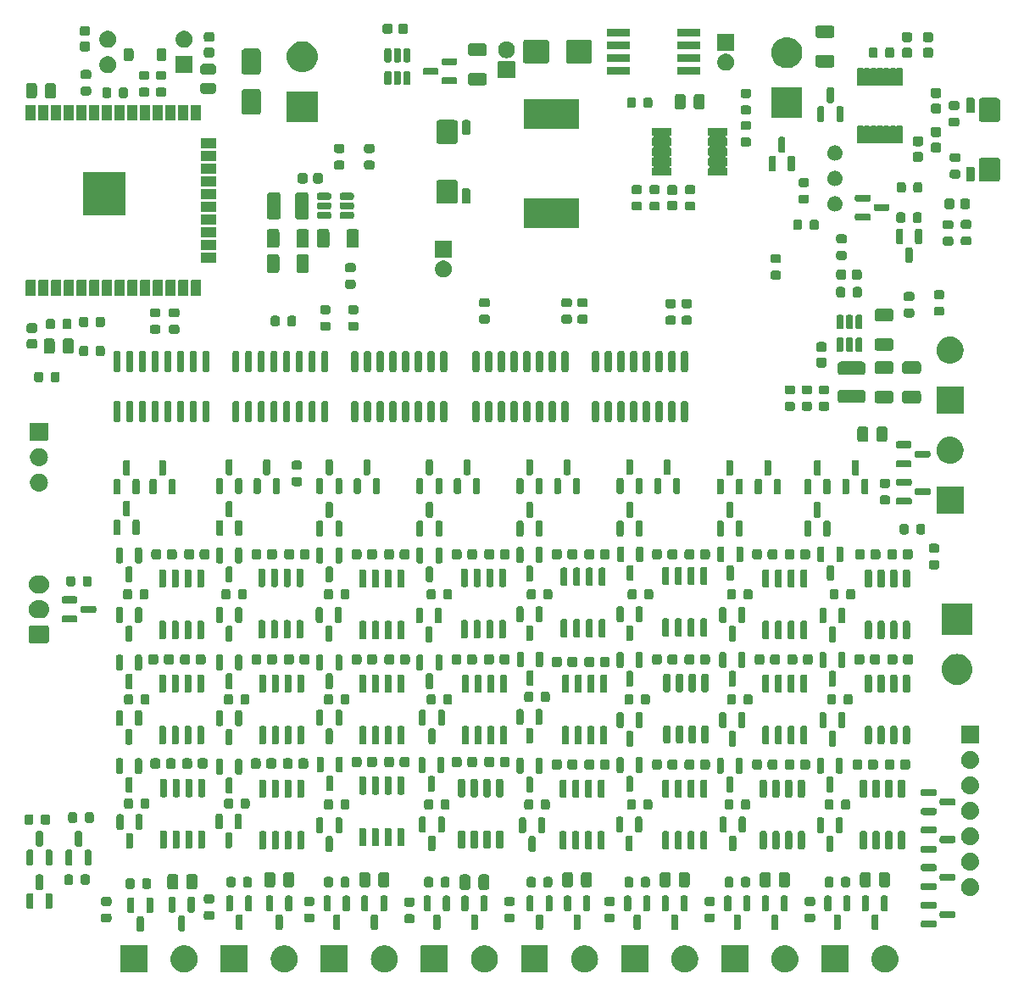
<source format=gbr>
G04 #@! TF.GenerationSoftware,KiCad,Pcbnew,7.0.8*
G04 #@! TF.CreationDate,2023-10-26T23:06:53+02:00*
G04 #@! TF.ProjectId,PlantCtrlESP32,506c616e-7443-4747-926c-45535033322e,rev?*
G04 #@! TF.SameCoordinates,Original*
G04 #@! TF.FileFunction,Soldermask,Bot*
G04 #@! TF.FilePolarity,Negative*
%FSLAX46Y46*%
G04 Gerber Fmt 4.6, Leading zero omitted, Abs format (unit mm)*
G04 Created by KiCad (PCBNEW 7.0.8) date 2023-10-26 23:06:53*
%MOMM*%
%LPD*%
G01*
G04 APERTURE LIST*
G04 APERTURE END LIST*
G36*
X183399134Y-133228806D02*
G01*
X183415355Y-133239645D01*
X183426194Y-133255866D01*
X183430000Y-133275000D01*
X183430000Y-135875000D01*
X183426194Y-135894134D01*
X183415355Y-135910355D01*
X183399134Y-135921194D01*
X183380000Y-135925000D01*
X180780000Y-135925000D01*
X180760866Y-135921194D01*
X180744645Y-135910355D01*
X180733806Y-135894134D01*
X180730000Y-135875000D01*
X180730000Y-133275000D01*
X180733806Y-133255866D01*
X180744645Y-133239645D01*
X180760866Y-133228806D01*
X180780000Y-133225000D01*
X183380000Y-133225000D01*
X183399134Y-133228806D01*
G37*
G36*
X187136600Y-133229952D02*
G01*
X187191454Y-133229952D01*
X187251912Y-133240040D01*
X187314425Y-133245510D01*
X187363518Y-133258664D01*
X187411319Y-133266641D01*
X187475436Y-133288652D01*
X187541727Y-133306415D01*
X187582336Y-133325351D01*
X187622151Y-133339020D01*
X187687570Y-133374423D01*
X187755000Y-133405866D01*
X187786740Y-133428090D01*
X187818193Y-133445112D01*
X187882218Y-133494945D01*
X187947763Y-133540840D01*
X187970864Y-133563941D01*
X187994098Y-133582025D01*
X188053781Y-133646858D01*
X188114160Y-133707237D01*
X188129400Y-133729002D01*
X188145068Y-133746022D01*
X188197341Y-133826033D01*
X188249134Y-133900000D01*
X188257778Y-133918538D01*
X188266989Y-133932636D01*
X188308786Y-134027924D01*
X188348585Y-134113273D01*
X188352292Y-134127107D01*
X188356528Y-134136765D01*
X188384904Y-134248820D01*
X188409490Y-134340575D01*
X188410202Y-134348718D01*
X188411250Y-134352855D01*
X188423519Y-134500923D01*
X188430000Y-134575000D01*
X188423518Y-134649082D01*
X188411250Y-134797144D01*
X188410202Y-134801279D01*
X188409490Y-134809425D01*
X188384899Y-134901197D01*
X188356528Y-135013234D01*
X188352292Y-135022889D01*
X188348585Y-135036727D01*
X188308778Y-135122091D01*
X188266989Y-135217363D01*
X188257780Y-135231457D01*
X188249134Y-135250000D01*
X188197332Y-135323980D01*
X188145068Y-135403977D01*
X188129403Y-135420993D01*
X188114160Y-135442763D01*
X188053769Y-135503153D01*
X187994098Y-135567974D01*
X187970869Y-135586053D01*
X187947763Y-135609160D01*
X187882205Y-135655063D01*
X187818193Y-135704887D01*
X187786746Y-135721904D01*
X187755000Y-135744134D01*
X187687557Y-135775583D01*
X187622151Y-135810979D01*
X187582345Y-135824644D01*
X187541727Y-135843585D01*
X187475422Y-135861351D01*
X187411319Y-135883358D01*
X187363526Y-135891333D01*
X187314425Y-135904490D01*
X187251908Y-135909959D01*
X187191454Y-135920048D01*
X187136600Y-135920048D01*
X187080000Y-135925000D01*
X187023400Y-135920048D01*
X186968546Y-135920048D01*
X186908090Y-135909959D01*
X186845575Y-135904490D01*
X186796474Y-135891333D01*
X186748680Y-135883358D01*
X186684572Y-135861349D01*
X186618273Y-135843585D01*
X186577657Y-135824645D01*
X186537848Y-135810979D01*
X186472435Y-135775579D01*
X186405000Y-135744134D01*
X186373257Y-135721907D01*
X186341806Y-135704887D01*
X186277784Y-135655056D01*
X186212237Y-135609160D01*
X186189134Y-135586057D01*
X186165901Y-135567974D01*
X186106217Y-135503140D01*
X186045840Y-135442763D01*
X186030600Y-135420998D01*
X186014931Y-135403977D01*
X185962653Y-135323959D01*
X185910866Y-135250000D01*
X185902222Y-135231463D01*
X185893010Y-135217363D01*
X185851204Y-135122054D01*
X185811415Y-135036727D01*
X185807708Y-135022895D01*
X185803471Y-135013234D01*
X185775081Y-134901129D01*
X185750510Y-134809425D01*
X185749797Y-134801286D01*
X185748749Y-134797144D01*
X185736462Y-134648866D01*
X185730000Y-134575000D01*
X185736462Y-134501139D01*
X185748749Y-134352855D01*
X185749798Y-134348712D01*
X185750510Y-134340575D01*
X185775077Y-134248888D01*
X185803471Y-134136765D01*
X185807709Y-134127102D01*
X185811415Y-134113273D01*
X185851196Y-134027960D01*
X185893010Y-133932636D01*
X185902223Y-133918533D01*
X185910866Y-133900000D01*
X185962643Y-133826054D01*
X186014931Y-133746022D01*
X186030603Y-133728997D01*
X186045840Y-133707237D01*
X186106206Y-133646870D01*
X186165901Y-133582025D01*
X186189138Y-133563938D01*
X186212237Y-133540840D01*
X186277771Y-133494952D01*
X186341806Y-133445112D01*
X186373263Y-133428088D01*
X186405000Y-133405866D01*
X186472422Y-133374426D01*
X186537848Y-133339020D01*
X186577665Y-133325350D01*
X186618273Y-133306415D01*
X186684559Y-133288653D01*
X186748680Y-133266641D01*
X186796482Y-133258664D01*
X186845575Y-133245510D01*
X186908086Y-133240040D01*
X186968546Y-133229952D01*
X187023400Y-133229952D01*
X187080000Y-133225000D01*
X187136600Y-133229952D01*
G37*
G36*
X193399134Y-133228806D02*
G01*
X193415355Y-133239645D01*
X193426194Y-133255866D01*
X193430000Y-133275000D01*
X193430000Y-135875000D01*
X193426194Y-135894134D01*
X193415355Y-135910355D01*
X193399134Y-135921194D01*
X193380000Y-135925000D01*
X190780000Y-135925000D01*
X190760866Y-135921194D01*
X190744645Y-135910355D01*
X190733806Y-135894134D01*
X190730000Y-135875000D01*
X190730000Y-133275000D01*
X190733806Y-133255866D01*
X190744645Y-133239645D01*
X190760866Y-133228806D01*
X190780000Y-133225000D01*
X193380000Y-133225000D01*
X193399134Y-133228806D01*
G37*
G36*
X197136600Y-133229952D02*
G01*
X197191454Y-133229952D01*
X197251912Y-133240040D01*
X197314425Y-133245510D01*
X197363518Y-133258664D01*
X197411319Y-133266641D01*
X197475436Y-133288652D01*
X197541727Y-133306415D01*
X197582336Y-133325351D01*
X197622151Y-133339020D01*
X197687570Y-133374423D01*
X197755000Y-133405866D01*
X197786740Y-133428090D01*
X197818193Y-133445112D01*
X197882218Y-133494945D01*
X197947763Y-133540840D01*
X197970864Y-133563941D01*
X197994098Y-133582025D01*
X198053781Y-133646858D01*
X198114160Y-133707237D01*
X198129400Y-133729002D01*
X198145068Y-133746022D01*
X198197341Y-133826033D01*
X198249134Y-133900000D01*
X198257778Y-133918538D01*
X198266989Y-133932636D01*
X198308786Y-134027924D01*
X198348585Y-134113273D01*
X198352292Y-134127107D01*
X198356528Y-134136765D01*
X198384904Y-134248820D01*
X198409490Y-134340575D01*
X198410202Y-134348718D01*
X198411250Y-134352855D01*
X198423519Y-134500923D01*
X198430000Y-134575000D01*
X198423518Y-134649082D01*
X198411250Y-134797144D01*
X198410202Y-134801279D01*
X198409490Y-134809425D01*
X198384899Y-134901197D01*
X198356528Y-135013234D01*
X198352292Y-135022889D01*
X198348585Y-135036727D01*
X198308778Y-135122091D01*
X198266989Y-135217363D01*
X198257780Y-135231457D01*
X198249134Y-135250000D01*
X198197332Y-135323980D01*
X198145068Y-135403977D01*
X198129403Y-135420993D01*
X198114160Y-135442763D01*
X198053769Y-135503153D01*
X197994098Y-135567974D01*
X197970869Y-135586053D01*
X197947763Y-135609160D01*
X197882205Y-135655063D01*
X197818193Y-135704887D01*
X197786746Y-135721904D01*
X197755000Y-135744134D01*
X197687557Y-135775583D01*
X197622151Y-135810979D01*
X197582345Y-135824644D01*
X197541727Y-135843585D01*
X197475422Y-135861351D01*
X197411319Y-135883358D01*
X197363526Y-135891333D01*
X197314425Y-135904490D01*
X197251908Y-135909959D01*
X197191454Y-135920048D01*
X197136600Y-135920048D01*
X197080000Y-135925000D01*
X197023400Y-135920048D01*
X196968546Y-135920048D01*
X196908090Y-135909959D01*
X196845575Y-135904490D01*
X196796474Y-135891333D01*
X196748680Y-135883358D01*
X196684572Y-135861349D01*
X196618273Y-135843585D01*
X196577657Y-135824645D01*
X196537848Y-135810979D01*
X196472435Y-135775579D01*
X196405000Y-135744134D01*
X196373257Y-135721907D01*
X196341806Y-135704887D01*
X196277784Y-135655056D01*
X196212237Y-135609160D01*
X196189134Y-135586057D01*
X196165901Y-135567974D01*
X196106217Y-135503140D01*
X196045840Y-135442763D01*
X196030600Y-135420998D01*
X196014931Y-135403977D01*
X195962653Y-135323959D01*
X195910866Y-135250000D01*
X195902222Y-135231463D01*
X195893010Y-135217363D01*
X195851204Y-135122054D01*
X195811415Y-135036727D01*
X195807708Y-135022895D01*
X195803471Y-135013234D01*
X195775081Y-134901129D01*
X195750510Y-134809425D01*
X195749797Y-134801286D01*
X195748749Y-134797144D01*
X195736462Y-134648866D01*
X195730000Y-134575000D01*
X195736462Y-134501139D01*
X195748749Y-134352855D01*
X195749798Y-134348712D01*
X195750510Y-134340575D01*
X195775077Y-134248888D01*
X195803471Y-134136765D01*
X195807709Y-134127102D01*
X195811415Y-134113273D01*
X195851196Y-134027960D01*
X195893010Y-133932636D01*
X195902223Y-133918533D01*
X195910866Y-133900000D01*
X195962643Y-133826054D01*
X196014931Y-133746022D01*
X196030603Y-133728997D01*
X196045840Y-133707237D01*
X196106206Y-133646870D01*
X196165901Y-133582025D01*
X196189138Y-133563938D01*
X196212237Y-133540840D01*
X196277771Y-133494952D01*
X196341806Y-133445112D01*
X196373263Y-133428088D01*
X196405000Y-133405866D01*
X196472422Y-133374426D01*
X196537848Y-133339020D01*
X196577665Y-133325350D01*
X196618273Y-133306415D01*
X196684559Y-133288653D01*
X196748680Y-133266641D01*
X196796482Y-133258664D01*
X196845575Y-133245510D01*
X196908086Y-133240040D01*
X196968546Y-133229952D01*
X197023400Y-133229952D01*
X197080000Y-133225000D01*
X197136600Y-133229952D01*
G37*
G36*
X203399134Y-133228806D02*
G01*
X203415355Y-133239645D01*
X203426194Y-133255866D01*
X203430000Y-133275000D01*
X203430000Y-135875000D01*
X203426194Y-135894134D01*
X203415355Y-135910355D01*
X203399134Y-135921194D01*
X203380000Y-135925000D01*
X200780000Y-135925000D01*
X200760866Y-135921194D01*
X200744645Y-135910355D01*
X200733806Y-135894134D01*
X200730000Y-135875000D01*
X200730000Y-133275000D01*
X200733806Y-133255866D01*
X200744645Y-133239645D01*
X200760866Y-133228806D01*
X200780000Y-133225000D01*
X203380000Y-133225000D01*
X203399134Y-133228806D01*
G37*
G36*
X207136600Y-133229952D02*
G01*
X207191454Y-133229952D01*
X207251912Y-133240040D01*
X207314425Y-133245510D01*
X207363518Y-133258664D01*
X207411319Y-133266641D01*
X207475436Y-133288652D01*
X207541727Y-133306415D01*
X207582336Y-133325351D01*
X207622151Y-133339020D01*
X207687570Y-133374423D01*
X207755000Y-133405866D01*
X207786740Y-133428090D01*
X207818193Y-133445112D01*
X207882218Y-133494945D01*
X207947763Y-133540840D01*
X207970864Y-133563941D01*
X207994098Y-133582025D01*
X208053781Y-133646858D01*
X208114160Y-133707237D01*
X208129400Y-133729002D01*
X208145068Y-133746022D01*
X208197341Y-133826033D01*
X208249134Y-133900000D01*
X208257778Y-133918538D01*
X208266989Y-133932636D01*
X208308786Y-134027924D01*
X208348585Y-134113273D01*
X208352292Y-134127107D01*
X208356528Y-134136765D01*
X208384904Y-134248820D01*
X208409490Y-134340575D01*
X208410202Y-134348718D01*
X208411250Y-134352855D01*
X208423519Y-134500923D01*
X208430000Y-134575000D01*
X208423518Y-134649082D01*
X208411250Y-134797144D01*
X208410202Y-134801279D01*
X208409490Y-134809425D01*
X208384899Y-134901197D01*
X208356528Y-135013234D01*
X208352292Y-135022889D01*
X208348585Y-135036727D01*
X208308778Y-135122091D01*
X208266989Y-135217363D01*
X208257780Y-135231457D01*
X208249134Y-135250000D01*
X208197332Y-135323980D01*
X208145068Y-135403977D01*
X208129403Y-135420993D01*
X208114160Y-135442763D01*
X208053769Y-135503153D01*
X207994098Y-135567974D01*
X207970869Y-135586053D01*
X207947763Y-135609160D01*
X207882205Y-135655063D01*
X207818193Y-135704887D01*
X207786746Y-135721904D01*
X207755000Y-135744134D01*
X207687557Y-135775583D01*
X207622151Y-135810979D01*
X207582345Y-135824644D01*
X207541727Y-135843585D01*
X207475422Y-135861351D01*
X207411319Y-135883358D01*
X207363526Y-135891333D01*
X207314425Y-135904490D01*
X207251908Y-135909959D01*
X207191454Y-135920048D01*
X207136600Y-135920048D01*
X207080000Y-135925000D01*
X207023400Y-135920048D01*
X206968546Y-135920048D01*
X206908090Y-135909959D01*
X206845575Y-135904490D01*
X206796474Y-135891333D01*
X206748680Y-135883358D01*
X206684572Y-135861349D01*
X206618273Y-135843585D01*
X206577657Y-135824645D01*
X206537848Y-135810979D01*
X206472435Y-135775579D01*
X206405000Y-135744134D01*
X206373257Y-135721907D01*
X206341806Y-135704887D01*
X206277784Y-135655056D01*
X206212237Y-135609160D01*
X206189134Y-135586057D01*
X206165901Y-135567974D01*
X206106217Y-135503140D01*
X206045840Y-135442763D01*
X206030600Y-135420998D01*
X206014931Y-135403977D01*
X205962653Y-135323959D01*
X205910866Y-135250000D01*
X205902222Y-135231463D01*
X205893010Y-135217363D01*
X205851204Y-135122054D01*
X205811415Y-135036727D01*
X205807708Y-135022895D01*
X205803471Y-135013234D01*
X205775081Y-134901129D01*
X205750510Y-134809425D01*
X205749797Y-134801286D01*
X205748749Y-134797144D01*
X205736462Y-134648866D01*
X205730000Y-134575000D01*
X205736462Y-134501139D01*
X205748749Y-134352855D01*
X205749798Y-134348712D01*
X205750510Y-134340575D01*
X205775077Y-134248888D01*
X205803471Y-134136765D01*
X205807709Y-134127102D01*
X205811415Y-134113273D01*
X205851196Y-134027960D01*
X205893010Y-133932636D01*
X205902223Y-133918533D01*
X205910866Y-133900000D01*
X205962643Y-133826054D01*
X206014931Y-133746022D01*
X206030603Y-133728997D01*
X206045840Y-133707237D01*
X206106206Y-133646870D01*
X206165901Y-133582025D01*
X206189138Y-133563938D01*
X206212237Y-133540840D01*
X206277771Y-133494952D01*
X206341806Y-133445112D01*
X206373263Y-133428088D01*
X206405000Y-133405866D01*
X206472422Y-133374426D01*
X206537848Y-133339020D01*
X206577665Y-133325350D01*
X206618273Y-133306415D01*
X206684559Y-133288653D01*
X206748680Y-133266641D01*
X206796482Y-133258664D01*
X206845575Y-133245510D01*
X206908086Y-133240040D01*
X206968546Y-133229952D01*
X207023400Y-133229952D01*
X207080000Y-133225000D01*
X207136600Y-133229952D01*
G37*
G36*
X213399134Y-133228806D02*
G01*
X213415355Y-133239645D01*
X213426194Y-133255866D01*
X213430000Y-133275000D01*
X213430000Y-135875000D01*
X213426194Y-135894134D01*
X213415355Y-135910355D01*
X213399134Y-135921194D01*
X213380000Y-135925000D01*
X210780000Y-135925000D01*
X210760866Y-135921194D01*
X210744645Y-135910355D01*
X210733806Y-135894134D01*
X210730000Y-135875000D01*
X210730000Y-133275000D01*
X210733806Y-133255866D01*
X210744645Y-133239645D01*
X210760866Y-133228806D01*
X210780000Y-133225000D01*
X213380000Y-133225000D01*
X213399134Y-133228806D01*
G37*
G36*
X217136600Y-133229952D02*
G01*
X217191454Y-133229952D01*
X217251912Y-133240040D01*
X217314425Y-133245510D01*
X217363518Y-133258664D01*
X217411319Y-133266641D01*
X217475436Y-133288652D01*
X217541727Y-133306415D01*
X217582336Y-133325351D01*
X217622151Y-133339020D01*
X217687570Y-133374423D01*
X217755000Y-133405866D01*
X217786740Y-133428090D01*
X217818193Y-133445112D01*
X217882218Y-133494945D01*
X217947763Y-133540840D01*
X217970864Y-133563941D01*
X217994098Y-133582025D01*
X218053781Y-133646858D01*
X218114160Y-133707237D01*
X218129400Y-133729002D01*
X218145068Y-133746022D01*
X218197341Y-133826033D01*
X218249134Y-133900000D01*
X218257778Y-133918538D01*
X218266989Y-133932636D01*
X218308786Y-134027924D01*
X218348585Y-134113273D01*
X218352292Y-134127107D01*
X218356528Y-134136765D01*
X218384904Y-134248820D01*
X218409490Y-134340575D01*
X218410202Y-134348718D01*
X218411250Y-134352855D01*
X218423519Y-134500923D01*
X218430000Y-134575000D01*
X218423518Y-134649082D01*
X218411250Y-134797144D01*
X218410202Y-134801279D01*
X218409490Y-134809425D01*
X218384899Y-134901197D01*
X218356528Y-135013234D01*
X218352292Y-135022889D01*
X218348585Y-135036727D01*
X218308778Y-135122091D01*
X218266989Y-135217363D01*
X218257780Y-135231457D01*
X218249134Y-135250000D01*
X218197332Y-135323980D01*
X218145068Y-135403977D01*
X218129403Y-135420993D01*
X218114160Y-135442763D01*
X218053769Y-135503153D01*
X217994098Y-135567974D01*
X217970869Y-135586053D01*
X217947763Y-135609160D01*
X217882205Y-135655063D01*
X217818193Y-135704887D01*
X217786746Y-135721904D01*
X217755000Y-135744134D01*
X217687557Y-135775583D01*
X217622151Y-135810979D01*
X217582345Y-135824644D01*
X217541727Y-135843585D01*
X217475422Y-135861351D01*
X217411319Y-135883358D01*
X217363526Y-135891333D01*
X217314425Y-135904490D01*
X217251908Y-135909959D01*
X217191454Y-135920048D01*
X217136600Y-135920048D01*
X217080000Y-135925000D01*
X217023400Y-135920048D01*
X216968546Y-135920048D01*
X216908090Y-135909959D01*
X216845575Y-135904490D01*
X216796474Y-135891333D01*
X216748680Y-135883358D01*
X216684572Y-135861349D01*
X216618273Y-135843585D01*
X216577657Y-135824645D01*
X216537848Y-135810979D01*
X216472435Y-135775579D01*
X216405000Y-135744134D01*
X216373257Y-135721907D01*
X216341806Y-135704887D01*
X216277784Y-135655056D01*
X216212237Y-135609160D01*
X216189134Y-135586057D01*
X216165901Y-135567974D01*
X216106217Y-135503140D01*
X216045840Y-135442763D01*
X216030600Y-135420998D01*
X216014931Y-135403977D01*
X215962653Y-135323959D01*
X215910866Y-135250000D01*
X215902222Y-135231463D01*
X215893010Y-135217363D01*
X215851204Y-135122054D01*
X215811415Y-135036727D01*
X215807708Y-135022895D01*
X215803471Y-135013234D01*
X215775081Y-134901129D01*
X215750510Y-134809425D01*
X215749797Y-134801286D01*
X215748749Y-134797144D01*
X215736462Y-134648866D01*
X215730000Y-134575000D01*
X215736462Y-134501139D01*
X215748749Y-134352855D01*
X215749798Y-134348712D01*
X215750510Y-134340575D01*
X215775077Y-134248888D01*
X215803471Y-134136765D01*
X215807709Y-134127102D01*
X215811415Y-134113273D01*
X215851196Y-134027960D01*
X215893010Y-133932636D01*
X215902223Y-133918533D01*
X215910866Y-133900000D01*
X215962643Y-133826054D01*
X216014931Y-133746022D01*
X216030603Y-133728997D01*
X216045840Y-133707237D01*
X216106206Y-133646870D01*
X216165901Y-133582025D01*
X216189138Y-133563938D01*
X216212237Y-133540840D01*
X216277771Y-133494952D01*
X216341806Y-133445112D01*
X216373263Y-133428088D01*
X216405000Y-133405866D01*
X216472422Y-133374426D01*
X216537848Y-133339020D01*
X216577665Y-133325350D01*
X216618273Y-133306415D01*
X216684559Y-133288653D01*
X216748680Y-133266641D01*
X216796482Y-133258664D01*
X216845575Y-133245510D01*
X216908086Y-133240040D01*
X216968546Y-133229952D01*
X217023400Y-133229952D01*
X217080000Y-133225000D01*
X217136600Y-133229952D01*
G37*
G36*
X223399134Y-133228806D02*
G01*
X223415355Y-133239645D01*
X223426194Y-133255866D01*
X223430000Y-133275000D01*
X223430000Y-135875000D01*
X223426194Y-135894134D01*
X223415355Y-135910355D01*
X223399134Y-135921194D01*
X223380000Y-135925000D01*
X220780000Y-135925000D01*
X220760866Y-135921194D01*
X220744645Y-135910355D01*
X220733806Y-135894134D01*
X220730000Y-135875000D01*
X220730000Y-133275000D01*
X220733806Y-133255866D01*
X220744645Y-133239645D01*
X220760866Y-133228806D01*
X220780000Y-133225000D01*
X223380000Y-133225000D01*
X223399134Y-133228806D01*
G37*
G36*
X227136600Y-133229952D02*
G01*
X227191454Y-133229952D01*
X227251912Y-133240040D01*
X227314425Y-133245510D01*
X227363518Y-133258664D01*
X227411319Y-133266641D01*
X227475436Y-133288652D01*
X227541727Y-133306415D01*
X227582336Y-133325351D01*
X227622151Y-133339020D01*
X227687570Y-133374423D01*
X227755000Y-133405866D01*
X227786740Y-133428090D01*
X227818193Y-133445112D01*
X227882218Y-133494945D01*
X227947763Y-133540840D01*
X227970864Y-133563941D01*
X227994098Y-133582025D01*
X228053781Y-133646858D01*
X228114160Y-133707237D01*
X228129400Y-133729002D01*
X228145068Y-133746022D01*
X228197341Y-133826033D01*
X228249134Y-133900000D01*
X228257778Y-133918538D01*
X228266989Y-133932636D01*
X228308786Y-134027924D01*
X228348585Y-134113273D01*
X228352292Y-134127107D01*
X228356528Y-134136765D01*
X228384904Y-134248820D01*
X228409490Y-134340575D01*
X228410202Y-134348718D01*
X228411250Y-134352855D01*
X228423519Y-134500923D01*
X228430000Y-134575000D01*
X228423518Y-134649082D01*
X228411250Y-134797144D01*
X228410202Y-134801279D01*
X228409490Y-134809425D01*
X228384899Y-134901197D01*
X228356528Y-135013234D01*
X228352292Y-135022889D01*
X228348585Y-135036727D01*
X228308778Y-135122091D01*
X228266989Y-135217363D01*
X228257780Y-135231457D01*
X228249134Y-135250000D01*
X228197332Y-135323980D01*
X228145068Y-135403977D01*
X228129403Y-135420993D01*
X228114160Y-135442763D01*
X228053769Y-135503153D01*
X227994098Y-135567974D01*
X227970869Y-135586053D01*
X227947763Y-135609160D01*
X227882205Y-135655063D01*
X227818193Y-135704887D01*
X227786746Y-135721904D01*
X227755000Y-135744134D01*
X227687557Y-135775583D01*
X227622151Y-135810979D01*
X227582345Y-135824644D01*
X227541727Y-135843585D01*
X227475422Y-135861351D01*
X227411319Y-135883358D01*
X227363526Y-135891333D01*
X227314425Y-135904490D01*
X227251908Y-135909959D01*
X227191454Y-135920048D01*
X227136600Y-135920048D01*
X227080000Y-135925000D01*
X227023400Y-135920048D01*
X226968546Y-135920048D01*
X226908090Y-135909959D01*
X226845575Y-135904490D01*
X226796474Y-135891333D01*
X226748680Y-135883358D01*
X226684572Y-135861349D01*
X226618273Y-135843585D01*
X226577657Y-135824645D01*
X226537848Y-135810979D01*
X226472435Y-135775579D01*
X226405000Y-135744134D01*
X226373257Y-135721907D01*
X226341806Y-135704887D01*
X226277784Y-135655056D01*
X226212237Y-135609160D01*
X226189134Y-135586057D01*
X226165901Y-135567974D01*
X226106217Y-135503140D01*
X226045840Y-135442763D01*
X226030600Y-135420998D01*
X226014931Y-135403977D01*
X225962653Y-135323959D01*
X225910866Y-135250000D01*
X225902222Y-135231463D01*
X225893010Y-135217363D01*
X225851204Y-135122054D01*
X225811415Y-135036727D01*
X225807708Y-135022895D01*
X225803471Y-135013234D01*
X225775081Y-134901129D01*
X225750510Y-134809425D01*
X225749797Y-134801286D01*
X225748749Y-134797144D01*
X225736462Y-134648866D01*
X225730000Y-134575000D01*
X225736462Y-134501139D01*
X225748749Y-134352855D01*
X225749798Y-134348712D01*
X225750510Y-134340575D01*
X225775077Y-134248888D01*
X225803471Y-134136765D01*
X225807709Y-134127102D01*
X225811415Y-134113273D01*
X225851196Y-134027960D01*
X225893010Y-133932636D01*
X225902223Y-133918533D01*
X225910866Y-133900000D01*
X225962643Y-133826054D01*
X226014931Y-133746022D01*
X226030603Y-133728997D01*
X226045840Y-133707237D01*
X226106206Y-133646870D01*
X226165901Y-133582025D01*
X226189138Y-133563938D01*
X226212237Y-133540840D01*
X226277771Y-133494952D01*
X226341806Y-133445112D01*
X226373263Y-133428088D01*
X226405000Y-133405866D01*
X226472422Y-133374426D01*
X226537848Y-133339020D01*
X226577665Y-133325350D01*
X226618273Y-133306415D01*
X226684559Y-133288653D01*
X226748680Y-133266641D01*
X226796482Y-133258664D01*
X226845575Y-133245510D01*
X226908086Y-133240040D01*
X226968546Y-133229952D01*
X227023400Y-133229952D01*
X227080000Y-133225000D01*
X227136600Y-133229952D01*
G37*
G36*
X233399134Y-133228806D02*
G01*
X233415355Y-133239645D01*
X233426194Y-133255866D01*
X233430000Y-133275000D01*
X233430000Y-135875000D01*
X233426194Y-135894134D01*
X233415355Y-135910355D01*
X233399134Y-135921194D01*
X233380000Y-135925000D01*
X230780000Y-135925000D01*
X230760866Y-135921194D01*
X230744645Y-135910355D01*
X230733806Y-135894134D01*
X230730000Y-135875000D01*
X230730000Y-133275000D01*
X230733806Y-133255866D01*
X230744645Y-133239645D01*
X230760866Y-133228806D01*
X230780000Y-133225000D01*
X233380000Y-133225000D01*
X233399134Y-133228806D01*
G37*
G36*
X237136600Y-133229952D02*
G01*
X237191454Y-133229952D01*
X237251912Y-133240040D01*
X237314425Y-133245510D01*
X237363518Y-133258664D01*
X237411319Y-133266641D01*
X237475436Y-133288652D01*
X237541727Y-133306415D01*
X237582336Y-133325351D01*
X237622151Y-133339020D01*
X237687570Y-133374423D01*
X237755000Y-133405866D01*
X237786740Y-133428090D01*
X237818193Y-133445112D01*
X237882218Y-133494945D01*
X237947763Y-133540840D01*
X237970864Y-133563941D01*
X237994098Y-133582025D01*
X238053781Y-133646858D01*
X238114160Y-133707237D01*
X238129400Y-133729002D01*
X238145068Y-133746022D01*
X238197341Y-133826033D01*
X238249134Y-133900000D01*
X238257778Y-133918538D01*
X238266989Y-133932636D01*
X238308786Y-134027924D01*
X238348585Y-134113273D01*
X238352292Y-134127107D01*
X238356528Y-134136765D01*
X238384904Y-134248820D01*
X238409490Y-134340575D01*
X238410202Y-134348718D01*
X238411250Y-134352855D01*
X238423519Y-134500923D01*
X238430000Y-134575000D01*
X238423518Y-134649082D01*
X238411250Y-134797144D01*
X238410202Y-134801279D01*
X238409490Y-134809425D01*
X238384899Y-134901197D01*
X238356528Y-135013234D01*
X238352292Y-135022889D01*
X238348585Y-135036727D01*
X238308778Y-135122091D01*
X238266989Y-135217363D01*
X238257780Y-135231457D01*
X238249134Y-135250000D01*
X238197332Y-135323980D01*
X238145068Y-135403977D01*
X238129403Y-135420993D01*
X238114160Y-135442763D01*
X238053769Y-135503153D01*
X237994098Y-135567974D01*
X237970869Y-135586053D01*
X237947763Y-135609160D01*
X237882205Y-135655063D01*
X237818193Y-135704887D01*
X237786746Y-135721904D01*
X237755000Y-135744134D01*
X237687557Y-135775583D01*
X237622151Y-135810979D01*
X237582345Y-135824644D01*
X237541727Y-135843585D01*
X237475422Y-135861351D01*
X237411319Y-135883358D01*
X237363526Y-135891333D01*
X237314425Y-135904490D01*
X237251908Y-135909959D01*
X237191454Y-135920048D01*
X237136600Y-135920048D01*
X237080000Y-135925000D01*
X237023400Y-135920048D01*
X236968546Y-135920048D01*
X236908090Y-135909959D01*
X236845575Y-135904490D01*
X236796474Y-135891333D01*
X236748680Y-135883358D01*
X236684572Y-135861349D01*
X236618273Y-135843585D01*
X236577657Y-135824645D01*
X236537848Y-135810979D01*
X236472435Y-135775579D01*
X236405000Y-135744134D01*
X236373257Y-135721907D01*
X236341806Y-135704887D01*
X236277784Y-135655056D01*
X236212237Y-135609160D01*
X236189134Y-135586057D01*
X236165901Y-135567974D01*
X236106217Y-135503140D01*
X236045840Y-135442763D01*
X236030600Y-135420998D01*
X236014931Y-135403977D01*
X235962653Y-135323959D01*
X235910866Y-135250000D01*
X235902222Y-135231463D01*
X235893010Y-135217363D01*
X235851204Y-135122054D01*
X235811415Y-135036727D01*
X235807708Y-135022895D01*
X235803471Y-135013234D01*
X235775081Y-134901129D01*
X235750510Y-134809425D01*
X235749797Y-134801286D01*
X235748749Y-134797144D01*
X235736462Y-134648866D01*
X235730000Y-134575000D01*
X235736462Y-134501139D01*
X235748749Y-134352855D01*
X235749798Y-134348712D01*
X235750510Y-134340575D01*
X235775077Y-134248888D01*
X235803471Y-134136765D01*
X235807709Y-134127102D01*
X235811415Y-134113273D01*
X235851196Y-134027960D01*
X235893010Y-133932636D01*
X235902223Y-133918533D01*
X235910866Y-133900000D01*
X235962643Y-133826054D01*
X236014931Y-133746022D01*
X236030603Y-133728997D01*
X236045840Y-133707237D01*
X236106206Y-133646870D01*
X236165901Y-133582025D01*
X236189138Y-133563938D01*
X236212237Y-133540840D01*
X236277771Y-133494952D01*
X236341806Y-133445112D01*
X236373263Y-133428088D01*
X236405000Y-133405866D01*
X236472422Y-133374426D01*
X236537848Y-133339020D01*
X236577665Y-133325350D01*
X236618273Y-133306415D01*
X236684559Y-133288653D01*
X236748680Y-133266641D01*
X236796482Y-133258664D01*
X236845575Y-133245510D01*
X236908086Y-133240040D01*
X236968546Y-133229952D01*
X237023400Y-133229952D01*
X237080000Y-133225000D01*
X237136600Y-133229952D01*
G37*
G36*
X243399134Y-133228806D02*
G01*
X243415355Y-133239645D01*
X243426194Y-133255866D01*
X243430000Y-133275000D01*
X243430000Y-135875000D01*
X243426194Y-135894134D01*
X243415355Y-135910355D01*
X243399134Y-135921194D01*
X243380000Y-135925000D01*
X240780000Y-135925000D01*
X240760866Y-135921194D01*
X240744645Y-135910355D01*
X240733806Y-135894134D01*
X240730000Y-135875000D01*
X240730000Y-133275000D01*
X240733806Y-133255866D01*
X240744645Y-133239645D01*
X240760866Y-133228806D01*
X240780000Y-133225000D01*
X243380000Y-133225000D01*
X243399134Y-133228806D01*
G37*
G36*
X247136600Y-133229952D02*
G01*
X247191454Y-133229952D01*
X247251912Y-133240040D01*
X247314425Y-133245510D01*
X247363518Y-133258664D01*
X247411319Y-133266641D01*
X247475436Y-133288652D01*
X247541727Y-133306415D01*
X247582336Y-133325351D01*
X247622151Y-133339020D01*
X247687570Y-133374423D01*
X247755000Y-133405866D01*
X247786740Y-133428090D01*
X247818193Y-133445112D01*
X247882218Y-133494945D01*
X247947763Y-133540840D01*
X247970864Y-133563941D01*
X247994098Y-133582025D01*
X248053781Y-133646858D01*
X248114160Y-133707237D01*
X248129400Y-133729002D01*
X248145068Y-133746022D01*
X248197341Y-133826033D01*
X248249134Y-133900000D01*
X248257778Y-133918538D01*
X248266989Y-133932636D01*
X248308786Y-134027924D01*
X248348585Y-134113273D01*
X248352292Y-134127107D01*
X248356528Y-134136765D01*
X248384904Y-134248820D01*
X248409490Y-134340575D01*
X248410202Y-134348718D01*
X248411250Y-134352855D01*
X248423519Y-134500923D01*
X248430000Y-134575000D01*
X248423518Y-134649082D01*
X248411250Y-134797144D01*
X248410202Y-134801279D01*
X248409490Y-134809425D01*
X248384899Y-134901197D01*
X248356528Y-135013234D01*
X248352292Y-135022889D01*
X248348585Y-135036727D01*
X248308778Y-135122091D01*
X248266989Y-135217363D01*
X248257780Y-135231457D01*
X248249134Y-135250000D01*
X248197332Y-135323980D01*
X248145068Y-135403977D01*
X248129403Y-135420993D01*
X248114160Y-135442763D01*
X248053769Y-135503153D01*
X247994098Y-135567974D01*
X247970869Y-135586053D01*
X247947763Y-135609160D01*
X247882205Y-135655063D01*
X247818193Y-135704887D01*
X247786746Y-135721904D01*
X247755000Y-135744134D01*
X247687557Y-135775583D01*
X247622151Y-135810979D01*
X247582345Y-135824644D01*
X247541727Y-135843585D01*
X247475422Y-135861351D01*
X247411319Y-135883358D01*
X247363526Y-135891333D01*
X247314425Y-135904490D01*
X247251908Y-135909959D01*
X247191454Y-135920048D01*
X247136600Y-135920048D01*
X247080000Y-135925000D01*
X247023400Y-135920048D01*
X246968546Y-135920048D01*
X246908090Y-135909959D01*
X246845575Y-135904490D01*
X246796474Y-135891333D01*
X246748680Y-135883358D01*
X246684572Y-135861349D01*
X246618273Y-135843585D01*
X246577657Y-135824645D01*
X246537848Y-135810979D01*
X246472435Y-135775579D01*
X246405000Y-135744134D01*
X246373257Y-135721907D01*
X246341806Y-135704887D01*
X246277784Y-135655056D01*
X246212237Y-135609160D01*
X246189134Y-135586057D01*
X246165901Y-135567974D01*
X246106217Y-135503140D01*
X246045840Y-135442763D01*
X246030600Y-135420998D01*
X246014931Y-135403977D01*
X245962653Y-135323959D01*
X245910866Y-135250000D01*
X245902222Y-135231463D01*
X245893010Y-135217363D01*
X245851204Y-135122054D01*
X245811415Y-135036727D01*
X245807708Y-135022895D01*
X245803471Y-135013234D01*
X245775081Y-134901129D01*
X245750510Y-134809425D01*
X245749797Y-134801286D01*
X245748749Y-134797144D01*
X245736462Y-134648866D01*
X245730000Y-134575000D01*
X245736462Y-134501139D01*
X245748749Y-134352855D01*
X245749798Y-134348712D01*
X245750510Y-134340575D01*
X245775077Y-134248888D01*
X245803471Y-134136765D01*
X245807709Y-134127102D01*
X245811415Y-134113273D01*
X245851196Y-134027960D01*
X245893010Y-133932636D01*
X245902223Y-133918533D01*
X245910866Y-133900000D01*
X245962643Y-133826054D01*
X246014931Y-133746022D01*
X246030603Y-133728997D01*
X246045840Y-133707237D01*
X246106206Y-133646870D01*
X246165901Y-133582025D01*
X246189138Y-133563938D01*
X246212237Y-133540840D01*
X246277771Y-133494952D01*
X246341806Y-133445112D01*
X246373263Y-133428088D01*
X246405000Y-133405866D01*
X246472422Y-133374426D01*
X246537848Y-133339020D01*
X246577665Y-133325350D01*
X246618273Y-133306415D01*
X246684559Y-133288653D01*
X246748680Y-133266641D01*
X246796482Y-133258664D01*
X246845575Y-133245510D01*
X246908086Y-133240040D01*
X246968546Y-133229952D01*
X247023400Y-133229952D01*
X247080000Y-133225000D01*
X247136600Y-133229952D01*
G37*
G36*
X253399134Y-133228806D02*
G01*
X253415355Y-133239645D01*
X253426194Y-133255866D01*
X253430000Y-133275000D01*
X253430000Y-135875000D01*
X253426194Y-135894134D01*
X253415355Y-135910355D01*
X253399134Y-135921194D01*
X253380000Y-135925000D01*
X250780000Y-135925000D01*
X250760866Y-135921194D01*
X250744645Y-135910355D01*
X250733806Y-135894134D01*
X250730000Y-135875000D01*
X250730000Y-133275000D01*
X250733806Y-133255866D01*
X250744645Y-133239645D01*
X250760866Y-133228806D01*
X250780000Y-133225000D01*
X253380000Y-133225000D01*
X253399134Y-133228806D01*
G37*
G36*
X257136600Y-133229952D02*
G01*
X257191454Y-133229952D01*
X257251912Y-133240040D01*
X257314425Y-133245510D01*
X257363518Y-133258664D01*
X257411319Y-133266641D01*
X257475436Y-133288652D01*
X257541727Y-133306415D01*
X257582336Y-133325351D01*
X257622151Y-133339020D01*
X257687570Y-133374423D01*
X257755000Y-133405866D01*
X257786740Y-133428090D01*
X257818193Y-133445112D01*
X257882218Y-133494945D01*
X257947763Y-133540840D01*
X257970864Y-133563941D01*
X257994098Y-133582025D01*
X258053781Y-133646858D01*
X258114160Y-133707237D01*
X258129400Y-133729002D01*
X258145068Y-133746022D01*
X258197341Y-133826033D01*
X258249134Y-133900000D01*
X258257778Y-133918538D01*
X258266989Y-133932636D01*
X258308786Y-134027924D01*
X258348585Y-134113273D01*
X258352292Y-134127107D01*
X258356528Y-134136765D01*
X258384904Y-134248820D01*
X258409490Y-134340575D01*
X258410202Y-134348718D01*
X258411250Y-134352855D01*
X258423519Y-134500923D01*
X258430000Y-134575000D01*
X258423518Y-134649082D01*
X258411250Y-134797144D01*
X258410202Y-134801279D01*
X258409490Y-134809425D01*
X258384899Y-134901197D01*
X258356528Y-135013234D01*
X258352292Y-135022889D01*
X258348585Y-135036727D01*
X258308778Y-135122091D01*
X258266989Y-135217363D01*
X258257780Y-135231457D01*
X258249134Y-135250000D01*
X258197332Y-135323980D01*
X258145068Y-135403977D01*
X258129403Y-135420993D01*
X258114160Y-135442763D01*
X258053769Y-135503153D01*
X257994098Y-135567974D01*
X257970869Y-135586053D01*
X257947763Y-135609160D01*
X257882205Y-135655063D01*
X257818193Y-135704887D01*
X257786746Y-135721904D01*
X257755000Y-135744134D01*
X257687557Y-135775583D01*
X257622151Y-135810979D01*
X257582345Y-135824644D01*
X257541727Y-135843585D01*
X257475422Y-135861351D01*
X257411319Y-135883358D01*
X257363526Y-135891333D01*
X257314425Y-135904490D01*
X257251908Y-135909959D01*
X257191454Y-135920048D01*
X257136600Y-135920048D01*
X257080000Y-135925000D01*
X257023400Y-135920048D01*
X256968546Y-135920048D01*
X256908090Y-135909959D01*
X256845575Y-135904490D01*
X256796474Y-135891333D01*
X256748680Y-135883358D01*
X256684572Y-135861349D01*
X256618273Y-135843585D01*
X256577657Y-135824645D01*
X256537848Y-135810979D01*
X256472435Y-135775579D01*
X256405000Y-135744134D01*
X256373257Y-135721907D01*
X256341806Y-135704887D01*
X256277784Y-135655056D01*
X256212237Y-135609160D01*
X256189134Y-135586057D01*
X256165901Y-135567974D01*
X256106217Y-135503140D01*
X256045840Y-135442763D01*
X256030600Y-135420998D01*
X256014931Y-135403977D01*
X255962653Y-135323959D01*
X255910866Y-135250000D01*
X255902222Y-135231463D01*
X255893010Y-135217363D01*
X255851204Y-135122054D01*
X255811415Y-135036727D01*
X255807708Y-135022895D01*
X255803471Y-135013234D01*
X255775081Y-134901129D01*
X255750510Y-134809425D01*
X255749797Y-134801286D01*
X255748749Y-134797144D01*
X255736462Y-134648866D01*
X255730000Y-134575000D01*
X255736462Y-134501139D01*
X255748749Y-134352855D01*
X255749798Y-134348712D01*
X255750510Y-134340575D01*
X255775077Y-134248888D01*
X255803471Y-134136765D01*
X255807709Y-134127102D01*
X255811415Y-134113273D01*
X255851196Y-134027960D01*
X255893010Y-133932636D01*
X255902223Y-133918533D01*
X255910866Y-133900000D01*
X255962643Y-133826054D01*
X256014931Y-133746022D01*
X256030603Y-133728997D01*
X256045840Y-133707237D01*
X256106206Y-133646870D01*
X256165901Y-133582025D01*
X256189138Y-133563938D01*
X256212237Y-133540840D01*
X256277771Y-133494952D01*
X256341806Y-133445112D01*
X256373263Y-133428088D01*
X256405000Y-133405866D01*
X256472422Y-133374426D01*
X256537848Y-133339020D01*
X256577665Y-133325350D01*
X256618273Y-133306415D01*
X256684559Y-133288653D01*
X256748680Y-133266641D01*
X256796482Y-133258664D01*
X256845575Y-133245510D01*
X256908086Y-133240040D01*
X256968546Y-133229952D01*
X257023400Y-133229952D01*
X257080000Y-133225000D01*
X257136600Y-133229952D01*
G37*
G36*
X182863095Y-130321610D02*
G01*
X182897134Y-130325559D01*
X182908764Y-130330694D01*
X182931537Y-130335224D01*
X182955917Y-130351514D01*
X182967047Y-130356429D01*
X182974649Y-130364031D01*
X182996421Y-130378579D01*
X183010968Y-130400350D01*
X183018570Y-130407952D01*
X183023483Y-130419080D01*
X183039776Y-130443463D01*
X183044306Y-130466238D01*
X183049440Y-130477865D01*
X183053388Y-130511896D01*
X183055000Y-130520000D01*
X183055000Y-131695000D01*
X183053387Y-131703107D01*
X183049440Y-131737134D01*
X183044306Y-131748759D01*
X183039776Y-131771537D01*
X183023482Y-131795921D01*
X183018570Y-131807047D01*
X183010970Y-131814646D01*
X182996421Y-131836421D01*
X182974646Y-131850970D01*
X182967047Y-131858570D01*
X182955921Y-131863482D01*
X182931537Y-131879776D01*
X182908759Y-131884306D01*
X182897134Y-131889440D01*
X182863106Y-131893387D01*
X182855000Y-131895000D01*
X182555000Y-131895000D01*
X182546894Y-131893387D01*
X182512865Y-131889440D01*
X182501238Y-131884306D01*
X182478463Y-131879776D01*
X182454080Y-131863483D01*
X182442952Y-131858570D01*
X182435350Y-131850968D01*
X182413579Y-131836421D01*
X182399031Y-131814649D01*
X182391429Y-131807047D01*
X182386514Y-131795917D01*
X182370224Y-131771537D01*
X182365694Y-131748764D01*
X182360559Y-131737134D01*
X182356609Y-131703093D01*
X182355000Y-131695000D01*
X182355000Y-130520000D01*
X182356609Y-130511906D01*
X182360559Y-130477865D01*
X182365694Y-130466234D01*
X182370224Y-130443463D01*
X182386513Y-130419084D01*
X182391429Y-130407952D01*
X182399033Y-130400347D01*
X182413579Y-130378579D01*
X182435347Y-130364033D01*
X182442952Y-130356429D01*
X182454084Y-130351513D01*
X182478463Y-130335224D01*
X182501234Y-130330694D01*
X182512865Y-130325559D01*
X182546907Y-130321609D01*
X182555000Y-130320000D01*
X182855000Y-130320000D01*
X182863095Y-130321610D01*
G37*
G36*
X187000595Y-130259110D02*
G01*
X187034634Y-130263059D01*
X187046264Y-130268194D01*
X187069037Y-130272724D01*
X187093417Y-130289014D01*
X187104547Y-130293929D01*
X187112149Y-130301531D01*
X187133921Y-130316079D01*
X187148468Y-130337850D01*
X187156070Y-130345452D01*
X187160983Y-130356580D01*
X187177276Y-130380963D01*
X187181806Y-130403738D01*
X187186940Y-130415365D01*
X187190888Y-130449396D01*
X187192500Y-130457500D01*
X187192500Y-131632500D01*
X187190887Y-131640607D01*
X187186940Y-131674634D01*
X187181806Y-131686259D01*
X187177276Y-131709037D01*
X187160982Y-131733421D01*
X187156070Y-131744547D01*
X187148470Y-131752146D01*
X187133921Y-131773921D01*
X187112146Y-131788470D01*
X187104547Y-131796070D01*
X187093421Y-131800982D01*
X187069037Y-131817276D01*
X187046259Y-131821806D01*
X187034634Y-131826940D01*
X187000606Y-131830887D01*
X186992500Y-131832500D01*
X186692500Y-131832500D01*
X186684394Y-131830887D01*
X186650365Y-131826940D01*
X186638738Y-131821806D01*
X186615963Y-131817276D01*
X186591580Y-131800983D01*
X186580452Y-131796070D01*
X186572850Y-131788468D01*
X186551079Y-131773921D01*
X186536531Y-131752149D01*
X186528929Y-131744547D01*
X186524014Y-131733417D01*
X186507724Y-131709037D01*
X186503194Y-131686264D01*
X186498059Y-131674634D01*
X186494109Y-131640593D01*
X186492500Y-131632500D01*
X186492500Y-130457500D01*
X186494109Y-130449406D01*
X186498059Y-130415365D01*
X186503194Y-130403734D01*
X186507724Y-130380963D01*
X186524013Y-130356584D01*
X186528929Y-130345452D01*
X186536533Y-130337847D01*
X186551079Y-130316079D01*
X186572847Y-130301533D01*
X186580452Y-130293929D01*
X186591584Y-130289013D01*
X186615963Y-130272724D01*
X186638734Y-130268194D01*
X186650365Y-130263059D01*
X186684407Y-130259109D01*
X186692500Y-130257500D01*
X186992500Y-130257500D01*
X187000595Y-130259110D01*
G37*
G36*
X192738095Y-130134110D02*
G01*
X192772134Y-130138059D01*
X192783764Y-130143194D01*
X192806537Y-130147724D01*
X192830917Y-130164014D01*
X192842047Y-130168929D01*
X192849649Y-130176531D01*
X192871421Y-130191079D01*
X192885968Y-130212850D01*
X192893570Y-130220452D01*
X192898483Y-130231580D01*
X192914776Y-130255963D01*
X192919306Y-130278738D01*
X192924440Y-130290365D01*
X192928388Y-130324396D01*
X192930000Y-130332500D01*
X192930000Y-131507500D01*
X192928387Y-131515607D01*
X192924440Y-131549634D01*
X192919306Y-131561259D01*
X192914776Y-131584037D01*
X192898482Y-131608421D01*
X192893570Y-131619547D01*
X192885970Y-131627146D01*
X192871421Y-131648921D01*
X192849646Y-131663470D01*
X192842047Y-131671070D01*
X192830921Y-131675982D01*
X192806537Y-131692276D01*
X192783759Y-131696806D01*
X192772134Y-131701940D01*
X192738106Y-131705887D01*
X192730000Y-131707500D01*
X192430000Y-131707500D01*
X192421894Y-131705887D01*
X192387865Y-131701940D01*
X192376238Y-131696806D01*
X192353463Y-131692276D01*
X192329080Y-131675983D01*
X192317952Y-131671070D01*
X192310350Y-131663468D01*
X192288579Y-131648921D01*
X192274031Y-131627149D01*
X192266429Y-131619547D01*
X192261514Y-131608417D01*
X192245224Y-131584037D01*
X192240694Y-131561264D01*
X192235559Y-131549634D01*
X192231609Y-131515593D01*
X192230000Y-131507500D01*
X192230000Y-130332500D01*
X192231609Y-130324406D01*
X192235559Y-130290365D01*
X192240694Y-130278734D01*
X192245224Y-130255963D01*
X192261513Y-130231584D01*
X192266429Y-130220452D01*
X192274033Y-130212847D01*
X192288579Y-130191079D01*
X192310347Y-130176533D01*
X192317952Y-130168929D01*
X192329084Y-130164013D01*
X192353463Y-130147724D01*
X192376234Y-130143194D01*
X192387865Y-130138059D01*
X192421907Y-130134109D01*
X192430000Y-130132500D01*
X192730000Y-130132500D01*
X192738095Y-130134110D01*
G37*
G36*
X196738095Y-130134110D02*
G01*
X196772134Y-130138059D01*
X196783764Y-130143194D01*
X196806537Y-130147724D01*
X196830917Y-130164014D01*
X196842047Y-130168929D01*
X196849649Y-130176531D01*
X196871421Y-130191079D01*
X196885968Y-130212850D01*
X196893570Y-130220452D01*
X196898483Y-130231580D01*
X196914776Y-130255963D01*
X196919306Y-130278738D01*
X196924440Y-130290365D01*
X196928388Y-130324396D01*
X196930000Y-130332500D01*
X196930000Y-131507500D01*
X196928387Y-131515607D01*
X196924440Y-131549634D01*
X196919306Y-131561259D01*
X196914776Y-131584037D01*
X196898482Y-131608421D01*
X196893570Y-131619547D01*
X196885970Y-131627146D01*
X196871421Y-131648921D01*
X196849646Y-131663470D01*
X196842047Y-131671070D01*
X196830921Y-131675982D01*
X196806537Y-131692276D01*
X196783759Y-131696806D01*
X196772134Y-131701940D01*
X196738106Y-131705887D01*
X196730000Y-131707500D01*
X196430000Y-131707500D01*
X196421894Y-131705887D01*
X196387865Y-131701940D01*
X196376238Y-131696806D01*
X196353463Y-131692276D01*
X196329080Y-131675983D01*
X196317952Y-131671070D01*
X196310350Y-131663468D01*
X196288579Y-131648921D01*
X196274031Y-131627149D01*
X196266429Y-131619547D01*
X196261514Y-131608417D01*
X196245224Y-131584037D01*
X196240694Y-131561264D01*
X196235559Y-131549634D01*
X196231609Y-131515593D01*
X196230000Y-131507500D01*
X196230000Y-130332500D01*
X196231609Y-130324406D01*
X196235559Y-130290365D01*
X196240694Y-130278734D01*
X196245224Y-130255963D01*
X196261513Y-130231584D01*
X196266429Y-130220452D01*
X196274033Y-130212847D01*
X196288579Y-130191079D01*
X196310347Y-130176533D01*
X196317952Y-130168929D01*
X196329084Y-130164013D01*
X196353463Y-130147724D01*
X196376234Y-130143194D01*
X196387865Y-130138059D01*
X196421907Y-130134109D01*
X196430000Y-130132500D01*
X196730000Y-130132500D01*
X196738095Y-130134110D01*
G37*
G36*
X202488095Y-130134110D02*
G01*
X202522134Y-130138059D01*
X202533764Y-130143194D01*
X202556537Y-130147724D01*
X202580917Y-130164014D01*
X202592047Y-130168929D01*
X202599649Y-130176531D01*
X202621421Y-130191079D01*
X202635968Y-130212850D01*
X202643570Y-130220452D01*
X202648483Y-130231580D01*
X202664776Y-130255963D01*
X202669306Y-130278738D01*
X202674440Y-130290365D01*
X202678388Y-130324396D01*
X202680000Y-130332500D01*
X202680000Y-131507500D01*
X202678387Y-131515607D01*
X202674440Y-131549634D01*
X202669306Y-131561259D01*
X202664776Y-131584037D01*
X202648482Y-131608421D01*
X202643570Y-131619547D01*
X202635970Y-131627146D01*
X202621421Y-131648921D01*
X202599646Y-131663470D01*
X202592047Y-131671070D01*
X202580921Y-131675982D01*
X202556537Y-131692276D01*
X202533759Y-131696806D01*
X202522134Y-131701940D01*
X202488106Y-131705887D01*
X202480000Y-131707500D01*
X202180000Y-131707500D01*
X202171894Y-131705887D01*
X202137865Y-131701940D01*
X202126238Y-131696806D01*
X202103463Y-131692276D01*
X202079080Y-131675983D01*
X202067952Y-131671070D01*
X202060350Y-131663468D01*
X202038579Y-131648921D01*
X202024031Y-131627149D01*
X202016429Y-131619547D01*
X202011514Y-131608417D01*
X201995224Y-131584037D01*
X201990694Y-131561264D01*
X201985559Y-131549634D01*
X201981609Y-131515593D01*
X201980000Y-131507500D01*
X201980000Y-130332500D01*
X201981609Y-130324406D01*
X201985559Y-130290365D01*
X201990694Y-130278734D01*
X201995224Y-130255963D01*
X202011513Y-130231584D01*
X202016429Y-130220452D01*
X202024033Y-130212847D01*
X202038579Y-130191079D01*
X202060347Y-130176533D01*
X202067952Y-130168929D01*
X202079084Y-130164013D01*
X202103463Y-130147724D01*
X202126234Y-130143194D01*
X202137865Y-130138059D01*
X202171907Y-130134109D01*
X202180000Y-130132500D01*
X202480000Y-130132500D01*
X202488095Y-130134110D01*
G37*
G36*
X206238095Y-130134110D02*
G01*
X206272134Y-130138059D01*
X206283764Y-130143194D01*
X206306537Y-130147724D01*
X206330917Y-130164014D01*
X206342047Y-130168929D01*
X206349649Y-130176531D01*
X206371421Y-130191079D01*
X206385968Y-130212850D01*
X206393570Y-130220452D01*
X206398483Y-130231580D01*
X206414776Y-130255963D01*
X206419306Y-130278738D01*
X206424440Y-130290365D01*
X206428388Y-130324396D01*
X206430000Y-130332500D01*
X206430000Y-131507500D01*
X206428387Y-131515607D01*
X206424440Y-131549634D01*
X206419306Y-131561259D01*
X206414776Y-131584037D01*
X206398482Y-131608421D01*
X206393570Y-131619547D01*
X206385970Y-131627146D01*
X206371421Y-131648921D01*
X206349646Y-131663470D01*
X206342047Y-131671070D01*
X206330921Y-131675982D01*
X206306537Y-131692276D01*
X206283759Y-131696806D01*
X206272134Y-131701940D01*
X206238106Y-131705887D01*
X206230000Y-131707500D01*
X205930000Y-131707500D01*
X205921894Y-131705887D01*
X205887865Y-131701940D01*
X205876238Y-131696806D01*
X205853463Y-131692276D01*
X205829080Y-131675983D01*
X205817952Y-131671070D01*
X205810350Y-131663468D01*
X205788579Y-131648921D01*
X205774031Y-131627149D01*
X205766429Y-131619547D01*
X205761514Y-131608417D01*
X205745224Y-131584037D01*
X205740694Y-131561264D01*
X205735559Y-131549634D01*
X205731609Y-131515593D01*
X205730000Y-131507500D01*
X205730000Y-130332500D01*
X205731609Y-130324406D01*
X205735559Y-130290365D01*
X205740694Y-130278734D01*
X205745224Y-130255963D01*
X205761513Y-130231584D01*
X205766429Y-130220452D01*
X205774033Y-130212847D01*
X205788579Y-130191079D01*
X205810347Y-130176533D01*
X205817952Y-130168929D01*
X205829084Y-130164013D01*
X205853463Y-130147724D01*
X205876234Y-130143194D01*
X205887865Y-130138059D01*
X205921907Y-130134109D01*
X205930000Y-130132500D01*
X206230000Y-130132500D01*
X206238095Y-130134110D01*
G37*
G36*
X212488095Y-130134110D02*
G01*
X212522134Y-130138059D01*
X212533764Y-130143194D01*
X212556537Y-130147724D01*
X212580917Y-130164014D01*
X212592047Y-130168929D01*
X212599649Y-130176531D01*
X212621421Y-130191079D01*
X212635968Y-130212850D01*
X212643570Y-130220452D01*
X212648483Y-130231580D01*
X212664776Y-130255963D01*
X212669306Y-130278738D01*
X212674440Y-130290365D01*
X212678388Y-130324396D01*
X212680000Y-130332500D01*
X212680000Y-131507500D01*
X212678387Y-131515607D01*
X212674440Y-131549634D01*
X212669306Y-131561259D01*
X212664776Y-131584037D01*
X212648482Y-131608421D01*
X212643570Y-131619547D01*
X212635970Y-131627146D01*
X212621421Y-131648921D01*
X212599646Y-131663470D01*
X212592047Y-131671070D01*
X212580921Y-131675982D01*
X212556537Y-131692276D01*
X212533759Y-131696806D01*
X212522134Y-131701940D01*
X212488106Y-131705887D01*
X212480000Y-131707500D01*
X212180000Y-131707500D01*
X212171894Y-131705887D01*
X212137865Y-131701940D01*
X212126238Y-131696806D01*
X212103463Y-131692276D01*
X212079080Y-131675983D01*
X212067952Y-131671070D01*
X212060350Y-131663468D01*
X212038579Y-131648921D01*
X212024031Y-131627149D01*
X212016429Y-131619547D01*
X212011514Y-131608417D01*
X211995224Y-131584037D01*
X211990694Y-131561264D01*
X211985559Y-131549634D01*
X211981609Y-131515593D01*
X211980000Y-131507500D01*
X211980000Y-130332500D01*
X211981609Y-130324406D01*
X211985559Y-130290365D01*
X211990694Y-130278734D01*
X211995224Y-130255963D01*
X212011513Y-130231584D01*
X212016429Y-130220452D01*
X212024033Y-130212847D01*
X212038579Y-130191079D01*
X212060347Y-130176533D01*
X212067952Y-130168929D01*
X212079084Y-130164013D01*
X212103463Y-130147724D01*
X212126234Y-130143194D01*
X212137865Y-130138059D01*
X212171907Y-130134109D01*
X212180000Y-130132500D01*
X212480000Y-130132500D01*
X212488095Y-130134110D01*
G37*
G36*
X216238095Y-130134110D02*
G01*
X216272134Y-130138059D01*
X216283764Y-130143194D01*
X216306537Y-130147724D01*
X216330917Y-130164014D01*
X216342047Y-130168929D01*
X216349649Y-130176531D01*
X216371421Y-130191079D01*
X216385968Y-130212850D01*
X216393570Y-130220452D01*
X216398483Y-130231580D01*
X216414776Y-130255963D01*
X216419306Y-130278738D01*
X216424440Y-130290365D01*
X216428388Y-130324396D01*
X216430000Y-130332500D01*
X216430000Y-131507500D01*
X216428387Y-131515607D01*
X216424440Y-131549634D01*
X216419306Y-131561259D01*
X216414776Y-131584037D01*
X216398482Y-131608421D01*
X216393570Y-131619547D01*
X216385970Y-131627146D01*
X216371421Y-131648921D01*
X216349646Y-131663470D01*
X216342047Y-131671070D01*
X216330921Y-131675982D01*
X216306537Y-131692276D01*
X216283759Y-131696806D01*
X216272134Y-131701940D01*
X216238106Y-131705887D01*
X216230000Y-131707500D01*
X215930000Y-131707500D01*
X215921894Y-131705887D01*
X215887865Y-131701940D01*
X215876238Y-131696806D01*
X215853463Y-131692276D01*
X215829080Y-131675983D01*
X215817952Y-131671070D01*
X215810350Y-131663468D01*
X215788579Y-131648921D01*
X215774031Y-131627149D01*
X215766429Y-131619547D01*
X215761514Y-131608417D01*
X215745224Y-131584037D01*
X215740694Y-131561264D01*
X215735559Y-131549634D01*
X215731609Y-131515593D01*
X215730000Y-131507500D01*
X215730000Y-130332500D01*
X215731609Y-130324406D01*
X215735559Y-130290365D01*
X215740694Y-130278734D01*
X215745224Y-130255963D01*
X215761513Y-130231584D01*
X215766429Y-130220452D01*
X215774033Y-130212847D01*
X215788579Y-130191079D01*
X215810347Y-130176533D01*
X215817952Y-130168929D01*
X215829084Y-130164013D01*
X215853463Y-130147724D01*
X215876234Y-130143194D01*
X215887865Y-130138059D01*
X215921907Y-130134109D01*
X215930000Y-130132500D01*
X216230000Y-130132500D01*
X216238095Y-130134110D01*
G37*
G36*
X222738095Y-130134110D02*
G01*
X222772134Y-130138059D01*
X222783764Y-130143194D01*
X222806537Y-130147724D01*
X222830917Y-130164014D01*
X222842047Y-130168929D01*
X222849649Y-130176531D01*
X222871421Y-130191079D01*
X222885968Y-130212850D01*
X222893570Y-130220452D01*
X222898483Y-130231580D01*
X222914776Y-130255963D01*
X222919306Y-130278738D01*
X222924440Y-130290365D01*
X222928388Y-130324396D01*
X222930000Y-130332500D01*
X222930000Y-131507500D01*
X222928387Y-131515607D01*
X222924440Y-131549634D01*
X222919306Y-131561259D01*
X222914776Y-131584037D01*
X222898482Y-131608421D01*
X222893570Y-131619547D01*
X222885970Y-131627146D01*
X222871421Y-131648921D01*
X222849646Y-131663470D01*
X222842047Y-131671070D01*
X222830921Y-131675982D01*
X222806537Y-131692276D01*
X222783759Y-131696806D01*
X222772134Y-131701940D01*
X222738106Y-131705887D01*
X222730000Y-131707500D01*
X222430000Y-131707500D01*
X222421894Y-131705887D01*
X222387865Y-131701940D01*
X222376238Y-131696806D01*
X222353463Y-131692276D01*
X222329080Y-131675983D01*
X222317952Y-131671070D01*
X222310350Y-131663468D01*
X222288579Y-131648921D01*
X222274031Y-131627149D01*
X222266429Y-131619547D01*
X222261514Y-131608417D01*
X222245224Y-131584037D01*
X222240694Y-131561264D01*
X222235559Y-131549634D01*
X222231609Y-131515593D01*
X222230000Y-131507500D01*
X222230000Y-130332500D01*
X222231609Y-130324406D01*
X222235559Y-130290365D01*
X222240694Y-130278734D01*
X222245224Y-130255963D01*
X222261513Y-130231584D01*
X222266429Y-130220452D01*
X222274033Y-130212847D01*
X222288579Y-130191079D01*
X222310347Y-130176533D01*
X222317952Y-130168929D01*
X222329084Y-130164013D01*
X222353463Y-130147724D01*
X222376234Y-130143194D01*
X222387865Y-130138059D01*
X222421907Y-130134109D01*
X222430000Y-130132500D01*
X222730000Y-130132500D01*
X222738095Y-130134110D01*
G37*
G36*
X226488095Y-130134110D02*
G01*
X226522134Y-130138059D01*
X226533764Y-130143194D01*
X226556537Y-130147724D01*
X226580917Y-130164014D01*
X226592047Y-130168929D01*
X226599649Y-130176531D01*
X226621421Y-130191079D01*
X226635968Y-130212850D01*
X226643570Y-130220452D01*
X226648483Y-130231580D01*
X226664776Y-130255963D01*
X226669306Y-130278738D01*
X226674440Y-130290365D01*
X226678388Y-130324396D01*
X226680000Y-130332500D01*
X226680000Y-131507500D01*
X226678387Y-131515607D01*
X226674440Y-131549634D01*
X226669306Y-131561259D01*
X226664776Y-131584037D01*
X226648482Y-131608421D01*
X226643570Y-131619547D01*
X226635970Y-131627146D01*
X226621421Y-131648921D01*
X226599646Y-131663470D01*
X226592047Y-131671070D01*
X226580921Y-131675982D01*
X226556537Y-131692276D01*
X226533759Y-131696806D01*
X226522134Y-131701940D01*
X226488106Y-131705887D01*
X226480000Y-131707500D01*
X226180000Y-131707500D01*
X226171894Y-131705887D01*
X226137865Y-131701940D01*
X226126238Y-131696806D01*
X226103463Y-131692276D01*
X226079080Y-131675983D01*
X226067952Y-131671070D01*
X226060350Y-131663468D01*
X226038579Y-131648921D01*
X226024031Y-131627149D01*
X226016429Y-131619547D01*
X226011514Y-131608417D01*
X225995224Y-131584037D01*
X225990694Y-131561264D01*
X225985559Y-131549634D01*
X225981609Y-131515593D01*
X225980000Y-131507500D01*
X225980000Y-130332500D01*
X225981609Y-130324406D01*
X225985559Y-130290365D01*
X225990694Y-130278734D01*
X225995224Y-130255963D01*
X226011513Y-130231584D01*
X226016429Y-130220452D01*
X226024033Y-130212847D01*
X226038579Y-130191079D01*
X226060347Y-130176533D01*
X226067952Y-130168929D01*
X226079084Y-130164013D01*
X226103463Y-130147724D01*
X226126234Y-130143194D01*
X226137865Y-130138059D01*
X226171907Y-130134109D01*
X226180000Y-130132500D01*
X226480000Y-130132500D01*
X226488095Y-130134110D01*
G37*
G36*
X232488095Y-130134110D02*
G01*
X232522134Y-130138059D01*
X232533764Y-130143194D01*
X232556537Y-130147724D01*
X232580917Y-130164014D01*
X232592047Y-130168929D01*
X232599649Y-130176531D01*
X232621421Y-130191079D01*
X232635968Y-130212850D01*
X232643570Y-130220452D01*
X232648483Y-130231580D01*
X232664776Y-130255963D01*
X232669306Y-130278738D01*
X232674440Y-130290365D01*
X232678388Y-130324396D01*
X232680000Y-130332500D01*
X232680000Y-131507500D01*
X232678387Y-131515607D01*
X232674440Y-131549634D01*
X232669306Y-131561259D01*
X232664776Y-131584037D01*
X232648482Y-131608421D01*
X232643570Y-131619547D01*
X232635970Y-131627146D01*
X232621421Y-131648921D01*
X232599646Y-131663470D01*
X232592047Y-131671070D01*
X232580921Y-131675982D01*
X232556537Y-131692276D01*
X232533759Y-131696806D01*
X232522134Y-131701940D01*
X232488106Y-131705887D01*
X232480000Y-131707500D01*
X232180000Y-131707500D01*
X232171894Y-131705887D01*
X232137865Y-131701940D01*
X232126238Y-131696806D01*
X232103463Y-131692276D01*
X232079080Y-131675983D01*
X232067952Y-131671070D01*
X232060350Y-131663468D01*
X232038579Y-131648921D01*
X232024031Y-131627149D01*
X232016429Y-131619547D01*
X232011514Y-131608417D01*
X231995224Y-131584037D01*
X231990694Y-131561264D01*
X231985559Y-131549634D01*
X231981609Y-131515593D01*
X231980000Y-131507500D01*
X231980000Y-130332500D01*
X231981609Y-130324406D01*
X231985559Y-130290365D01*
X231990694Y-130278734D01*
X231995224Y-130255963D01*
X232011513Y-130231584D01*
X232016429Y-130220452D01*
X232024033Y-130212847D01*
X232038579Y-130191079D01*
X232060347Y-130176533D01*
X232067952Y-130168929D01*
X232079084Y-130164013D01*
X232103463Y-130147724D01*
X232126234Y-130143194D01*
X232137865Y-130138059D01*
X232171907Y-130134109D01*
X232180000Y-130132500D01*
X232480000Y-130132500D01*
X232488095Y-130134110D01*
G37*
G36*
X236238095Y-130134110D02*
G01*
X236272134Y-130138059D01*
X236283764Y-130143194D01*
X236306537Y-130147724D01*
X236330917Y-130164014D01*
X236342047Y-130168929D01*
X236349649Y-130176531D01*
X236371421Y-130191079D01*
X236385968Y-130212850D01*
X236393570Y-130220452D01*
X236398483Y-130231580D01*
X236414776Y-130255963D01*
X236419306Y-130278738D01*
X236424440Y-130290365D01*
X236428388Y-130324396D01*
X236430000Y-130332500D01*
X236430000Y-131507500D01*
X236428387Y-131515607D01*
X236424440Y-131549634D01*
X236419306Y-131561259D01*
X236414776Y-131584037D01*
X236398482Y-131608421D01*
X236393570Y-131619547D01*
X236385970Y-131627146D01*
X236371421Y-131648921D01*
X236349646Y-131663470D01*
X236342047Y-131671070D01*
X236330921Y-131675982D01*
X236306537Y-131692276D01*
X236283759Y-131696806D01*
X236272134Y-131701940D01*
X236238106Y-131705887D01*
X236230000Y-131707500D01*
X235930000Y-131707500D01*
X235921894Y-131705887D01*
X235887865Y-131701940D01*
X235876238Y-131696806D01*
X235853463Y-131692276D01*
X235829080Y-131675983D01*
X235817952Y-131671070D01*
X235810350Y-131663468D01*
X235788579Y-131648921D01*
X235774031Y-131627149D01*
X235766429Y-131619547D01*
X235761514Y-131608417D01*
X235745224Y-131584037D01*
X235740694Y-131561264D01*
X235735559Y-131549634D01*
X235731609Y-131515593D01*
X235730000Y-131507500D01*
X235730000Y-130332500D01*
X235731609Y-130324406D01*
X235735559Y-130290365D01*
X235740694Y-130278734D01*
X235745224Y-130255963D01*
X235761513Y-130231584D01*
X235766429Y-130220452D01*
X235774033Y-130212847D01*
X235788579Y-130191079D01*
X235810347Y-130176533D01*
X235817952Y-130168929D01*
X235829084Y-130164013D01*
X235853463Y-130147724D01*
X235876234Y-130143194D01*
X235887865Y-130138059D01*
X235921907Y-130134109D01*
X235930000Y-130132500D01*
X236230000Y-130132500D01*
X236238095Y-130134110D01*
G37*
G36*
X242488095Y-130134110D02*
G01*
X242522134Y-130138059D01*
X242533764Y-130143194D01*
X242556537Y-130147724D01*
X242580917Y-130164014D01*
X242592047Y-130168929D01*
X242599649Y-130176531D01*
X242621421Y-130191079D01*
X242635968Y-130212850D01*
X242643570Y-130220452D01*
X242648483Y-130231580D01*
X242664776Y-130255963D01*
X242669306Y-130278738D01*
X242674440Y-130290365D01*
X242678388Y-130324396D01*
X242680000Y-130332500D01*
X242680000Y-131507500D01*
X242678387Y-131515607D01*
X242674440Y-131549634D01*
X242669306Y-131561259D01*
X242664776Y-131584037D01*
X242648482Y-131608421D01*
X242643570Y-131619547D01*
X242635970Y-131627146D01*
X242621421Y-131648921D01*
X242599646Y-131663470D01*
X242592047Y-131671070D01*
X242580921Y-131675982D01*
X242556537Y-131692276D01*
X242533759Y-131696806D01*
X242522134Y-131701940D01*
X242488106Y-131705887D01*
X242480000Y-131707500D01*
X242180000Y-131707500D01*
X242171894Y-131705887D01*
X242137865Y-131701940D01*
X242126238Y-131696806D01*
X242103463Y-131692276D01*
X242079080Y-131675983D01*
X242067952Y-131671070D01*
X242060350Y-131663468D01*
X242038579Y-131648921D01*
X242024031Y-131627149D01*
X242016429Y-131619547D01*
X242011514Y-131608417D01*
X241995224Y-131584037D01*
X241990694Y-131561264D01*
X241985559Y-131549634D01*
X241981609Y-131515593D01*
X241980000Y-131507500D01*
X241980000Y-130332500D01*
X241981609Y-130324406D01*
X241985559Y-130290365D01*
X241990694Y-130278734D01*
X241995224Y-130255963D01*
X242011513Y-130231584D01*
X242016429Y-130220452D01*
X242024033Y-130212847D01*
X242038579Y-130191079D01*
X242060347Y-130176533D01*
X242067952Y-130168929D01*
X242079084Y-130164013D01*
X242103463Y-130147724D01*
X242126234Y-130143194D01*
X242137865Y-130138059D01*
X242171907Y-130134109D01*
X242180000Y-130132500D01*
X242480000Y-130132500D01*
X242488095Y-130134110D01*
G37*
G36*
X246238095Y-130134110D02*
G01*
X246272134Y-130138059D01*
X246283764Y-130143194D01*
X246306537Y-130147724D01*
X246330917Y-130164014D01*
X246342047Y-130168929D01*
X246349649Y-130176531D01*
X246371421Y-130191079D01*
X246385968Y-130212850D01*
X246393570Y-130220452D01*
X246398483Y-130231580D01*
X246414776Y-130255963D01*
X246419306Y-130278738D01*
X246424440Y-130290365D01*
X246428388Y-130324396D01*
X246430000Y-130332500D01*
X246430000Y-131507500D01*
X246428387Y-131515607D01*
X246424440Y-131549634D01*
X246419306Y-131561259D01*
X246414776Y-131584037D01*
X246398482Y-131608421D01*
X246393570Y-131619547D01*
X246385970Y-131627146D01*
X246371421Y-131648921D01*
X246349646Y-131663470D01*
X246342047Y-131671070D01*
X246330921Y-131675982D01*
X246306537Y-131692276D01*
X246283759Y-131696806D01*
X246272134Y-131701940D01*
X246238106Y-131705887D01*
X246230000Y-131707500D01*
X245930000Y-131707500D01*
X245921894Y-131705887D01*
X245887865Y-131701940D01*
X245876238Y-131696806D01*
X245853463Y-131692276D01*
X245829080Y-131675983D01*
X245817952Y-131671070D01*
X245810350Y-131663468D01*
X245788579Y-131648921D01*
X245774031Y-131627149D01*
X245766429Y-131619547D01*
X245761514Y-131608417D01*
X245745224Y-131584037D01*
X245740694Y-131561264D01*
X245735559Y-131549634D01*
X245731609Y-131515593D01*
X245730000Y-131507500D01*
X245730000Y-130332500D01*
X245731609Y-130324406D01*
X245735559Y-130290365D01*
X245740694Y-130278734D01*
X245745224Y-130255963D01*
X245761513Y-130231584D01*
X245766429Y-130220452D01*
X245774033Y-130212847D01*
X245788579Y-130191079D01*
X245810347Y-130176533D01*
X245817952Y-130168929D01*
X245829084Y-130164013D01*
X245853463Y-130147724D01*
X245876234Y-130143194D01*
X245887865Y-130138059D01*
X245921907Y-130134109D01*
X245930000Y-130132500D01*
X246230000Y-130132500D01*
X246238095Y-130134110D01*
G37*
G36*
X252488095Y-130134110D02*
G01*
X252522134Y-130138059D01*
X252533764Y-130143194D01*
X252556537Y-130147724D01*
X252580917Y-130164014D01*
X252592047Y-130168929D01*
X252599649Y-130176531D01*
X252621421Y-130191079D01*
X252635968Y-130212850D01*
X252643570Y-130220452D01*
X252648483Y-130231580D01*
X252664776Y-130255963D01*
X252669306Y-130278738D01*
X252674440Y-130290365D01*
X252678388Y-130324396D01*
X252680000Y-130332500D01*
X252680000Y-131507500D01*
X252678387Y-131515607D01*
X252674440Y-131549634D01*
X252669306Y-131561259D01*
X252664776Y-131584037D01*
X252648482Y-131608421D01*
X252643570Y-131619547D01*
X252635970Y-131627146D01*
X252621421Y-131648921D01*
X252599646Y-131663470D01*
X252592047Y-131671070D01*
X252580921Y-131675982D01*
X252556537Y-131692276D01*
X252533759Y-131696806D01*
X252522134Y-131701940D01*
X252488106Y-131705887D01*
X252480000Y-131707500D01*
X252180000Y-131707500D01*
X252171894Y-131705887D01*
X252137865Y-131701940D01*
X252126238Y-131696806D01*
X252103463Y-131692276D01*
X252079080Y-131675983D01*
X252067952Y-131671070D01*
X252060350Y-131663468D01*
X252038579Y-131648921D01*
X252024031Y-131627149D01*
X252016429Y-131619547D01*
X252011514Y-131608417D01*
X251995224Y-131584037D01*
X251990694Y-131561264D01*
X251985559Y-131549634D01*
X251981609Y-131515593D01*
X251980000Y-131507500D01*
X251980000Y-130332500D01*
X251981609Y-130324406D01*
X251985559Y-130290365D01*
X251990694Y-130278734D01*
X251995224Y-130255963D01*
X252011513Y-130231584D01*
X252016429Y-130220452D01*
X252024033Y-130212847D01*
X252038579Y-130191079D01*
X252060347Y-130176533D01*
X252067952Y-130168929D01*
X252079084Y-130164013D01*
X252103463Y-130147724D01*
X252126234Y-130143194D01*
X252137865Y-130138059D01*
X252171907Y-130134109D01*
X252180000Y-130132500D01*
X252480000Y-130132500D01*
X252488095Y-130134110D01*
G37*
G36*
X256238095Y-130134110D02*
G01*
X256272134Y-130138059D01*
X256283764Y-130143194D01*
X256306537Y-130147724D01*
X256330917Y-130164014D01*
X256342047Y-130168929D01*
X256349649Y-130176531D01*
X256371421Y-130191079D01*
X256385968Y-130212850D01*
X256393570Y-130220452D01*
X256398483Y-130231580D01*
X256414776Y-130255963D01*
X256419306Y-130278738D01*
X256424440Y-130290365D01*
X256428388Y-130324396D01*
X256430000Y-130332500D01*
X256430000Y-131507500D01*
X256428387Y-131515607D01*
X256424440Y-131549634D01*
X256419306Y-131561259D01*
X256414776Y-131584037D01*
X256398482Y-131608421D01*
X256393570Y-131619547D01*
X256385970Y-131627146D01*
X256371421Y-131648921D01*
X256349646Y-131663470D01*
X256342047Y-131671070D01*
X256330921Y-131675982D01*
X256306537Y-131692276D01*
X256283759Y-131696806D01*
X256272134Y-131701940D01*
X256238106Y-131705887D01*
X256230000Y-131707500D01*
X255930000Y-131707500D01*
X255921894Y-131705887D01*
X255887865Y-131701940D01*
X255876238Y-131696806D01*
X255853463Y-131692276D01*
X255829080Y-131675983D01*
X255817952Y-131671070D01*
X255810350Y-131663468D01*
X255788579Y-131648921D01*
X255774031Y-131627149D01*
X255766429Y-131619547D01*
X255761514Y-131608417D01*
X255745224Y-131584037D01*
X255740694Y-131561264D01*
X255735559Y-131549634D01*
X255731609Y-131515593D01*
X255730000Y-131507500D01*
X255730000Y-130332500D01*
X255731609Y-130324406D01*
X255735559Y-130290365D01*
X255740694Y-130278734D01*
X255745224Y-130255963D01*
X255761513Y-130231584D01*
X255766429Y-130220452D01*
X255774033Y-130212847D01*
X255788579Y-130191079D01*
X255810347Y-130176533D01*
X255817952Y-130168929D01*
X255829084Y-130164013D01*
X255853463Y-130147724D01*
X255876234Y-130143194D01*
X255887865Y-130138059D01*
X255921907Y-130134109D01*
X255930000Y-130132500D01*
X256230000Y-130132500D01*
X256238095Y-130134110D01*
G37*
G36*
X262050595Y-130771610D02*
G01*
X262084634Y-130775559D01*
X262096264Y-130780694D01*
X262119037Y-130785224D01*
X262143417Y-130801514D01*
X262154547Y-130806429D01*
X262162149Y-130814031D01*
X262183921Y-130828579D01*
X262198468Y-130850350D01*
X262206070Y-130857952D01*
X262210983Y-130869080D01*
X262227276Y-130893463D01*
X262231806Y-130916238D01*
X262236940Y-130927865D01*
X262240887Y-130961895D01*
X262242500Y-130970000D01*
X262242500Y-131270000D01*
X262240887Y-131278107D01*
X262236940Y-131312134D01*
X262231806Y-131323759D01*
X262227276Y-131346537D01*
X262210982Y-131370921D01*
X262206070Y-131382047D01*
X262198470Y-131389646D01*
X262183921Y-131411421D01*
X262162146Y-131425970D01*
X262154547Y-131433570D01*
X262143421Y-131438482D01*
X262119037Y-131454776D01*
X262096259Y-131459306D01*
X262084634Y-131464440D01*
X262050605Y-131468387D01*
X262042500Y-131470000D01*
X260867500Y-131470000D01*
X260859394Y-131468387D01*
X260825365Y-131464440D01*
X260813738Y-131459306D01*
X260790963Y-131454776D01*
X260766580Y-131438483D01*
X260755452Y-131433570D01*
X260747850Y-131425968D01*
X260726079Y-131411421D01*
X260711531Y-131389649D01*
X260703929Y-131382047D01*
X260699014Y-131370917D01*
X260682724Y-131346537D01*
X260678194Y-131323764D01*
X260673059Y-131312134D01*
X260669110Y-131278094D01*
X260667500Y-131270000D01*
X260667500Y-130970000D01*
X260669109Y-130961906D01*
X260673059Y-130927865D01*
X260678194Y-130916234D01*
X260682724Y-130893463D01*
X260699013Y-130869084D01*
X260703929Y-130857952D01*
X260711533Y-130850347D01*
X260726079Y-130828579D01*
X260747847Y-130814033D01*
X260755452Y-130806429D01*
X260766584Y-130801513D01*
X260790963Y-130785224D01*
X260813734Y-130780694D01*
X260825365Y-130775559D01*
X260859408Y-130771609D01*
X260867500Y-130770000D01*
X262042500Y-130770000D01*
X262050595Y-130771610D01*
G37*
G36*
X209874828Y-130123944D02*
G01*
X209924985Y-130131251D01*
X209934192Y-130135752D01*
X209950671Y-130139030D01*
X209977322Y-130156838D01*
X209999465Y-130167663D01*
X210011428Y-130179626D01*
X210031777Y-130193223D01*
X210045373Y-130213571D01*
X210057336Y-130225534D01*
X210068160Y-130247674D01*
X210085970Y-130274329D01*
X210089248Y-130290809D01*
X210093748Y-130300014D01*
X210101053Y-130350157D01*
X210105000Y-130370000D01*
X210105000Y-130770000D01*
X210101052Y-130789847D01*
X210093748Y-130839985D01*
X210089248Y-130849188D01*
X210085970Y-130865671D01*
X210068158Y-130892328D01*
X210057336Y-130914465D01*
X210045375Y-130926425D01*
X210031777Y-130946777D01*
X210011425Y-130960375D01*
X209999465Y-130972336D01*
X209977328Y-130983158D01*
X209950671Y-131000970D01*
X209934188Y-131004248D01*
X209924985Y-131008748D01*
X209874845Y-131016052D01*
X209855000Y-131020000D01*
X209305000Y-131020000D01*
X209285155Y-131016052D01*
X209235014Y-131008748D01*
X209225809Y-131004248D01*
X209209329Y-131000970D01*
X209182674Y-130983160D01*
X209160534Y-130972336D01*
X209148571Y-130960373D01*
X209128223Y-130946777D01*
X209114626Y-130926428D01*
X209102663Y-130914465D01*
X209091838Y-130892322D01*
X209074030Y-130865671D01*
X209070752Y-130849192D01*
X209066251Y-130839985D01*
X209058943Y-130789826D01*
X209055000Y-130770000D01*
X209055000Y-130370000D01*
X209058943Y-130350174D01*
X209066251Y-130300014D01*
X209070752Y-130290806D01*
X209074030Y-130274329D01*
X209091836Y-130247679D01*
X209102663Y-130225534D01*
X209114628Y-130213568D01*
X209128223Y-130193223D01*
X209148568Y-130179628D01*
X209160534Y-130167663D01*
X209182679Y-130156836D01*
X209209329Y-130139030D01*
X209225806Y-130135752D01*
X209235014Y-130131251D01*
X209285175Y-130123943D01*
X209305000Y-130120000D01*
X209855000Y-130120000D01*
X209874828Y-130123944D01*
G37*
G36*
X179599828Y-130048944D02*
G01*
X179649985Y-130056251D01*
X179659192Y-130060752D01*
X179675671Y-130064030D01*
X179702322Y-130081838D01*
X179724465Y-130092663D01*
X179736428Y-130104626D01*
X179756777Y-130118223D01*
X179770373Y-130138571D01*
X179782336Y-130150534D01*
X179793160Y-130172674D01*
X179810970Y-130199329D01*
X179814248Y-130215809D01*
X179818748Y-130225014D01*
X179826053Y-130275157D01*
X179830000Y-130295000D01*
X179830000Y-130695000D01*
X179826052Y-130714847D01*
X179818748Y-130764985D01*
X179814248Y-130774188D01*
X179810970Y-130790671D01*
X179793158Y-130817328D01*
X179782336Y-130839465D01*
X179770375Y-130851425D01*
X179756777Y-130871777D01*
X179736425Y-130885375D01*
X179724465Y-130897336D01*
X179702328Y-130908158D01*
X179675671Y-130925970D01*
X179659188Y-130929248D01*
X179649985Y-130933748D01*
X179599845Y-130941052D01*
X179580000Y-130945000D01*
X179030000Y-130945000D01*
X179010155Y-130941052D01*
X178960014Y-130933748D01*
X178950809Y-130929248D01*
X178934329Y-130925970D01*
X178907674Y-130908160D01*
X178885534Y-130897336D01*
X178873571Y-130885373D01*
X178853223Y-130871777D01*
X178839626Y-130851428D01*
X178827663Y-130839465D01*
X178816838Y-130817322D01*
X178799030Y-130790671D01*
X178795752Y-130774192D01*
X178791251Y-130764985D01*
X178783943Y-130714826D01*
X178780000Y-130695000D01*
X178780000Y-130295000D01*
X178783943Y-130275174D01*
X178791251Y-130225014D01*
X178795752Y-130215806D01*
X178799030Y-130199329D01*
X178816836Y-130172679D01*
X178827663Y-130150534D01*
X178839628Y-130138568D01*
X178853223Y-130118223D01*
X178873568Y-130104628D01*
X178885534Y-130092663D01*
X178907679Y-130081836D01*
X178934329Y-130064030D01*
X178950806Y-130060752D01*
X178960014Y-130056251D01*
X179010175Y-130048943D01*
X179030000Y-130045000D01*
X179580000Y-130045000D01*
X179599828Y-130048944D01*
G37*
G36*
X199874828Y-130048944D02*
G01*
X199924985Y-130056251D01*
X199934192Y-130060752D01*
X199950671Y-130064030D01*
X199977322Y-130081838D01*
X199999465Y-130092663D01*
X200011428Y-130104626D01*
X200031777Y-130118223D01*
X200045373Y-130138571D01*
X200057336Y-130150534D01*
X200068160Y-130172674D01*
X200085970Y-130199329D01*
X200089248Y-130215809D01*
X200093748Y-130225014D01*
X200101053Y-130275157D01*
X200105000Y-130295000D01*
X200105000Y-130695000D01*
X200101052Y-130714847D01*
X200093748Y-130764985D01*
X200089248Y-130774188D01*
X200085970Y-130790671D01*
X200068158Y-130817328D01*
X200057336Y-130839465D01*
X200045375Y-130851425D01*
X200031777Y-130871777D01*
X200011425Y-130885375D01*
X199999465Y-130897336D01*
X199977328Y-130908158D01*
X199950671Y-130925970D01*
X199934188Y-130929248D01*
X199924985Y-130933748D01*
X199874845Y-130941052D01*
X199855000Y-130945000D01*
X199305000Y-130945000D01*
X199285155Y-130941052D01*
X199235014Y-130933748D01*
X199225809Y-130929248D01*
X199209329Y-130925970D01*
X199182674Y-130908160D01*
X199160534Y-130897336D01*
X199148571Y-130885373D01*
X199128223Y-130871777D01*
X199114626Y-130851428D01*
X199102663Y-130839465D01*
X199091838Y-130817322D01*
X199074030Y-130790671D01*
X199070752Y-130774192D01*
X199066251Y-130764985D01*
X199058943Y-130714826D01*
X199055000Y-130695000D01*
X199055000Y-130295000D01*
X199058943Y-130275174D01*
X199066251Y-130225014D01*
X199070752Y-130215806D01*
X199074030Y-130199329D01*
X199091836Y-130172679D01*
X199102663Y-130150534D01*
X199114628Y-130138568D01*
X199128223Y-130118223D01*
X199148568Y-130104628D01*
X199160534Y-130092663D01*
X199182679Y-130081836D01*
X199209329Y-130064030D01*
X199225806Y-130060752D01*
X199235014Y-130056251D01*
X199285175Y-130048943D01*
X199305000Y-130045000D01*
X199855000Y-130045000D01*
X199874828Y-130048944D01*
G37*
G36*
X219874828Y-130048944D02*
G01*
X219924985Y-130056251D01*
X219934192Y-130060752D01*
X219950671Y-130064030D01*
X219977322Y-130081838D01*
X219999465Y-130092663D01*
X220011428Y-130104626D01*
X220031777Y-130118223D01*
X220045373Y-130138571D01*
X220057336Y-130150534D01*
X220068160Y-130172674D01*
X220085970Y-130199329D01*
X220089248Y-130215809D01*
X220093748Y-130225014D01*
X220101053Y-130275157D01*
X220105000Y-130295000D01*
X220105000Y-130695000D01*
X220101052Y-130714847D01*
X220093748Y-130764985D01*
X220089248Y-130774188D01*
X220085970Y-130790671D01*
X220068158Y-130817328D01*
X220057336Y-130839465D01*
X220045375Y-130851425D01*
X220031777Y-130871777D01*
X220011425Y-130885375D01*
X219999465Y-130897336D01*
X219977328Y-130908158D01*
X219950671Y-130925970D01*
X219934188Y-130929248D01*
X219924985Y-130933748D01*
X219874845Y-130941052D01*
X219855000Y-130945000D01*
X219305000Y-130945000D01*
X219285155Y-130941052D01*
X219235014Y-130933748D01*
X219225809Y-130929248D01*
X219209329Y-130925970D01*
X219182674Y-130908160D01*
X219160534Y-130897336D01*
X219148571Y-130885373D01*
X219128223Y-130871777D01*
X219114626Y-130851428D01*
X219102663Y-130839465D01*
X219091838Y-130817322D01*
X219074030Y-130790671D01*
X219070752Y-130774192D01*
X219066251Y-130764985D01*
X219058943Y-130714826D01*
X219055000Y-130695000D01*
X219055000Y-130295000D01*
X219058943Y-130275174D01*
X219066251Y-130225014D01*
X219070752Y-130215806D01*
X219074030Y-130199329D01*
X219091836Y-130172679D01*
X219102663Y-130150534D01*
X219114628Y-130138568D01*
X219128223Y-130118223D01*
X219148568Y-130104628D01*
X219160534Y-130092663D01*
X219182679Y-130081836D01*
X219209329Y-130064030D01*
X219225806Y-130060752D01*
X219235014Y-130056251D01*
X219285175Y-130048943D01*
X219305000Y-130045000D01*
X219855000Y-130045000D01*
X219874828Y-130048944D01*
G37*
G36*
X229874828Y-130048944D02*
G01*
X229924985Y-130056251D01*
X229934192Y-130060752D01*
X229950671Y-130064030D01*
X229977322Y-130081838D01*
X229999465Y-130092663D01*
X230011428Y-130104626D01*
X230031777Y-130118223D01*
X230045373Y-130138571D01*
X230057336Y-130150534D01*
X230068160Y-130172674D01*
X230085970Y-130199329D01*
X230089248Y-130215809D01*
X230093748Y-130225014D01*
X230101053Y-130275157D01*
X230105000Y-130295000D01*
X230105000Y-130695000D01*
X230101052Y-130714847D01*
X230093748Y-130764985D01*
X230089248Y-130774188D01*
X230085970Y-130790671D01*
X230068158Y-130817328D01*
X230057336Y-130839465D01*
X230045375Y-130851425D01*
X230031777Y-130871777D01*
X230011425Y-130885375D01*
X229999465Y-130897336D01*
X229977328Y-130908158D01*
X229950671Y-130925970D01*
X229934188Y-130929248D01*
X229924985Y-130933748D01*
X229874845Y-130941052D01*
X229855000Y-130945000D01*
X229305000Y-130945000D01*
X229285155Y-130941052D01*
X229235014Y-130933748D01*
X229225809Y-130929248D01*
X229209329Y-130925970D01*
X229182674Y-130908160D01*
X229160534Y-130897336D01*
X229148571Y-130885373D01*
X229128223Y-130871777D01*
X229114626Y-130851428D01*
X229102663Y-130839465D01*
X229091838Y-130817322D01*
X229074030Y-130790671D01*
X229070752Y-130774192D01*
X229066251Y-130764985D01*
X229058943Y-130714826D01*
X229055000Y-130695000D01*
X229055000Y-130295000D01*
X229058943Y-130275174D01*
X229066251Y-130225014D01*
X229070752Y-130215806D01*
X229074030Y-130199329D01*
X229091836Y-130172679D01*
X229102663Y-130150534D01*
X229114628Y-130138568D01*
X229128223Y-130118223D01*
X229148568Y-130104628D01*
X229160534Y-130092663D01*
X229182679Y-130081836D01*
X229209329Y-130064030D01*
X229225806Y-130060752D01*
X229235014Y-130056251D01*
X229285175Y-130048943D01*
X229305000Y-130045000D01*
X229855000Y-130045000D01*
X229874828Y-130048944D01*
G37*
G36*
X239874828Y-130048944D02*
G01*
X239924985Y-130056251D01*
X239934192Y-130060752D01*
X239950671Y-130064030D01*
X239977322Y-130081838D01*
X239999465Y-130092663D01*
X240011428Y-130104626D01*
X240031777Y-130118223D01*
X240045373Y-130138571D01*
X240057336Y-130150534D01*
X240068160Y-130172674D01*
X240085970Y-130199329D01*
X240089248Y-130215809D01*
X240093748Y-130225014D01*
X240101053Y-130275157D01*
X240105000Y-130295000D01*
X240105000Y-130695000D01*
X240101052Y-130714847D01*
X240093748Y-130764985D01*
X240089248Y-130774188D01*
X240085970Y-130790671D01*
X240068158Y-130817328D01*
X240057336Y-130839465D01*
X240045375Y-130851425D01*
X240031777Y-130871777D01*
X240011425Y-130885375D01*
X239999465Y-130897336D01*
X239977328Y-130908158D01*
X239950671Y-130925970D01*
X239934188Y-130929248D01*
X239924985Y-130933748D01*
X239874845Y-130941052D01*
X239855000Y-130945000D01*
X239305000Y-130945000D01*
X239285155Y-130941052D01*
X239235014Y-130933748D01*
X239225809Y-130929248D01*
X239209329Y-130925970D01*
X239182674Y-130908160D01*
X239160534Y-130897336D01*
X239148571Y-130885373D01*
X239128223Y-130871777D01*
X239114626Y-130851428D01*
X239102663Y-130839465D01*
X239091838Y-130817322D01*
X239074030Y-130790671D01*
X239070752Y-130774192D01*
X239066251Y-130764985D01*
X239058943Y-130714826D01*
X239055000Y-130695000D01*
X239055000Y-130295000D01*
X239058943Y-130275174D01*
X239066251Y-130225014D01*
X239070752Y-130215806D01*
X239074030Y-130199329D01*
X239091836Y-130172679D01*
X239102663Y-130150534D01*
X239114628Y-130138568D01*
X239128223Y-130118223D01*
X239148568Y-130104628D01*
X239160534Y-130092663D01*
X239182679Y-130081836D01*
X239209329Y-130064030D01*
X239225806Y-130060752D01*
X239235014Y-130056251D01*
X239285175Y-130048943D01*
X239305000Y-130045000D01*
X239855000Y-130045000D01*
X239874828Y-130048944D01*
G37*
G36*
X249874828Y-130048944D02*
G01*
X249924985Y-130056251D01*
X249934192Y-130060752D01*
X249950671Y-130064030D01*
X249977322Y-130081838D01*
X249999465Y-130092663D01*
X250011428Y-130104626D01*
X250031777Y-130118223D01*
X250045373Y-130138571D01*
X250057336Y-130150534D01*
X250068160Y-130172674D01*
X250085970Y-130199329D01*
X250089248Y-130215809D01*
X250093748Y-130225014D01*
X250101053Y-130275157D01*
X250105000Y-130295000D01*
X250105000Y-130695000D01*
X250101052Y-130714847D01*
X250093748Y-130764985D01*
X250089248Y-130774188D01*
X250085970Y-130790671D01*
X250068158Y-130817328D01*
X250057336Y-130839465D01*
X250045375Y-130851425D01*
X250031777Y-130871777D01*
X250011425Y-130885375D01*
X249999465Y-130897336D01*
X249977328Y-130908158D01*
X249950671Y-130925970D01*
X249934188Y-130929248D01*
X249924985Y-130933748D01*
X249874845Y-130941052D01*
X249855000Y-130945000D01*
X249305000Y-130945000D01*
X249285155Y-130941052D01*
X249235014Y-130933748D01*
X249225809Y-130929248D01*
X249209329Y-130925970D01*
X249182674Y-130908160D01*
X249160534Y-130897336D01*
X249148571Y-130885373D01*
X249128223Y-130871777D01*
X249114626Y-130851428D01*
X249102663Y-130839465D01*
X249091838Y-130817322D01*
X249074030Y-130790671D01*
X249070752Y-130774192D01*
X249066251Y-130764985D01*
X249058943Y-130714826D01*
X249055000Y-130695000D01*
X249055000Y-130295000D01*
X249058943Y-130275174D01*
X249066251Y-130225014D01*
X249070752Y-130215806D01*
X249074030Y-130199329D01*
X249091836Y-130172679D01*
X249102663Y-130150534D01*
X249114628Y-130138568D01*
X249128223Y-130118223D01*
X249148568Y-130104628D01*
X249160534Y-130092663D01*
X249182679Y-130081836D01*
X249209329Y-130064030D01*
X249225806Y-130060752D01*
X249235014Y-130056251D01*
X249285175Y-130048943D01*
X249305000Y-130045000D01*
X249855000Y-130045000D01*
X249874828Y-130048944D01*
G37*
G36*
X189874828Y-129798944D02*
G01*
X189924985Y-129806251D01*
X189934192Y-129810752D01*
X189950671Y-129814030D01*
X189977322Y-129831838D01*
X189999465Y-129842663D01*
X190011428Y-129854626D01*
X190031777Y-129868223D01*
X190045373Y-129888571D01*
X190057336Y-129900534D01*
X190068160Y-129922674D01*
X190085970Y-129949329D01*
X190089248Y-129965809D01*
X190093748Y-129975014D01*
X190101053Y-130025157D01*
X190105000Y-130045000D01*
X190105000Y-130445000D01*
X190101052Y-130464847D01*
X190093748Y-130514985D01*
X190089248Y-130524188D01*
X190085970Y-130540671D01*
X190068158Y-130567328D01*
X190057336Y-130589465D01*
X190045375Y-130601425D01*
X190031777Y-130621777D01*
X190011425Y-130635375D01*
X189999465Y-130647336D01*
X189977328Y-130658158D01*
X189950671Y-130675970D01*
X189934188Y-130679248D01*
X189924985Y-130683748D01*
X189874845Y-130691052D01*
X189855000Y-130695000D01*
X189305000Y-130695000D01*
X189285155Y-130691052D01*
X189235014Y-130683748D01*
X189225809Y-130679248D01*
X189209329Y-130675970D01*
X189182674Y-130658160D01*
X189160534Y-130647336D01*
X189148571Y-130635373D01*
X189128223Y-130621777D01*
X189114626Y-130601428D01*
X189102663Y-130589465D01*
X189091838Y-130567322D01*
X189074030Y-130540671D01*
X189070752Y-130524192D01*
X189066251Y-130514985D01*
X189058943Y-130464826D01*
X189055000Y-130445000D01*
X189055000Y-130045000D01*
X189058943Y-130025174D01*
X189066251Y-129975014D01*
X189070752Y-129965806D01*
X189074030Y-129949329D01*
X189091836Y-129922679D01*
X189102663Y-129900534D01*
X189114628Y-129888568D01*
X189128223Y-129868223D01*
X189148568Y-129854628D01*
X189160534Y-129842663D01*
X189182679Y-129831836D01*
X189209329Y-129814030D01*
X189225806Y-129810752D01*
X189235014Y-129806251D01*
X189285175Y-129798943D01*
X189305000Y-129795000D01*
X189855000Y-129795000D01*
X189874828Y-129798944D01*
G37*
G36*
X263925595Y-129821610D02*
G01*
X263959634Y-129825559D01*
X263971264Y-129830694D01*
X263994037Y-129835224D01*
X264018417Y-129851514D01*
X264029547Y-129856429D01*
X264037149Y-129864031D01*
X264058921Y-129878579D01*
X264073468Y-129900350D01*
X264081070Y-129907952D01*
X264085983Y-129919080D01*
X264102276Y-129943463D01*
X264106806Y-129966238D01*
X264111940Y-129977865D01*
X264115887Y-130011895D01*
X264117500Y-130020000D01*
X264117500Y-130320000D01*
X264115887Y-130328107D01*
X264111940Y-130362134D01*
X264106806Y-130373759D01*
X264102276Y-130396537D01*
X264085982Y-130420921D01*
X264081070Y-130432047D01*
X264073470Y-130439646D01*
X264058921Y-130461421D01*
X264037146Y-130475970D01*
X264029547Y-130483570D01*
X264018421Y-130488482D01*
X263994037Y-130504776D01*
X263971259Y-130509306D01*
X263959634Y-130514440D01*
X263925605Y-130518387D01*
X263917500Y-130520000D01*
X262742500Y-130520000D01*
X262734394Y-130518387D01*
X262700365Y-130514440D01*
X262688738Y-130509306D01*
X262665963Y-130504776D01*
X262641580Y-130488483D01*
X262630452Y-130483570D01*
X262622850Y-130475968D01*
X262601079Y-130461421D01*
X262586531Y-130439649D01*
X262578929Y-130432047D01*
X262574014Y-130420917D01*
X262557724Y-130396537D01*
X262553194Y-130373764D01*
X262548059Y-130362134D01*
X262544110Y-130328094D01*
X262542500Y-130320000D01*
X262542500Y-130020000D01*
X262544109Y-130011906D01*
X262548059Y-129977865D01*
X262553194Y-129966234D01*
X262557724Y-129943463D01*
X262574013Y-129919084D01*
X262578929Y-129907952D01*
X262586533Y-129900347D01*
X262601079Y-129878579D01*
X262622847Y-129864033D01*
X262630452Y-129856429D01*
X262641584Y-129851513D01*
X262665963Y-129835224D01*
X262688734Y-129830694D01*
X262700365Y-129825559D01*
X262734408Y-129821609D01*
X262742500Y-129820000D01*
X263917500Y-129820000D01*
X263925595Y-129821610D01*
G37*
G36*
X181913095Y-128446610D02*
G01*
X181947134Y-128450559D01*
X181958764Y-128455694D01*
X181981537Y-128460224D01*
X182005917Y-128476514D01*
X182017047Y-128481429D01*
X182024649Y-128489031D01*
X182046421Y-128503579D01*
X182060968Y-128525350D01*
X182068570Y-128532952D01*
X182073483Y-128544080D01*
X182089776Y-128568463D01*
X182094306Y-128591238D01*
X182099440Y-128602865D01*
X182103388Y-128636896D01*
X182105000Y-128645000D01*
X182105000Y-129820000D01*
X182103387Y-129828107D01*
X182099440Y-129862134D01*
X182094306Y-129873759D01*
X182089776Y-129896537D01*
X182073482Y-129920921D01*
X182068570Y-129932047D01*
X182060970Y-129939646D01*
X182046421Y-129961421D01*
X182024646Y-129975970D01*
X182017047Y-129983570D01*
X182005921Y-129988482D01*
X181981537Y-130004776D01*
X181958759Y-130009306D01*
X181947134Y-130014440D01*
X181913106Y-130018387D01*
X181905000Y-130020000D01*
X181605000Y-130020000D01*
X181596894Y-130018387D01*
X181562865Y-130014440D01*
X181551238Y-130009306D01*
X181528463Y-130004776D01*
X181504080Y-129988483D01*
X181492952Y-129983570D01*
X181485350Y-129975968D01*
X181463579Y-129961421D01*
X181449031Y-129939649D01*
X181441429Y-129932047D01*
X181436514Y-129920917D01*
X181420224Y-129896537D01*
X181415694Y-129873764D01*
X181410559Y-129862134D01*
X181406609Y-129828093D01*
X181405000Y-129820000D01*
X181405000Y-128645000D01*
X181406609Y-128636906D01*
X181410559Y-128602865D01*
X181415694Y-128591234D01*
X181420224Y-128568463D01*
X181436513Y-128544084D01*
X181441429Y-128532952D01*
X181449033Y-128525347D01*
X181463579Y-128503579D01*
X181485347Y-128489033D01*
X181492952Y-128481429D01*
X181504084Y-128476513D01*
X181528463Y-128460224D01*
X181551234Y-128455694D01*
X181562865Y-128450559D01*
X181596907Y-128446609D01*
X181605000Y-128445000D01*
X181905000Y-128445000D01*
X181913095Y-128446610D01*
G37*
G36*
X183813095Y-128446610D02*
G01*
X183847134Y-128450559D01*
X183858764Y-128455694D01*
X183881537Y-128460224D01*
X183905917Y-128476514D01*
X183917047Y-128481429D01*
X183924649Y-128489031D01*
X183946421Y-128503579D01*
X183960968Y-128525350D01*
X183968570Y-128532952D01*
X183973483Y-128544080D01*
X183989776Y-128568463D01*
X183994306Y-128591238D01*
X183999440Y-128602865D01*
X184003388Y-128636896D01*
X184005000Y-128645000D01*
X184005000Y-129820000D01*
X184003387Y-129828107D01*
X183999440Y-129862134D01*
X183994306Y-129873759D01*
X183989776Y-129896537D01*
X183973482Y-129920921D01*
X183968570Y-129932047D01*
X183960970Y-129939646D01*
X183946421Y-129961421D01*
X183924646Y-129975970D01*
X183917047Y-129983570D01*
X183905921Y-129988482D01*
X183881537Y-130004776D01*
X183858759Y-130009306D01*
X183847134Y-130014440D01*
X183813106Y-130018387D01*
X183805000Y-130020000D01*
X183505000Y-130020000D01*
X183496894Y-130018387D01*
X183462865Y-130014440D01*
X183451238Y-130009306D01*
X183428463Y-130004776D01*
X183404080Y-129988483D01*
X183392952Y-129983570D01*
X183385350Y-129975968D01*
X183363579Y-129961421D01*
X183349031Y-129939649D01*
X183341429Y-129932047D01*
X183336514Y-129920917D01*
X183320224Y-129896537D01*
X183315694Y-129873764D01*
X183310559Y-129862134D01*
X183306609Y-129828093D01*
X183305000Y-129820000D01*
X183305000Y-128645000D01*
X183306609Y-128636906D01*
X183310559Y-128602865D01*
X183315694Y-128591234D01*
X183320224Y-128568463D01*
X183336513Y-128544084D01*
X183341429Y-128532952D01*
X183349033Y-128525347D01*
X183363579Y-128503579D01*
X183385347Y-128489033D01*
X183392952Y-128481429D01*
X183404084Y-128476513D01*
X183428463Y-128460224D01*
X183451234Y-128455694D01*
X183462865Y-128450559D01*
X183496907Y-128446609D01*
X183505000Y-128445000D01*
X183805000Y-128445000D01*
X183813095Y-128446610D01*
G37*
G36*
X186050595Y-128384110D02*
G01*
X186084634Y-128388059D01*
X186096264Y-128393194D01*
X186119037Y-128397724D01*
X186143417Y-128414014D01*
X186154547Y-128418929D01*
X186162149Y-128426531D01*
X186183921Y-128441079D01*
X186198468Y-128462850D01*
X186206070Y-128470452D01*
X186210983Y-128481580D01*
X186227276Y-128505963D01*
X186231806Y-128528738D01*
X186236940Y-128540365D01*
X186240888Y-128574396D01*
X186242500Y-128582500D01*
X186242500Y-129757500D01*
X186240887Y-129765607D01*
X186236940Y-129799634D01*
X186231806Y-129811259D01*
X186227276Y-129834037D01*
X186210982Y-129858421D01*
X186206070Y-129869547D01*
X186198470Y-129877146D01*
X186183921Y-129898921D01*
X186162146Y-129913470D01*
X186154547Y-129921070D01*
X186143421Y-129925982D01*
X186119037Y-129942276D01*
X186096259Y-129946806D01*
X186084634Y-129951940D01*
X186050606Y-129955887D01*
X186042500Y-129957500D01*
X185742500Y-129957500D01*
X185734394Y-129955887D01*
X185700365Y-129951940D01*
X185688738Y-129946806D01*
X185665963Y-129942276D01*
X185641580Y-129925983D01*
X185630452Y-129921070D01*
X185622850Y-129913468D01*
X185601079Y-129898921D01*
X185586531Y-129877149D01*
X185578929Y-129869547D01*
X185574014Y-129858417D01*
X185557724Y-129834037D01*
X185553194Y-129811264D01*
X185548059Y-129799634D01*
X185544109Y-129765593D01*
X185542500Y-129757500D01*
X185542500Y-128582500D01*
X185544109Y-128574406D01*
X185548059Y-128540365D01*
X185553194Y-128528734D01*
X185557724Y-128505963D01*
X185574013Y-128481584D01*
X185578929Y-128470452D01*
X185586533Y-128462847D01*
X185601079Y-128441079D01*
X185622847Y-128426533D01*
X185630452Y-128418929D01*
X185641584Y-128414013D01*
X185665963Y-128397724D01*
X185688734Y-128393194D01*
X185700365Y-128388059D01*
X185734407Y-128384109D01*
X185742500Y-128382500D01*
X186042500Y-128382500D01*
X186050595Y-128384110D01*
G37*
G36*
X187950595Y-128384110D02*
G01*
X187984634Y-128388059D01*
X187996264Y-128393194D01*
X188019037Y-128397724D01*
X188043417Y-128414014D01*
X188054547Y-128418929D01*
X188062149Y-128426531D01*
X188083921Y-128441079D01*
X188098468Y-128462850D01*
X188106070Y-128470452D01*
X188110983Y-128481580D01*
X188127276Y-128505963D01*
X188131806Y-128528738D01*
X188136940Y-128540365D01*
X188140888Y-128574396D01*
X188142500Y-128582500D01*
X188142500Y-129757500D01*
X188140887Y-129765607D01*
X188136940Y-129799634D01*
X188131806Y-129811259D01*
X188127276Y-129834037D01*
X188110982Y-129858421D01*
X188106070Y-129869547D01*
X188098470Y-129877146D01*
X188083921Y-129898921D01*
X188062146Y-129913470D01*
X188054547Y-129921070D01*
X188043421Y-129925982D01*
X188019037Y-129942276D01*
X187996259Y-129946806D01*
X187984634Y-129951940D01*
X187950606Y-129955887D01*
X187942500Y-129957500D01*
X187642500Y-129957500D01*
X187634394Y-129955887D01*
X187600365Y-129951940D01*
X187588738Y-129946806D01*
X187565963Y-129942276D01*
X187541580Y-129925983D01*
X187530452Y-129921070D01*
X187522850Y-129913468D01*
X187501079Y-129898921D01*
X187486531Y-129877149D01*
X187478929Y-129869547D01*
X187474014Y-129858417D01*
X187457724Y-129834037D01*
X187453194Y-129811264D01*
X187448059Y-129799634D01*
X187444109Y-129765593D01*
X187442500Y-129757500D01*
X187442500Y-128582500D01*
X187444109Y-128574406D01*
X187448059Y-128540365D01*
X187453194Y-128528734D01*
X187457724Y-128505963D01*
X187474013Y-128481584D01*
X187478929Y-128470452D01*
X187486533Y-128462847D01*
X187501079Y-128441079D01*
X187522847Y-128426533D01*
X187530452Y-128418929D01*
X187541584Y-128414013D01*
X187565963Y-128397724D01*
X187588734Y-128393194D01*
X187600365Y-128388059D01*
X187634407Y-128384109D01*
X187642500Y-128382500D01*
X187942500Y-128382500D01*
X187950595Y-128384110D01*
G37*
G36*
X191788095Y-128259110D02*
G01*
X191822134Y-128263059D01*
X191833764Y-128268194D01*
X191856537Y-128272724D01*
X191880917Y-128289014D01*
X191892047Y-128293929D01*
X191899649Y-128301531D01*
X191921421Y-128316079D01*
X191935968Y-128337850D01*
X191943570Y-128345452D01*
X191948483Y-128356580D01*
X191964776Y-128380963D01*
X191969306Y-128403738D01*
X191974440Y-128415365D01*
X191978388Y-128449396D01*
X191980000Y-128457500D01*
X191980000Y-129632500D01*
X191978387Y-129640607D01*
X191974440Y-129674634D01*
X191969306Y-129686259D01*
X191964776Y-129709037D01*
X191948482Y-129733421D01*
X191943570Y-129744547D01*
X191935970Y-129752146D01*
X191921421Y-129773921D01*
X191899646Y-129788470D01*
X191892047Y-129796070D01*
X191880921Y-129800982D01*
X191856537Y-129817276D01*
X191833759Y-129821806D01*
X191822134Y-129826940D01*
X191788106Y-129830887D01*
X191780000Y-129832500D01*
X191480000Y-129832500D01*
X191471894Y-129830887D01*
X191437865Y-129826940D01*
X191426238Y-129821806D01*
X191403463Y-129817276D01*
X191379080Y-129800983D01*
X191367952Y-129796070D01*
X191360350Y-129788468D01*
X191338579Y-129773921D01*
X191324031Y-129752149D01*
X191316429Y-129744547D01*
X191311514Y-129733417D01*
X191295224Y-129709037D01*
X191290694Y-129686264D01*
X191285559Y-129674634D01*
X191281609Y-129640593D01*
X191280000Y-129632500D01*
X191280000Y-128457500D01*
X191281609Y-128449406D01*
X191285559Y-128415365D01*
X191290694Y-128403734D01*
X191295224Y-128380963D01*
X191311513Y-128356584D01*
X191316429Y-128345452D01*
X191324033Y-128337847D01*
X191338579Y-128316079D01*
X191360347Y-128301533D01*
X191367952Y-128293929D01*
X191379084Y-128289013D01*
X191403463Y-128272724D01*
X191426234Y-128268194D01*
X191437865Y-128263059D01*
X191471907Y-128259109D01*
X191480000Y-128257500D01*
X191780000Y-128257500D01*
X191788095Y-128259110D01*
G37*
G36*
X193688095Y-128259110D02*
G01*
X193722134Y-128263059D01*
X193733764Y-128268194D01*
X193756537Y-128272724D01*
X193780917Y-128289014D01*
X193792047Y-128293929D01*
X193799649Y-128301531D01*
X193821421Y-128316079D01*
X193835968Y-128337850D01*
X193843570Y-128345452D01*
X193848483Y-128356580D01*
X193864776Y-128380963D01*
X193869306Y-128403738D01*
X193874440Y-128415365D01*
X193878388Y-128449396D01*
X193880000Y-128457500D01*
X193880000Y-129632500D01*
X193878387Y-129640607D01*
X193874440Y-129674634D01*
X193869306Y-129686259D01*
X193864776Y-129709037D01*
X193848482Y-129733421D01*
X193843570Y-129744547D01*
X193835970Y-129752146D01*
X193821421Y-129773921D01*
X193799646Y-129788470D01*
X193792047Y-129796070D01*
X193780921Y-129800982D01*
X193756537Y-129817276D01*
X193733759Y-129821806D01*
X193722134Y-129826940D01*
X193688106Y-129830887D01*
X193680000Y-129832500D01*
X193380000Y-129832500D01*
X193371894Y-129830887D01*
X193337865Y-129826940D01*
X193326238Y-129821806D01*
X193303463Y-129817276D01*
X193279080Y-129800983D01*
X193267952Y-129796070D01*
X193260350Y-129788468D01*
X193238579Y-129773921D01*
X193224031Y-129752149D01*
X193216429Y-129744547D01*
X193211514Y-129733417D01*
X193195224Y-129709037D01*
X193190694Y-129686264D01*
X193185559Y-129674634D01*
X193181609Y-129640593D01*
X193180000Y-129632500D01*
X193180000Y-128457500D01*
X193181609Y-128449406D01*
X193185559Y-128415365D01*
X193190694Y-128403734D01*
X193195224Y-128380963D01*
X193211513Y-128356584D01*
X193216429Y-128345452D01*
X193224033Y-128337847D01*
X193238579Y-128316079D01*
X193260347Y-128301533D01*
X193267952Y-128293929D01*
X193279084Y-128289013D01*
X193303463Y-128272724D01*
X193326234Y-128268194D01*
X193337865Y-128263059D01*
X193371907Y-128259109D01*
X193380000Y-128257500D01*
X193680000Y-128257500D01*
X193688095Y-128259110D01*
G37*
G36*
X195788095Y-128259110D02*
G01*
X195822134Y-128263059D01*
X195833764Y-128268194D01*
X195856537Y-128272724D01*
X195880917Y-128289014D01*
X195892047Y-128293929D01*
X195899649Y-128301531D01*
X195921421Y-128316079D01*
X195935968Y-128337850D01*
X195943570Y-128345452D01*
X195948483Y-128356580D01*
X195964776Y-128380963D01*
X195969306Y-128403738D01*
X195974440Y-128415365D01*
X195978388Y-128449396D01*
X195980000Y-128457500D01*
X195980000Y-129632500D01*
X195978387Y-129640607D01*
X195974440Y-129674634D01*
X195969306Y-129686259D01*
X195964776Y-129709037D01*
X195948482Y-129733421D01*
X195943570Y-129744547D01*
X195935970Y-129752146D01*
X195921421Y-129773921D01*
X195899646Y-129788470D01*
X195892047Y-129796070D01*
X195880921Y-129800982D01*
X195856537Y-129817276D01*
X195833759Y-129821806D01*
X195822134Y-129826940D01*
X195788106Y-129830887D01*
X195780000Y-129832500D01*
X195480000Y-129832500D01*
X195471894Y-129830887D01*
X195437865Y-129826940D01*
X195426238Y-129821806D01*
X195403463Y-129817276D01*
X195379080Y-129800983D01*
X195367952Y-129796070D01*
X195360350Y-129788468D01*
X195338579Y-129773921D01*
X195324031Y-129752149D01*
X195316429Y-129744547D01*
X195311514Y-129733417D01*
X195295224Y-129709037D01*
X195290694Y-129686264D01*
X195285559Y-129674634D01*
X195281609Y-129640593D01*
X195280000Y-129632500D01*
X195280000Y-128457500D01*
X195281609Y-128449406D01*
X195285559Y-128415365D01*
X195290694Y-128403734D01*
X195295224Y-128380963D01*
X195311513Y-128356584D01*
X195316429Y-128345452D01*
X195324033Y-128337847D01*
X195338579Y-128316079D01*
X195360347Y-128301533D01*
X195367952Y-128293929D01*
X195379084Y-128289013D01*
X195403463Y-128272724D01*
X195426234Y-128268194D01*
X195437865Y-128263059D01*
X195471907Y-128259109D01*
X195480000Y-128257500D01*
X195780000Y-128257500D01*
X195788095Y-128259110D01*
G37*
G36*
X197688095Y-128259110D02*
G01*
X197722134Y-128263059D01*
X197733764Y-128268194D01*
X197756537Y-128272724D01*
X197780917Y-128289014D01*
X197792047Y-128293929D01*
X197799649Y-128301531D01*
X197821421Y-128316079D01*
X197835968Y-128337850D01*
X197843570Y-128345452D01*
X197848483Y-128356580D01*
X197864776Y-128380963D01*
X197869306Y-128403738D01*
X197874440Y-128415365D01*
X197878388Y-128449396D01*
X197880000Y-128457500D01*
X197880000Y-129632500D01*
X197878387Y-129640607D01*
X197874440Y-129674634D01*
X197869306Y-129686259D01*
X197864776Y-129709037D01*
X197848482Y-129733421D01*
X197843570Y-129744547D01*
X197835970Y-129752146D01*
X197821421Y-129773921D01*
X197799646Y-129788470D01*
X197792047Y-129796070D01*
X197780921Y-129800982D01*
X197756537Y-129817276D01*
X197733759Y-129821806D01*
X197722134Y-129826940D01*
X197688106Y-129830887D01*
X197680000Y-129832500D01*
X197380000Y-129832500D01*
X197371894Y-129830887D01*
X197337865Y-129826940D01*
X197326238Y-129821806D01*
X197303463Y-129817276D01*
X197279080Y-129800983D01*
X197267952Y-129796070D01*
X197260350Y-129788468D01*
X197238579Y-129773921D01*
X197224031Y-129752149D01*
X197216429Y-129744547D01*
X197211514Y-129733417D01*
X197195224Y-129709037D01*
X197190694Y-129686264D01*
X197185559Y-129674634D01*
X197181609Y-129640593D01*
X197180000Y-129632500D01*
X197180000Y-128457500D01*
X197181609Y-128449406D01*
X197185559Y-128415365D01*
X197190694Y-128403734D01*
X197195224Y-128380963D01*
X197211513Y-128356584D01*
X197216429Y-128345452D01*
X197224033Y-128337847D01*
X197238579Y-128316079D01*
X197260347Y-128301533D01*
X197267952Y-128293929D01*
X197279084Y-128289013D01*
X197303463Y-128272724D01*
X197326234Y-128268194D01*
X197337865Y-128263059D01*
X197371907Y-128259109D01*
X197380000Y-128257500D01*
X197680000Y-128257500D01*
X197688095Y-128259110D01*
G37*
G36*
X201538095Y-128259110D02*
G01*
X201572134Y-128263059D01*
X201583764Y-128268194D01*
X201606537Y-128272724D01*
X201630917Y-128289014D01*
X201642047Y-128293929D01*
X201649649Y-128301531D01*
X201671421Y-128316079D01*
X201685968Y-128337850D01*
X201693570Y-128345452D01*
X201698483Y-128356580D01*
X201714776Y-128380963D01*
X201719306Y-128403738D01*
X201724440Y-128415365D01*
X201728388Y-128449396D01*
X201730000Y-128457500D01*
X201730000Y-129632500D01*
X201728387Y-129640607D01*
X201724440Y-129674634D01*
X201719306Y-129686259D01*
X201714776Y-129709037D01*
X201698482Y-129733421D01*
X201693570Y-129744547D01*
X201685970Y-129752146D01*
X201671421Y-129773921D01*
X201649646Y-129788470D01*
X201642047Y-129796070D01*
X201630921Y-129800982D01*
X201606537Y-129817276D01*
X201583759Y-129821806D01*
X201572134Y-129826940D01*
X201538106Y-129830887D01*
X201530000Y-129832500D01*
X201230000Y-129832500D01*
X201221894Y-129830887D01*
X201187865Y-129826940D01*
X201176238Y-129821806D01*
X201153463Y-129817276D01*
X201129080Y-129800983D01*
X201117952Y-129796070D01*
X201110350Y-129788468D01*
X201088579Y-129773921D01*
X201074031Y-129752149D01*
X201066429Y-129744547D01*
X201061514Y-129733417D01*
X201045224Y-129709037D01*
X201040694Y-129686264D01*
X201035559Y-129674634D01*
X201031609Y-129640593D01*
X201030000Y-129632500D01*
X201030000Y-128457500D01*
X201031609Y-128449406D01*
X201035559Y-128415365D01*
X201040694Y-128403734D01*
X201045224Y-128380963D01*
X201061513Y-128356584D01*
X201066429Y-128345452D01*
X201074033Y-128337847D01*
X201088579Y-128316079D01*
X201110347Y-128301533D01*
X201117952Y-128293929D01*
X201129084Y-128289013D01*
X201153463Y-128272724D01*
X201176234Y-128268194D01*
X201187865Y-128263059D01*
X201221907Y-128259109D01*
X201230000Y-128257500D01*
X201530000Y-128257500D01*
X201538095Y-128259110D01*
G37*
G36*
X203438095Y-128259110D02*
G01*
X203472134Y-128263059D01*
X203483764Y-128268194D01*
X203506537Y-128272724D01*
X203530917Y-128289014D01*
X203542047Y-128293929D01*
X203549649Y-128301531D01*
X203571421Y-128316079D01*
X203585968Y-128337850D01*
X203593570Y-128345452D01*
X203598483Y-128356580D01*
X203614776Y-128380963D01*
X203619306Y-128403738D01*
X203624440Y-128415365D01*
X203628388Y-128449396D01*
X203630000Y-128457500D01*
X203630000Y-129632500D01*
X203628387Y-129640607D01*
X203624440Y-129674634D01*
X203619306Y-129686259D01*
X203614776Y-129709037D01*
X203598482Y-129733421D01*
X203593570Y-129744547D01*
X203585970Y-129752146D01*
X203571421Y-129773921D01*
X203549646Y-129788470D01*
X203542047Y-129796070D01*
X203530921Y-129800982D01*
X203506537Y-129817276D01*
X203483759Y-129821806D01*
X203472134Y-129826940D01*
X203438106Y-129830887D01*
X203430000Y-129832500D01*
X203130000Y-129832500D01*
X203121894Y-129830887D01*
X203087865Y-129826940D01*
X203076238Y-129821806D01*
X203053463Y-129817276D01*
X203029080Y-129800983D01*
X203017952Y-129796070D01*
X203010350Y-129788468D01*
X202988579Y-129773921D01*
X202974031Y-129752149D01*
X202966429Y-129744547D01*
X202961514Y-129733417D01*
X202945224Y-129709037D01*
X202940694Y-129686264D01*
X202935559Y-129674634D01*
X202931609Y-129640593D01*
X202930000Y-129632500D01*
X202930000Y-128457500D01*
X202931609Y-128449406D01*
X202935559Y-128415365D01*
X202940694Y-128403734D01*
X202945224Y-128380963D01*
X202961513Y-128356584D01*
X202966429Y-128345452D01*
X202974033Y-128337847D01*
X202988579Y-128316079D01*
X203010347Y-128301533D01*
X203017952Y-128293929D01*
X203029084Y-128289013D01*
X203053463Y-128272724D01*
X203076234Y-128268194D01*
X203087865Y-128263059D01*
X203121907Y-128259109D01*
X203130000Y-128257500D01*
X203430000Y-128257500D01*
X203438095Y-128259110D01*
G37*
G36*
X205288095Y-128259110D02*
G01*
X205322134Y-128263059D01*
X205333764Y-128268194D01*
X205356537Y-128272724D01*
X205380917Y-128289014D01*
X205392047Y-128293929D01*
X205399649Y-128301531D01*
X205421421Y-128316079D01*
X205435968Y-128337850D01*
X205443570Y-128345452D01*
X205448483Y-128356580D01*
X205464776Y-128380963D01*
X205469306Y-128403738D01*
X205474440Y-128415365D01*
X205478388Y-128449396D01*
X205480000Y-128457500D01*
X205480000Y-129632500D01*
X205478387Y-129640607D01*
X205474440Y-129674634D01*
X205469306Y-129686259D01*
X205464776Y-129709037D01*
X205448482Y-129733421D01*
X205443570Y-129744547D01*
X205435970Y-129752146D01*
X205421421Y-129773921D01*
X205399646Y-129788470D01*
X205392047Y-129796070D01*
X205380921Y-129800982D01*
X205356537Y-129817276D01*
X205333759Y-129821806D01*
X205322134Y-129826940D01*
X205288106Y-129830887D01*
X205280000Y-129832500D01*
X204980000Y-129832500D01*
X204971894Y-129830887D01*
X204937865Y-129826940D01*
X204926238Y-129821806D01*
X204903463Y-129817276D01*
X204879080Y-129800983D01*
X204867952Y-129796070D01*
X204860350Y-129788468D01*
X204838579Y-129773921D01*
X204824031Y-129752149D01*
X204816429Y-129744547D01*
X204811514Y-129733417D01*
X204795224Y-129709037D01*
X204790694Y-129686264D01*
X204785559Y-129674634D01*
X204781609Y-129640593D01*
X204780000Y-129632500D01*
X204780000Y-128457500D01*
X204781609Y-128449406D01*
X204785559Y-128415365D01*
X204790694Y-128403734D01*
X204795224Y-128380963D01*
X204811513Y-128356584D01*
X204816429Y-128345452D01*
X204824033Y-128337847D01*
X204838579Y-128316079D01*
X204860347Y-128301533D01*
X204867952Y-128293929D01*
X204879084Y-128289013D01*
X204903463Y-128272724D01*
X204926234Y-128268194D01*
X204937865Y-128263059D01*
X204971907Y-128259109D01*
X204980000Y-128257500D01*
X205280000Y-128257500D01*
X205288095Y-128259110D01*
G37*
G36*
X207188095Y-128259110D02*
G01*
X207222134Y-128263059D01*
X207233764Y-128268194D01*
X207256537Y-128272724D01*
X207280917Y-128289014D01*
X207292047Y-128293929D01*
X207299649Y-128301531D01*
X207321421Y-128316079D01*
X207335968Y-128337850D01*
X207343570Y-128345452D01*
X207348483Y-128356580D01*
X207364776Y-128380963D01*
X207369306Y-128403738D01*
X207374440Y-128415365D01*
X207378388Y-128449396D01*
X207380000Y-128457500D01*
X207380000Y-129632500D01*
X207378387Y-129640607D01*
X207374440Y-129674634D01*
X207369306Y-129686259D01*
X207364776Y-129709037D01*
X207348482Y-129733421D01*
X207343570Y-129744547D01*
X207335970Y-129752146D01*
X207321421Y-129773921D01*
X207299646Y-129788470D01*
X207292047Y-129796070D01*
X207280921Y-129800982D01*
X207256537Y-129817276D01*
X207233759Y-129821806D01*
X207222134Y-129826940D01*
X207188106Y-129830887D01*
X207180000Y-129832500D01*
X206880000Y-129832500D01*
X206871894Y-129830887D01*
X206837865Y-129826940D01*
X206826238Y-129821806D01*
X206803463Y-129817276D01*
X206779080Y-129800983D01*
X206767952Y-129796070D01*
X206760350Y-129788468D01*
X206738579Y-129773921D01*
X206724031Y-129752149D01*
X206716429Y-129744547D01*
X206711514Y-129733417D01*
X206695224Y-129709037D01*
X206690694Y-129686264D01*
X206685559Y-129674634D01*
X206681609Y-129640593D01*
X206680000Y-129632500D01*
X206680000Y-128457500D01*
X206681609Y-128449406D01*
X206685559Y-128415365D01*
X206690694Y-128403734D01*
X206695224Y-128380963D01*
X206711513Y-128356584D01*
X206716429Y-128345452D01*
X206724033Y-128337847D01*
X206738579Y-128316079D01*
X206760347Y-128301533D01*
X206767952Y-128293929D01*
X206779084Y-128289013D01*
X206803463Y-128272724D01*
X206826234Y-128268194D01*
X206837865Y-128263059D01*
X206871907Y-128259109D01*
X206880000Y-128257500D01*
X207180000Y-128257500D01*
X207188095Y-128259110D01*
G37*
G36*
X211538095Y-128259110D02*
G01*
X211572134Y-128263059D01*
X211583764Y-128268194D01*
X211606537Y-128272724D01*
X211630917Y-128289014D01*
X211642047Y-128293929D01*
X211649649Y-128301531D01*
X211671421Y-128316079D01*
X211685968Y-128337850D01*
X211693570Y-128345452D01*
X211698483Y-128356580D01*
X211714776Y-128380963D01*
X211719306Y-128403738D01*
X211724440Y-128415365D01*
X211728388Y-128449396D01*
X211730000Y-128457500D01*
X211730000Y-129632500D01*
X211728387Y-129640607D01*
X211724440Y-129674634D01*
X211719306Y-129686259D01*
X211714776Y-129709037D01*
X211698482Y-129733421D01*
X211693570Y-129744547D01*
X211685970Y-129752146D01*
X211671421Y-129773921D01*
X211649646Y-129788470D01*
X211642047Y-129796070D01*
X211630921Y-129800982D01*
X211606537Y-129817276D01*
X211583759Y-129821806D01*
X211572134Y-129826940D01*
X211538106Y-129830887D01*
X211530000Y-129832500D01*
X211230000Y-129832500D01*
X211221894Y-129830887D01*
X211187865Y-129826940D01*
X211176238Y-129821806D01*
X211153463Y-129817276D01*
X211129080Y-129800983D01*
X211117952Y-129796070D01*
X211110350Y-129788468D01*
X211088579Y-129773921D01*
X211074031Y-129752149D01*
X211066429Y-129744547D01*
X211061514Y-129733417D01*
X211045224Y-129709037D01*
X211040694Y-129686264D01*
X211035559Y-129674634D01*
X211031609Y-129640593D01*
X211030000Y-129632500D01*
X211030000Y-128457500D01*
X211031609Y-128449406D01*
X211035559Y-128415365D01*
X211040694Y-128403734D01*
X211045224Y-128380963D01*
X211061513Y-128356584D01*
X211066429Y-128345452D01*
X211074033Y-128337847D01*
X211088579Y-128316079D01*
X211110347Y-128301533D01*
X211117952Y-128293929D01*
X211129084Y-128289013D01*
X211153463Y-128272724D01*
X211176234Y-128268194D01*
X211187865Y-128263059D01*
X211221907Y-128259109D01*
X211230000Y-128257500D01*
X211530000Y-128257500D01*
X211538095Y-128259110D01*
G37*
G36*
X213438095Y-128259110D02*
G01*
X213472134Y-128263059D01*
X213483764Y-128268194D01*
X213506537Y-128272724D01*
X213530917Y-128289014D01*
X213542047Y-128293929D01*
X213549649Y-128301531D01*
X213571421Y-128316079D01*
X213585968Y-128337850D01*
X213593570Y-128345452D01*
X213598483Y-128356580D01*
X213614776Y-128380963D01*
X213619306Y-128403738D01*
X213624440Y-128415365D01*
X213628388Y-128449396D01*
X213630000Y-128457500D01*
X213630000Y-129632500D01*
X213628387Y-129640607D01*
X213624440Y-129674634D01*
X213619306Y-129686259D01*
X213614776Y-129709037D01*
X213598482Y-129733421D01*
X213593570Y-129744547D01*
X213585970Y-129752146D01*
X213571421Y-129773921D01*
X213549646Y-129788470D01*
X213542047Y-129796070D01*
X213530921Y-129800982D01*
X213506537Y-129817276D01*
X213483759Y-129821806D01*
X213472134Y-129826940D01*
X213438106Y-129830887D01*
X213430000Y-129832500D01*
X213130000Y-129832500D01*
X213121894Y-129830887D01*
X213087865Y-129826940D01*
X213076238Y-129821806D01*
X213053463Y-129817276D01*
X213029080Y-129800983D01*
X213017952Y-129796070D01*
X213010350Y-129788468D01*
X212988579Y-129773921D01*
X212974031Y-129752149D01*
X212966429Y-129744547D01*
X212961514Y-129733417D01*
X212945224Y-129709037D01*
X212940694Y-129686264D01*
X212935559Y-129674634D01*
X212931609Y-129640593D01*
X212930000Y-129632500D01*
X212930000Y-128457500D01*
X212931609Y-128449406D01*
X212935559Y-128415365D01*
X212940694Y-128403734D01*
X212945224Y-128380963D01*
X212961513Y-128356584D01*
X212966429Y-128345452D01*
X212974033Y-128337847D01*
X212988579Y-128316079D01*
X213010347Y-128301533D01*
X213017952Y-128293929D01*
X213029084Y-128289013D01*
X213053463Y-128272724D01*
X213076234Y-128268194D01*
X213087865Y-128263059D01*
X213121907Y-128259109D01*
X213130000Y-128257500D01*
X213430000Y-128257500D01*
X213438095Y-128259110D01*
G37*
G36*
X215288095Y-128259110D02*
G01*
X215322134Y-128263059D01*
X215333764Y-128268194D01*
X215356537Y-128272724D01*
X215380917Y-128289014D01*
X215392047Y-128293929D01*
X215399649Y-128301531D01*
X215421421Y-128316079D01*
X215435968Y-128337850D01*
X215443570Y-128345452D01*
X215448483Y-128356580D01*
X215464776Y-128380963D01*
X215469306Y-128403738D01*
X215474440Y-128415365D01*
X215478388Y-128449396D01*
X215480000Y-128457500D01*
X215480000Y-129632500D01*
X215478387Y-129640607D01*
X215474440Y-129674634D01*
X215469306Y-129686259D01*
X215464776Y-129709037D01*
X215448482Y-129733421D01*
X215443570Y-129744547D01*
X215435970Y-129752146D01*
X215421421Y-129773921D01*
X215399646Y-129788470D01*
X215392047Y-129796070D01*
X215380921Y-129800982D01*
X215356537Y-129817276D01*
X215333759Y-129821806D01*
X215322134Y-129826940D01*
X215288106Y-129830887D01*
X215280000Y-129832500D01*
X214980000Y-129832500D01*
X214971894Y-129830887D01*
X214937865Y-129826940D01*
X214926238Y-129821806D01*
X214903463Y-129817276D01*
X214879080Y-129800983D01*
X214867952Y-129796070D01*
X214860350Y-129788468D01*
X214838579Y-129773921D01*
X214824031Y-129752149D01*
X214816429Y-129744547D01*
X214811514Y-129733417D01*
X214795224Y-129709037D01*
X214790694Y-129686264D01*
X214785559Y-129674634D01*
X214781609Y-129640593D01*
X214780000Y-129632500D01*
X214780000Y-128457500D01*
X214781609Y-128449406D01*
X214785559Y-128415365D01*
X214790694Y-128403734D01*
X214795224Y-128380963D01*
X214811513Y-128356584D01*
X214816429Y-128345452D01*
X214824033Y-128337847D01*
X214838579Y-128316079D01*
X214860347Y-128301533D01*
X214867952Y-128293929D01*
X214879084Y-128289013D01*
X214903463Y-128272724D01*
X214926234Y-128268194D01*
X214937865Y-128263059D01*
X214971907Y-128259109D01*
X214980000Y-128257500D01*
X215280000Y-128257500D01*
X215288095Y-128259110D01*
G37*
G36*
X217188095Y-128259110D02*
G01*
X217222134Y-128263059D01*
X217233764Y-128268194D01*
X217256537Y-128272724D01*
X217280917Y-128289014D01*
X217292047Y-128293929D01*
X217299649Y-128301531D01*
X217321421Y-128316079D01*
X217335968Y-128337850D01*
X217343570Y-128345452D01*
X217348483Y-128356580D01*
X217364776Y-128380963D01*
X217369306Y-128403738D01*
X217374440Y-128415365D01*
X217378388Y-128449396D01*
X217380000Y-128457500D01*
X217380000Y-129632500D01*
X217378387Y-129640607D01*
X217374440Y-129674634D01*
X217369306Y-129686259D01*
X217364776Y-129709037D01*
X217348482Y-129733421D01*
X217343570Y-129744547D01*
X217335970Y-129752146D01*
X217321421Y-129773921D01*
X217299646Y-129788470D01*
X217292047Y-129796070D01*
X217280921Y-129800982D01*
X217256537Y-129817276D01*
X217233759Y-129821806D01*
X217222134Y-129826940D01*
X217188106Y-129830887D01*
X217180000Y-129832500D01*
X216880000Y-129832500D01*
X216871894Y-129830887D01*
X216837865Y-129826940D01*
X216826238Y-129821806D01*
X216803463Y-129817276D01*
X216779080Y-129800983D01*
X216767952Y-129796070D01*
X216760350Y-129788468D01*
X216738579Y-129773921D01*
X216724031Y-129752149D01*
X216716429Y-129744547D01*
X216711514Y-129733417D01*
X216695224Y-129709037D01*
X216690694Y-129686264D01*
X216685559Y-129674634D01*
X216681609Y-129640593D01*
X216680000Y-129632500D01*
X216680000Y-128457500D01*
X216681609Y-128449406D01*
X216685559Y-128415365D01*
X216690694Y-128403734D01*
X216695224Y-128380963D01*
X216711513Y-128356584D01*
X216716429Y-128345452D01*
X216724033Y-128337847D01*
X216738579Y-128316079D01*
X216760347Y-128301533D01*
X216767952Y-128293929D01*
X216779084Y-128289013D01*
X216803463Y-128272724D01*
X216826234Y-128268194D01*
X216837865Y-128263059D01*
X216871907Y-128259109D01*
X216880000Y-128257500D01*
X217180000Y-128257500D01*
X217188095Y-128259110D01*
G37*
G36*
X221788095Y-128259110D02*
G01*
X221822134Y-128263059D01*
X221833764Y-128268194D01*
X221856537Y-128272724D01*
X221880917Y-128289014D01*
X221892047Y-128293929D01*
X221899649Y-128301531D01*
X221921421Y-128316079D01*
X221935968Y-128337850D01*
X221943570Y-128345452D01*
X221948483Y-128356580D01*
X221964776Y-128380963D01*
X221969306Y-128403738D01*
X221974440Y-128415365D01*
X221978388Y-128449396D01*
X221980000Y-128457500D01*
X221980000Y-129632500D01*
X221978387Y-129640607D01*
X221974440Y-129674634D01*
X221969306Y-129686259D01*
X221964776Y-129709037D01*
X221948482Y-129733421D01*
X221943570Y-129744547D01*
X221935970Y-129752146D01*
X221921421Y-129773921D01*
X221899646Y-129788470D01*
X221892047Y-129796070D01*
X221880921Y-129800982D01*
X221856537Y-129817276D01*
X221833759Y-129821806D01*
X221822134Y-129826940D01*
X221788106Y-129830887D01*
X221780000Y-129832500D01*
X221480000Y-129832500D01*
X221471894Y-129830887D01*
X221437865Y-129826940D01*
X221426238Y-129821806D01*
X221403463Y-129817276D01*
X221379080Y-129800983D01*
X221367952Y-129796070D01*
X221360350Y-129788468D01*
X221338579Y-129773921D01*
X221324031Y-129752149D01*
X221316429Y-129744547D01*
X221311514Y-129733417D01*
X221295224Y-129709037D01*
X221290694Y-129686264D01*
X221285559Y-129674634D01*
X221281609Y-129640593D01*
X221280000Y-129632500D01*
X221280000Y-128457500D01*
X221281609Y-128449406D01*
X221285559Y-128415365D01*
X221290694Y-128403734D01*
X221295224Y-128380963D01*
X221311513Y-128356584D01*
X221316429Y-128345452D01*
X221324033Y-128337847D01*
X221338579Y-128316079D01*
X221360347Y-128301533D01*
X221367952Y-128293929D01*
X221379084Y-128289013D01*
X221403463Y-128272724D01*
X221426234Y-128268194D01*
X221437865Y-128263059D01*
X221471907Y-128259109D01*
X221480000Y-128257500D01*
X221780000Y-128257500D01*
X221788095Y-128259110D01*
G37*
G36*
X223688095Y-128259110D02*
G01*
X223722134Y-128263059D01*
X223733764Y-128268194D01*
X223756537Y-128272724D01*
X223780917Y-128289014D01*
X223792047Y-128293929D01*
X223799649Y-128301531D01*
X223821421Y-128316079D01*
X223835968Y-128337850D01*
X223843570Y-128345452D01*
X223848483Y-128356580D01*
X223864776Y-128380963D01*
X223869306Y-128403738D01*
X223874440Y-128415365D01*
X223878388Y-128449396D01*
X223880000Y-128457500D01*
X223880000Y-129632500D01*
X223878387Y-129640607D01*
X223874440Y-129674634D01*
X223869306Y-129686259D01*
X223864776Y-129709037D01*
X223848482Y-129733421D01*
X223843570Y-129744547D01*
X223835970Y-129752146D01*
X223821421Y-129773921D01*
X223799646Y-129788470D01*
X223792047Y-129796070D01*
X223780921Y-129800982D01*
X223756537Y-129817276D01*
X223733759Y-129821806D01*
X223722134Y-129826940D01*
X223688106Y-129830887D01*
X223680000Y-129832500D01*
X223380000Y-129832500D01*
X223371894Y-129830887D01*
X223337865Y-129826940D01*
X223326238Y-129821806D01*
X223303463Y-129817276D01*
X223279080Y-129800983D01*
X223267952Y-129796070D01*
X223260350Y-129788468D01*
X223238579Y-129773921D01*
X223224031Y-129752149D01*
X223216429Y-129744547D01*
X223211514Y-129733417D01*
X223195224Y-129709037D01*
X223190694Y-129686264D01*
X223185559Y-129674634D01*
X223181609Y-129640593D01*
X223180000Y-129632500D01*
X223180000Y-128457500D01*
X223181609Y-128449406D01*
X223185559Y-128415365D01*
X223190694Y-128403734D01*
X223195224Y-128380963D01*
X223211513Y-128356584D01*
X223216429Y-128345452D01*
X223224033Y-128337847D01*
X223238579Y-128316079D01*
X223260347Y-128301533D01*
X223267952Y-128293929D01*
X223279084Y-128289013D01*
X223303463Y-128272724D01*
X223326234Y-128268194D01*
X223337865Y-128263059D01*
X223371907Y-128259109D01*
X223380000Y-128257500D01*
X223680000Y-128257500D01*
X223688095Y-128259110D01*
G37*
G36*
X225538095Y-128259110D02*
G01*
X225572134Y-128263059D01*
X225583764Y-128268194D01*
X225606537Y-128272724D01*
X225630917Y-128289014D01*
X225642047Y-128293929D01*
X225649649Y-128301531D01*
X225671421Y-128316079D01*
X225685968Y-128337850D01*
X225693570Y-128345452D01*
X225698483Y-128356580D01*
X225714776Y-128380963D01*
X225719306Y-128403738D01*
X225724440Y-128415365D01*
X225728388Y-128449396D01*
X225730000Y-128457500D01*
X225730000Y-129632500D01*
X225728387Y-129640607D01*
X225724440Y-129674634D01*
X225719306Y-129686259D01*
X225714776Y-129709037D01*
X225698482Y-129733421D01*
X225693570Y-129744547D01*
X225685970Y-129752146D01*
X225671421Y-129773921D01*
X225649646Y-129788470D01*
X225642047Y-129796070D01*
X225630921Y-129800982D01*
X225606537Y-129817276D01*
X225583759Y-129821806D01*
X225572134Y-129826940D01*
X225538106Y-129830887D01*
X225530000Y-129832500D01*
X225230000Y-129832500D01*
X225221894Y-129830887D01*
X225187865Y-129826940D01*
X225176238Y-129821806D01*
X225153463Y-129817276D01*
X225129080Y-129800983D01*
X225117952Y-129796070D01*
X225110350Y-129788468D01*
X225088579Y-129773921D01*
X225074031Y-129752149D01*
X225066429Y-129744547D01*
X225061514Y-129733417D01*
X225045224Y-129709037D01*
X225040694Y-129686264D01*
X225035559Y-129674634D01*
X225031609Y-129640593D01*
X225030000Y-129632500D01*
X225030000Y-128457500D01*
X225031609Y-128449406D01*
X225035559Y-128415365D01*
X225040694Y-128403734D01*
X225045224Y-128380963D01*
X225061513Y-128356584D01*
X225066429Y-128345452D01*
X225074033Y-128337847D01*
X225088579Y-128316079D01*
X225110347Y-128301533D01*
X225117952Y-128293929D01*
X225129084Y-128289013D01*
X225153463Y-128272724D01*
X225176234Y-128268194D01*
X225187865Y-128263059D01*
X225221907Y-128259109D01*
X225230000Y-128257500D01*
X225530000Y-128257500D01*
X225538095Y-128259110D01*
G37*
G36*
X227438095Y-128259110D02*
G01*
X227472134Y-128263059D01*
X227483764Y-128268194D01*
X227506537Y-128272724D01*
X227530917Y-128289014D01*
X227542047Y-128293929D01*
X227549649Y-128301531D01*
X227571421Y-128316079D01*
X227585968Y-128337850D01*
X227593570Y-128345452D01*
X227598483Y-128356580D01*
X227614776Y-128380963D01*
X227619306Y-128403738D01*
X227624440Y-128415365D01*
X227628388Y-128449396D01*
X227630000Y-128457500D01*
X227630000Y-129632500D01*
X227628387Y-129640607D01*
X227624440Y-129674634D01*
X227619306Y-129686259D01*
X227614776Y-129709037D01*
X227598482Y-129733421D01*
X227593570Y-129744547D01*
X227585970Y-129752146D01*
X227571421Y-129773921D01*
X227549646Y-129788470D01*
X227542047Y-129796070D01*
X227530921Y-129800982D01*
X227506537Y-129817276D01*
X227483759Y-129821806D01*
X227472134Y-129826940D01*
X227438106Y-129830887D01*
X227430000Y-129832500D01*
X227130000Y-129832500D01*
X227121894Y-129830887D01*
X227087865Y-129826940D01*
X227076238Y-129821806D01*
X227053463Y-129817276D01*
X227029080Y-129800983D01*
X227017952Y-129796070D01*
X227010350Y-129788468D01*
X226988579Y-129773921D01*
X226974031Y-129752149D01*
X226966429Y-129744547D01*
X226961514Y-129733417D01*
X226945224Y-129709037D01*
X226940694Y-129686264D01*
X226935559Y-129674634D01*
X226931609Y-129640593D01*
X226930000Y-129632500D01*
X226930000Y-128457500D01*
X226931609Y-128449406D01*
X226935559Y-128415365D01*
X226940694Y-128403734D01*
X226945224Y-128380963D01*
X226961513Y-128356584D01*
X226966429Y-128345452D01*
X226974033Y-128337847D01*
X226988579Y-128316079D01*
X227010347Y-128301533D01*
X227017952Y-128293929D01*
X227029084Y-128289013D01*
X227053463Y-128272724D01*
X227076234Y-128268194D01*
X227087865Y-128263059D01*
X227121907Y-128259109D01*
X227130000Y-128257500D01*
X227430000Y-128257500D01*
X227438095Y-128259110D01*
G37*
G36*
X231538095Y-128259110D02*
G01*
X231572134Y-128263059D01*
X231583764Y-128268194D01*
X231606537Y-128272724D01*
X231630917Y-128289014D01*
X231642047Y-128293929D01*
X231649649Y-128301531D01*
X231671421Y-128316079D01*
X231685968Y-128337850D01*
X231693570Y-128345452D01*
X231698483Y-128356580D01*
X231714776Y-128380963D01*
X231719306Y-128403738D01*
X231724440Y-128415365D01*
X231728388Y-128449396D01*
X231730000Y-128457500D01*
X231730000Y-129632500D01*
X231728387Y-129640607D01*
X231724440Y-129674634D01*
X231719306Y-129686259D01*
X231714776Y-129709037D01*
X231698482Y-129733421D01*
X231693570Y-129744547D01*
X231685970Y-129752146D01*
X231671421Y-129773921D01*
X231649646Y-129788470D01*
X231642047Y-129796070D01*
X231630921Y-129800982D01*
X231606537Y-129817276D01*
X231583759Y-129821806D01*
X231572134Y-129826940D01*
X231538106Y-129830887D01*
X231530000Y-129832500D01*
X231230000Y-129832500D01*
X231221894Y-129830887D01*
X231187865Y-129826940D01*
X231176238Y-129821806D01*
X231153463Y-129817276D01*
X231129080Y-129800983D01*
X231117952Y-129796070D01*
X231110350Y-129788468D01*
X231088579Y-129773921D01*
X231074031Y-129752149D01*
X231066429Y-129744547D01*
X231061514Y-129733417D01*
X231045224Y-129709037D01*
X231040694Y-129686264D01*
X231035559Y-129674634D01*
X231031609Y-129640593D01*
X231030000Y-129632500D01*
X231030000Y-128457500D01*
X231031609Y-128449406D01*
X231035559Y-128415365D01*
X231040694Y-128403734D01*
X231045224Y-128380963D01*
X231061513Y-128356584D01*
X231066429Y-128345452D01*
X231074033Y-128337847D01*
X231088579Y-128316079D01*
X231110347Y-128301533D01*
X231117952Y-128293929D01*
X231129084Y-128289013D01*
X231153463Y-128272724D01*
X231176234Y-128268194D01*
X231187865Y-128263059D01*
X231221907Y-128259109D01*
X231230000Y-128257500D01*
X231530000Y-128257500D01*
X231538095Y-128259110D01*
G37*
G36*
X233438095Y-128259110D02*
G01*
X233472134Y-128263059D01*
X233483764Y-128268194D01*
X233506537Y-128272724D01*
X233530917Y-128289014D01*
X233542047Y-128293929D01*
X233549649Y-128301531D01*
X233571421Y-128316079D01*
X233585968Y-128337850D01*
X233593570Y-128345452D01*
X233598483Y-128356580D01*
X233614776Y-128380963D01*
X233619306Y-128403738D01*
X233624440Y-128415365D01*
X233628388Y-128449396D01*
X233630000Y-128457500D01*
X233630000Y-129632500D01*
X233628387Y-129640607D01*
X233624440Y-129674634D01*
X233619306Y-129686259D01*
X233614776Y-129709037D01*
X233598482Y-129733421D01*
X233593570Y-129744547D01*
X233585970Y-129752146D01*
X233571421Y-129773921D01*
X233549646Y-129788470D01*
X233542047Y-129796070D01*
X233530921Y-129800982D01*
X233506537Y-129817276D01*
X233483759Y-129821806D01*
X233472134Y-129826940D01*
X233438106Y-129830887D01*
X233430000Y-129832500D01*
X233130000Y-129832500D01*
X233121894Y-129830887D01*
X233087865Y-129826940D01*
X233076238Y-129821806D01*
X233053463Y-129817276D01*
X233029080Y-129800983D01*
X233017952Y-129796070D01*
X233010350Y-129788468D01*
X232988579Y-129773921D01*
X232974031Y-129752149D01*
X232966429Y-129744547D01*
X232961514Y-129733417D01*
X232945224Y-129709037D01*
X232940694Y-129686264D01*
X232935559Y-129674634D01*
X232931609Y-129640593D01*
X232930000Y-129632500D01*
X232930000Y-128457500D01*
X232931609Y-128449406D01*
X232935559Y-128415365D01*
X232940694Y-128403734D01*
X232945224Y-128380963D01*
X232961513Y-128356584D01*
X232966429Y-128345452D01*
X232974033Y-128337847D01*
X232988579Y-128316079D01*
X233010347Y-128301533D01*
X233017952Y-128293929D01*
X233029084Y-128289013D01*
X233053463Y-128272724D01*
X233076234Y-128268194D01*
X233087865Y-128263059D01*
X233121907Y-128259109D01*
X233130000Y-128257500D01*
X233430000Y-128257500D01*
X233438095Y-128259110D01*
G37*
G36*
X235288095Y-128259110D02*
G01*
X235322134Y-128263059D01*
X235333764Y-128268194D01*
X235356537Y-128272724D01*
X235380917Y-128289014D01*
X235392047Y-128293929D01*
X235399649Y-128301531D01*
X235421421Y-128316079D01*
X235435968Y-128337850D01*
X235443570Y-128345452D01*
X235448483Y-128356580D01*
X235464776Y-128380963D01*
X235469306Y-128403738D01*
X235474440Y-128415365D01*
X235478388Y-128449396D01*
X235480000Y-128457500D01*
X235480000Y-129632500D01*
X235478387Y-129640607D01*
X235474440Y-129674634D01*
X235469306Y-129686259D01*
X235464776Y-129709037D01*
X235448482Y-129733421D01*
X235443570Y-129744547D01*
X235435970Y-129752146D01*
X235421421Y-129773921D01*
X235399646Y-129788470D01*
X235392047Y-129796070D01*
X235380921Y-129800982D01*
X235356537Y-129817276D01*
X235333759Y-129821806D01*
X235322134Y-129826940D01*
X235288106Y-129830887D01*
X235280000Y-129832500D01*
X234980000Y-129832500D01*
X234971894Y-129830887D01*
X234937865Y-129826940D01*
X234926238Y-129821806D01*
X234903463Y-129817276D01*
X234879080Y-129800983D01*
X234867952Y-129796070D01*
X234860350Y-129788468D01*
X234838579Y-129773921D01*
X234824031Y-129752149D01*
X234816429Y-129744547D01*
X234811514Y-129733417D01*
X234795224Y-129709037D01*
X234790694Y-129686264D01*
X234785559Y-129674634D01*
X234781609Y-129640593D01*
X234780000Y-129632500D01*
X234780000Y-128457500D01*
X234781609Y-128449406D01*
X234785559Y-128415365D01*
X234790694Y-128403734D01*
X234795224Y-128380963D01*
X234811513Y-128356584D01*
X234816429Y-128345452D01*
X234824033Y-128337847D01*
X234838579Y-128316079D01*
X234860347Y-128301533D01*
X234867952Y-128293929D01*
X234879084Y-128289013D01*
X234903463Y-128272724D01*
X234926234Y-128268194D01*
X234937865Y-128263059D01*
X234971907Y-128259109D01*
X234980000Y-128257500D01*
X235280000Y-128257500D01*
X235288095Y-128259110D01*
G37*
G36*
X237188095Y-128259110D02*
G01*
X237222134Y-128263059D01*
X237233764Y-128268194D01*
X237256537Y-128272724D01*
X237280917Y-128289014D01*
X237292047Y-128293929D01*
X237299649Y-128301531D01*
X237321421Y-128316079D01*
X237335968Y-128337850D01*
X237343570Y-128345452D01*
X237348483Y-128356580D01*
X237364776Y-128380963D01*
X237369306Y-128403738D01*
X237374440Y-128415365D01*
X237378388Y-128449396D01*
X237380000Y-128457500D01*
X237380000Y-129632500D01*
X237378387Y-129640607D01*
X237374440Y-129674634D01*
X237369306Y-129686259D01*
X237364776Y-129709037D01*
X237348482Y-129733421D01*
X237343570Y-129744547D01*
X237335970Y-129752146D01*
X237321421Y-129773921D01*
X237299646Y-129788470D01*
X237292047Y-129796070D01*
X237280921Y-129800982D01*
X237256537Y-129817276D01*
X237233759Y-129821806D01*
X237222134Y-129826940D01*
X237188106Y-129830887D01*
X237180000Y-129832500D01*
X236880000Y-129832500D01*
X236871894Y-129830887D01*
X236837865Y-129826940D01*
X236826238Y-129821806D01*
X236803463Y-129817276D01*
X236779080Y-129800983D01*
X236767952Y-129796070D01*
X236760350Y-129788468D01*
X236738579Y-129773921D01*
X236724031Y-129752149D01*
X236716429Y-129744547D01*
X236711514Y-129733417D01*
X236695224Y-129709037D01*
X236690694Y-129686264D01*
X236685559Y-129674634D01*
X236681609Y-129640593D01*
X236680000Y-129632500D01*
X236680000Y-128457500D01*
X236681609Y-128449406D01*
X236685559Y-128415365D01*
X236690694Y-128403734D01*
X236695224Y-128380963D01*
X236711513Y-128356584D01*
X236716429Y-128345452D01*
X236724033Y-128337847D01*
X236738579Y-128316079D01*
X236760347Y-128301533D01*
X236767952Y-128293929D01*
X236779084Y-128289013D01*
X236803463Y-128272724D01*
X236826234Y-128268194D01*
X236837865Y-128263059D01*
X236871907Y-128259109D01*
X236880000Y-128257500D01*
X237180000Y-128257500D01*
X237188095Y-128259110D01*
G37*
G36*
X241538095Y-128259110D02*
G01*
X241572134Y-128263059D01*
X241583764Y-128268194D01*
X241606537Y-128272724D01*
X241630917Y-128289014D01*
X241642047Y-128293929D01*
X241649649Y-128301531D01*
X241671421Y-128316079D01*
X241685968Y-128337850D01*
X241693570Y-128345452D01*
X241698483Y-128356580D01*
X241714776Y-128380963D01*
X241719306Y-128403738D01*
X241724440Y-128415365D01*
X241728388Y-128449396D01*
X241730000Y-128457500D01*
X241730000Y-129632500D01*
X241728387Y-129640607D01*
X241724440Y-129674634D01*
X241719306Y-129686259D01*
X241714776Y-129709037D01*
X241698482Y-129733421D01*
X241693570Y-129744547D01*
X241685970Y-129752146D01*
X241671421Y-129773921D01*
X241649646Y-129788470D01*
X241642047Y-129796070D01*
X241630921Y-129800982D01*
X241606537Y-129817276D01*
X241583759Y-129821806D01*
X241572134Y-129826940D01*
X241538106Y-129830887D01*
X241530000Y-129832500D01*
X241230000Y-129832500D01*
X241221894Y-129830887D01*
X241187865Y-129826940D01*
X241176238Y-129821806D01*
X241153463Y-129817276D01*
X241129080Y-129800983D01*
X241117952Y-129796070D01*
X241110350Y-129788468D01*
X241088579Y-129773921D01*
X241074031Y-129752149D01*
X241066429Y-129744547D01*
X241061514Y-129733417D01*
X241045224Y-129709037D01*
X241040694Y-129686264D01*
X241035559Y-129674634D01*
X241031609Y-129640593D01*
X241030000Y-129632500D01*
X241030000Y-128457500D01*
X241031609Y-128449406D01*
X241035559Y-128415365D01*
X241040694Y-128403734D01*
X241045224Y-128380963D01*
X241061513Y-128356584D01*
X241066429Y-128345452D01*
X241074033Y-128337847D01*
X241088579Y-128316079D01*
X241110347Y-128301533D01*
X241117952Y-128293929D01*
X241129084Y-128289013D01*
X241153463Y-128272724D01*
X241176234Y-128268194D01*
X241187865Y-128263059D01*
X241221907Y-128259109D01*
X241230000Y-128257500D01*
X241530000Y-128257500D01*
X241538095Y-128259110D01*
G37*
G36*
X243438095Y-128259110D02*
G01*
X243472134Y-128263059D01*
X243483764Y-128268194D01*
X243506537Y-128272724D01*
X243530917Y-128289014D01*
X243542047Y-128293929D01*
X243549649Y-128301531D01*
X243571421Y-128316079D01*
X243585968Y-128337850D01*
X243593570Y-128345452D01*
X243598483Y-128356580D01*
X243614776Y-128380963D01*
X243619306Y-128403738D01*
X243624440Y-128415365D01*
X243628388Y-128449396D01*
X243630000Y-128457500D01*
X243630000Y-129632500D01*
X243628387Y-129640607D01*
X243624440Y-129674634D01*
X243619306Y-129686259D01*
X243614776Y-129709037D01*
X243598482Y-129733421D01*
X243593570Y-129744547D01*
X243585970Y-129752146D01*
X243571421Y-129773921D01*
X243549646Y-129788470D01*
X243542047Y-129796070D01*
X243530921Y-129800982D01*
X243506537Y-129817276D01*
X243483759Y-129821806D01*
X243472134Y-129826940D01*
X243438106Y-129830887D01*
X243430000Y-129832500D01*
X243130000Y-129832500D01*
X243121894Y-129830887D01*
X243087865Y-129826940D01*
X243076238Y-129821806D01*
X243053463Y-129817276D01*
X243029080Y-129800983D01*
X243017952Y-129796070D01*
X243010350Y-129788468D01*
X242988579Y-129773921D01*
X242974031Y-129752149D01*
X242966429Y-129744547D01*
X242961514Y-129733417D01*
X242945224Y-129709037D01*
X242940694Y-129686264D01*
X242935559Y-129674634D01*
X242931609Y-129640593D01*
X242930000Y-129632500D01*
X242930000Y-128457500D01*
X242931609Y-128449406D01*
X242935559Y-128415365D01*
X242940694Y-128403734D01*
X242945224Y-128380963D01*
X242961513Y-128356584D01*
X242966429Y-128345452D01*
X242974033Y-128337847D01*
X242988579Y-128316079D01*
X243010347Y-128301533D01*
X243017952Y-128293929D01*
X243029084Y-128289013D01*
X243053463Y-128272724D01*
X243076234Y-128268194D01*
X243087865Y-128263059D01*
X243121907Y-128259109D01*
X243130000Y-128257500D01*
X243430000Y-128257500D01*
X243438095Y-128259110D01*
G37*
G36*
X245288095Y-128259110D02*
G01*
X245322134Y-128263059D01*
X245333764Y-128268194D01*
X245356537Y-128272724D01*
X245380917Y-128289014D01*
X245392047Y-128293929D01*
X245399649Y-128301531D01*
X245421421Y-128316079D01*
X245435968Y-128337850D01*
X245443570Y-128345452D01*
X245448483Y-128356580D01*
X245464776Y-128380963D01*
X245469306Y-128403738D01*
X245474440Y-128415365D01*
X245478388Y-128449396D01*
X245480000Y-128457500D01*
X245480000Y-129632500D01*
X245478387Y-129640607D01*
X245474440Y-129674634D01*
X245469306Y-129686259D01*
X245464776Y-129709037D01*
X245448482Y-129733421D01*
X245443570Y-129744547D01*
X245435970Y-129752146D01*
X245421421Y-129773921D01*
X245399646Y-129788470D01*
X245392047Y-129796070D01*
X245380921Y-129800982D01*
X245356537Y-129817276D01*
X245333759Y-129821806D01*
X245322134Y-129826940D01*
X245288106Y-129830887D01*
X245280000Y-129832500D01*
X244980000Y-129832500D01*
X244971894Y-129830887D01*
X244937865Y-129826940D01*
X244926238Y-129821806D01*
X244903463Y-129817276D01*
X244879080Y-129800983D01*
X244867952Y-129796070D01*
X244860350Y-129788468D01*
X244838579Y-129773921D01*
X244824031Y-129752149D01*
X244816429Y-129744547D01*
X244811514Y-129733417D01*
X244795224Y-129709037D01*
X244790694Y-129686264D01*
X244785559Y-129674634D01*
X244781609Y-129640593D01*
X244780000Y-129632500D01*
X244780000Y-128457500D01*
X244781609Y-128449406D01*
X244785559Y-128415365D01*
X244790694Y-128403734D01*
X244795224Y-128380963D01*
X244811513Y-128356584D01*
X244816429Y-128345452D01*
X244824033Y-128337847D01*
X244838579Y-128316079D01*
X244860347Y-128301533D01*
X244867952Y-128293929D01*
X244879084Y-128289013D01*
X244903463Y-128272724D01*
X244926234Y-128268194D01*
X244937865Y-128263059D01*
X244971907Y-128259109D01*
X244980000Y-128257500D01*
X245280000Y-128257500D01*
X245288095Y-128259110D01*
G37*
G36*
X247188095Y-128259110D02*
G01*
X247222134Y-128263059D01*
X247233764Y-128268194D01*
X247256537Y-128272724D01*
X247280917Y-128289014D01*
X247292047Y-128293929D01*
X247299649Y-128301531D01*
X247321421Y-128316079D01*
X247335968Y-128337850D01*
X247343570Y-128345452D01*
X247348483Y-128356580D01*
X247364776Y-128380963D01*
X247369306Y-128403738D01*
X247374440Y-128415365D01*
X247378388Y-128449396D01*
X247380000Y-128457500D01*
X247380000Y-129632500D01*
X247378387Y-129640607D01*
X247374440Y-129674634D01*
X247369306Y-129686259D01*
X247364776Y-129709037D01*
X247348482Y-129733421D01*
X247343570Y-129744547D01*
X247335970Y-129752146D01*
X247321421Y-129773921D01*
X247299646Y-129788470D01*
X247292047Y-129796070D01*
X247280921Y-129800982D01*
X247256537Y-129817276D01*
X247233759Y-129821806D01*
X247222134Y-129826940D01*
X247188106Y-129830887D01*
X247180000Y-129832500D01*
X246880000Y-129832500D01*
X246871894Y-129830887D01*
X246837865Y-129826940D01*
X246826238Y-129821806D01*
X246803463Y-129817276D01*
X246779080Y-129800983D01*
X246767952Y-129796070D01*
X246760350Y-129788468D01*
X246738579Y-129773921D01*
X246724031Y-129752149D01*
X246716429Y-129744547D01*
X246711514Y-129733417D01*
X246695224Y-129709037D01*
X246690694Y-129686264D01*
X246685559Y-129674634D01*
X246681609Y-129640593D01*
X246680000Y-129632500D01*
X246680000Y-128457500D01*
X246681609Y-128449406D01*
X246685559Y-128415365D01*
X246690694Y-128403734D01*
X246695224Y-128380963D01*
X246711513Y-128356584D01*
X246716429Y-128345452D01*
X246724033Y-128337847D01*
X246738579Y-128316079D01*
X246760347Y-128301533D01*
X246767952Y-128293929D01*
X246779084Y-128289013D01*
X246803463Y-128272724D01*
X246826234Y-128268194D01*
X246837865Y-128263059D01*
X246871907Y-128259109D01*
X246880000Y-128257500D01*
X247180000Y-128257500D01*
X247188095Y-128259110D01*
G37*
G36*
X251538095Y-128259110D02*
G01*
X251572134Y-128263059D01*
X251583764Y-128268194D01*
X251606537Y-128272724D01*
X251630917Y-128289014D01*
X251642047Y-128293929D01*
X251649649Y-128301531D01*
X251671421Y-128316079D01*
X251685968Y-128337850D01*
X251693570Y-128345452D01*
X251698483Y-128356580D01*
X251714776Y-128380963D01*
X251719306Y-128403738D01*
X251724440Y-128415365D01*
X251728388Y-128449396D01*
X251730000Y-128457500D01*
X251730000Y-129632500D01*
X251728387Y-129640607D01*
X251724440Y-129674634D01*
X251719306Y-129686259D01*
X251714776Y-129709037D01*
X251698482Y-129733421D01*
X251693570Y-129744547D01*
X251685970Y-129752146D01*
X251671421Y-129773921D01*
X251649646Y-129788470D01*
X251642047Y-129796070D01*
X251630921Y-129800982D01*
X251606537Y-129817276D01*
X251583759Y-129821806D01*
X251572134Y-129826940D01*
X251538106Y-129830887D01*
X251530000Y-129832500D01*
X251230000Y-129832500D01*
X251221894Y-129830887D01*
X251187865Y-129826940D01*
X251176238Y-129821806D01*
X251153463Y-129817276D01*
X251129080Y-129800983D01*
X251117952Y-129796070D01*
X251110350Y-129788468D01*
X251088579Y-129773921D01*
X251074031Y-129752149D01*
X251066429Y-129744547D01*
X251061514Y-129733417D01*
X251045224Y-129709037D01*
X251040694Y-129686264D01*
X251035559Y-129674634D01*
X251031609Y-129640593D01*
X251030000Y-129632500D01*
X251030000Y-128457500D01*
X251031609Y-128449406D01*
X251035559Y-128415365D01*
X251040694Y-128403734D01*
X251045224Y-128380963D01*
X251061513Y-128356584D01*
X251066429Y-128345452D01*
X251074033Y-128337847D01*
X251088579Y-128316079D01*
X251110347Y-128301533D01*
X251117952Y-128293929D01*
X251129084Y-128289013D01*
X251153463Y-128272724D01*
X251176234Y-128268194D01*
X251187865Y-128263059D01*
X251221907Y-128259109D01*
X251230000Y-128257500D01*
X251530000Y-128257500D01*
X251538095Y-128259110D01*
G37*
G36*
X253438095Y-128259110D02*
G01*
X253472134Y-128263059D01*
X253483764Y-128268194D01*
X253506537Y-128272724D01*
X253530917Y-128289014D01*
X253542047Y-128293929D01*
X253549649Y-128301531D01*
X253571421Y-128316079D01*
X253585968Y-128337850D01*
X253593570Y-128345452D01*
X253598483Y-128356580D01*
X253614776Y-128380963D01*
X253619306Y-128403738D01*
X253624440Y-128415365D01*
X253628388Y-128449396D01*
X253630000Y-128457500D01*
X253630000Y-129632500D01*
X253628387Y-129640607D01*
X253624440Y-129674634D01*
X253619306Y-129686259D01*
X253614776Y-129709037D01*
X253598482Y-129733421D01*
X253593570Y-129744547D01*
X253585970Y-129752146D01*
X253571421Y-129773921D01*
X253549646Y-129788470D01*
X253542047Y-129796070D01*
X253530921Y-129800982D01*
X253506537Y-129817276D01*
X253483759Y-129821806D01*
X253472134Y-129826940D01*
X253438106Y-129830887D01*
X253430000Y-129832500D01*
X253130000Y-129832500D01*
X253121894Y-129830887D01*
X253087865Y-129826940D01*
X253076238Y-129821806D01*
X253053463Y-129817276D01*
X253029080Y-129800983D01*
X253017952Y-129796070D01*
X253010350Y-129788468D01*
X252988579Y-129773921D01*
X252974031Y-129752149D01*
X252966429Y-129744547D01*
X252961514Y-129733417D01*
X252945224Y-129709037D01*
X252940694Y-129686264D01*
X252935559Y-129674634D01*
X252931609Y-129640593D01*
X252930000Y-129632500D01*
X252930000Y-128457500D01*
X252931609Y-128449406D01*
X252935559Y-128415365D01*
X252940694Y-128403734D01*
X252945224Y-128380963D01*
X252961513Y-128356584D01*
X252966429Y-128345452D01*
X252974033Y-128337847D01*
X252988579Y-128316079D01*
X253010347Y-128301533D01*
X253017952Y-128293929D01*
X253029084Y-128289013D01*
X253053463Y-128272724D01*
X253076234Y-128268194D01*
X253087865Y-128263059D01*
X253121907Y-128259109D01*
X253130000Y-128257500D01*
X253430000Y-128257500D01*
X253438095Y-128259110D01*
G37*
G36*
X255288095Y-128259110D02*
G01*
X255322134Y-128263059D01*
X255333764Y-128268194D01*
X255356537Y-128272724D01*
X255380917Y-128289014D01*
X255392047Y-128293929D01*
X255399649Y-128301531D01*
X255421421Y-128316079D01*
X255435968Y-128337850D01*
X255443570Y-128345452D01*
X255448483Y-128356580D01*
X255464776Y-128380963D01*
X255469306Y-128403738D01*
X255474440Y-128415365D01*
X255478388Y-128449396D01*
X255480000Y-128457500D01*
X255480000Y-129632500D01*
X255478387Y-129640607D01*
X255474440Y-129674634D01*
X255469306Y-129686259D01*
X255464776Y-129709037D01*
X255448482Y-129733421D01*
X255443570Y-129744547D01*
X255435970Y-129752146D01*
X255421421Y-129773921D01*
X255399646Y-129788470D01*
X255392047Y-129796070D01*
X255380921Y-129800982D01*
X255356537Y-129817276D01*
X255333759Y-129821806D01*
X255322134Y-129826940D01*
X255288106Y-129830887D01*
X255280000Y-129832500D01*
X254980000Y-129832500D01*
X254971894Y-129830887D01*
X254937865Y-129826940D01*
X254926238Y-129821806D01*
X254903463Y-129817276D01*
X254879080Y-129800983D01*
X254867952Y-129796070D01*
X254860350Y-129788468D01*
X254838579Y-129773921D01*
X254824031Y-129752149D01*
X254816429Y-129744547D01*
X254811514Y-129733417D01*
X254795224Y-129709037D01*
X254790694Y-129686264D01*
X254785559Y-129674634D01*
X254781609Y-129640593D01*
X254780000Y-129632500D01*
X254780000Y-128457500D01*
X254781609Y-128449406D01*
X254785559Y-128415365D01*
X254790694Y-128403734D01*
X254795224Y-128380963D01*
X254811513Y-128356584D01*
X254816429Y-128345452D01*
X254824033Y-128337847D01*
X254838579Y-128316079D01*
X254860347Y-128301533D01*
X254867952Y-128293929D01*
X254879084Y-128289013D01*
X254903463Y-128272724D01*
X254926234Y-128268194D01*
X254937865Y-128263059D01*
X254971907Y-128259109D01*
X254980000Y-128257500D01*
X255280000Y-128257500D01*
X255288095Y-128259110D01*
G37*
G36*
X257188095Y-128259110D02*
G01*
X257222134Y-128263059D01*
X257233764Y-128268194D01*
X257256537Y-128272724D01*
X257280917Y-128289014D01*
X257292047Y-128293929D01*
X257299649Y-128301531D01*
X257321421Y-128316079D01*
X257335968Y-128337850D01*
X257343570Y-128345452D01*
X257348483Y-128356580D01*
X257364776Y-128380963D01*
X257369306Y-128403738D01*
X257374440Y-128415365D01*
X257378388Y-128449396D01*
X257380000Y-128457500D01*
X257380000Y-129632500D01*
X257378387Y-129640607D01*
X257374440Y-129674634D01*
X257369306Y-129686259D01*
X257364776Y-129709037D01*
X257348482Y-129733421D01*
X257343570Y-129744547D01*
X257335970Y-129752146D01*
X257321421Y-129773921D01*
X257299646Y-129788470D01*
X257292047Y-129796070D01*
X257280921Y-129800982D01*
X257256537Y-129817276D01*
X257233759Y-129821806D01*
X257222134Y-129826940D01*
X257188106Y-129830887D01*
X257180000Y-129832500D01*
X256880000Y-129832500D01*
X256871894Y-129830887D01*
X256837865Y-129826940D01*
X256826238Y-129821806D01*
X256803463Y-129817276D01*
X256779080Y-129800983D01*
X256767952Y-129796070D01*
X256760350Y-129788468D01*
X256738579Y-129773921D01*
X256724031Y-129752149D01*
X256716429Y-129744547D01*
X256711514Y-129733417D01*
X256695224Y-129709037D01*
X256690694Y-129686264D01*
X256685559Y-129674634D01*
X256681609Y-129640593D01*
X256680000Y-129632500D01*
X256680000Y-128457500D01*
X256681609Y-128449406D01*
X256685559Y-128415365D01*
X256690694Y-128403734D01*
X256695224Y-128380963D01*
X256711513Y-128356584D01*
X256716429Y-128345452D01*
X256724033Y-128337847D01*
X256738579Y-128316079D01*
X256760347Y-128301533D01*
X256767952Y-128293929D01*
X256779084Y-128289013D01*
X256803463Y-128272724D01*
X256826234Y-128268194D01*
X256837865Y-128263059D01*
X256871907Y-128259109D01*
X256880000Y-128257500D01*
X257180000Y-128257500D01*
X257188095Y-128259110D01*
G37*
G36*
X171838095Y-128021610D02*
G01*
X171872134Y-128025559D01*
X171883764Y-128030694D01*
X171906537Y-128035224D01*
X171930917Y-128051514D01*
X171942047Y-128056429D01*
X171949649Y-128064031D01*
X171971421Y-128078579D01*
X171985968Y-128100350D01*
X171993570Y-128107952D01*
X171998483Y-128119080D01*
X172014776Y-128143463D01*
X172019306Y-128166238D01*
X172024440Y-128177865D01*
X172028388Y-128211896D01*
X172030000Y-128220000D01*
X172030000Y-129395000D01*
X172028387Y-129403107D01*
X172024440Y-129437134D01*
X172019306Y-129448759D01*
X172014776Y-129471537D01*
X171998482Y-129495921D01*
X171993570Y-129507047D01*
X171985970Y-129514646D01*
X171971421Y-129536421D01*
X171949646Y-129550970D01*
X171942047Y-129558570D01*
X171930921Y-129563482D01*
X171906537Y-129579776D01*
X171883759Y-129584306D01*
X171872134Y-129589440D01*
X171838106Y-129593387D01*
X171830000Y-129595000D01*
X171530000Y-129595000D01*
X171521894Y-129593387D01*
X171487865Y-129589440D01*
X171476238Y-129584306D01*
X171453463Y-129579776D01*
X171429080Y-129563483D01*
X171417952Y-129558570D01*
X171410350Y-129550968D01*
X171388579Y-129536421D01*
X171374031Y-129514649D01*
X171366429Y-129507047D01*
X171361514Y-129495917D01*
X171345224Y-129471537D01*
X171340694Y-129448764D01*
X171335559Y-129437134D01*
X171331609Y-129403093D01*
X171330000Y-129395000D01*
X171330000Y-128220000D01*
X171331609Y-128211906D01*
X171335559Y-128177865D01*
X171340694Y-128166234D01*
X171345224Y-128143463D01*
X171361513Y-128119084D01*
X171366429Y-128107952D01*
X171374033Y-128100347D01*
X171388579Y-128078579D01*
X171410347Y-128064033D01*
X171417952Y-128056429D01*
X171429084Y-128051513D01*
X171453463Y-128035224D01*
X171476234Y-128030694D01*
X171487865Y-128025559D01*
X171521907Y-128021609D01*
X171530000Y-128020000D01*
X171830000Y-128020000D01*
X171838095Y-128021610D01*
G37*
G36*
X173738095Y-128021610D02*
G01*
X173772134Y-128025559D01*
X173783764Y-128030694D01*
X173806537Y-128035224D01*
X173830917Y-128051514D01*
X173842047Y-128056429D01*
X173849649Y-128064031D01*
X173871421Y-128078579D01*
X173885968Y-128100350D01*
X173893570Y-128107952D01*
X173898483Y-128119080D01*
X173914776Y-128143463D01*
X173919306Y-128166238D01*
X173924440Y-128177865D01*
X173928388Y-128211896D01*
X173930000Y-128220000D01*
X173930000Y-129395000D01*
X173928387Y-129403107D01*
X173924440Y-129437134D01*
X173919306Y-129448759D01*
X173914776Y-129471537D01*
X173898482Y-129495921D01*
X173893570Y-129507047D01*
X173885970Y-129514646D01*
X173871421Y-129536421D01*
X173849646Y-129550970D01*
X173842047Y-129558570D01*
X173830921Y-129563482D01*
X173806537Y-129579776D01*
X173783759Y-129584306D01*
X173772134Y-129589440D01*
X173738106Y-129593387D01*
X173730000Y-129595000D01*
X173430000Y-129595000D01*
X173421894Y-129593387D01*
X173387865Y-129589440D01*
X173376238Y-129584306D01*
X173353463Y-129579776D01*
X173329080Y-129563483D01*
X173317952Y-129558570D01*
X173310350Y-129550968D01*
X173288579Y-129536421D01*
X173274031Y-129514649D01*
X173266429Y-129507047D01*
X173261514Y-129495917D01*
X173245224Y-129471537D01*
X173240694Y-129448764D01*
X173235559Y-129437134D01*
X173231609Y-129403093D01*
X173230000Y-129395000D01*
X173230000Y-128220000D01*
X173231609Y-128211906D01*
X173235559Y-128177865D01*
X173240694Y-128166234D01*
X173245224Y-128143463D01*
X173261513Y-128119084D01*
X173266429Y-128107952D01*
X173274033Y-128100347D01*
X173288579Y-128078579D01*
X173310347Y-128064033D01*
X173317952Y-128056429D01*
X173329084Y-128051513D01*
X173353463Y-128035224D01*
X173376234Y-128030694D01*
X173387865Y-128025559D01*
X173421907Y-128021609D01*
X173430000Y-128020000D01*
X173730000Y-128020000D01*
X173738095Y-128021610D01*
G37*
G36*
X262050595Y-128871610D02*
G01*
X262084634Y-128875559D01*
X262096264Y-128880694D01*
X262119037Y-128885224D01*
X262143417Y-128901514D01*
X262154547Y-128906429D01*
X262162149Y-128914031D01*
X262183921Y-128928579D01*
X262198468Y-128950350D01*
X262206070Y-128957952D01*
X262210983Y-128969080D01*
X262227276Y-128993463D01*
X262231806Y-129016238D01*
X262236940Y-129027865D01*
X262240887Y-129061895D01*
X262242500Y-129070000D01*
X262242500Y-129370000D01*
X262240887Y-129378107D01*
X262236940Y-129412134D01*
X262231806Y-129423759D01*
X262227276Y-129446537D01*
X262210982Y-129470921D01*
X262206070Y-129482047D01*
X262198470Y-129489646D01*
X262183921Y-129511421D01*
X262162146Y-129525970D01*
X262154547Y-129533570D01*
X262143421Y-129538482D01*
X262119037Y-129554776D01*
X262096259Y-129559306D01*
X262084634Y-129564440D01*
X262050605Y-129568387D01*
X262042500Y-129570000D01*
X260867500Y-129570000D01*
X260859394Y-129568387D01*
X260825365Y-129564440D01*
X260813738Y-129559306D01*
X260790963Y-129554776D01*
X260766580Y-129538483D01*
X260755452Y-129533570D01*
X260747850Y-129525968D01*
X260726079Y-129511421D01*
X260711531Y-129489649D01*
X260703929Y-129482047D01*
X260699014Y-129470917D01*
X260682724Y-129446537D01*
X260678194Y-129423764D01*
X260673059Y-129412134D01*
X260669110Y-129378094D01*
X260667500Y-129370000D01*
X260667500Y-129070000D01*
X260669109Y-129061906D01*
X260673059Y-129027865D01*
X260678194Y-129016234D01*
X260682724Y-128993463D01*
X260699013Y-128969084D01*
X260703929Y-128957952D01*
X260711533Y-128950347D01*
X260726079Y-128928579D01*
X260747847Y-128914033D01*
X260755452Y-128906429D01*
X260766584Y-128901513D01*
X260790963Y-128885224D01*
X260813734Y-128880694D01*
X260825365Y-128875559D01*
X260859408Y-128871609D01*
X260867500Y-128870000D01*
X262042500Y-128870000D01*
X262050595Y-128871610D01*
G37*
G36*
X209874828Y-128473944D02*
G01*
X209924985Y-128481251D01*
X209934192Y-128485752D01*
X209950671Y-128489030D01*
X209977322Y-128506838D01*
X209999465Y-128517663D01*
X210011428Y-128529626D01*
X210031777Y-128543223D01*
X210045373Y-128563571D01*
X210057336Y-128575534D01*
X210068160Y-128597674D01*
X210085970Y-128624329D01*
X210089248Y-128640809D01*
X210093748Y-128650014D01*
X210101053Y-128700157D01*
X210105000Y-128720000D01*
X210105000Y-129120000D01*
X210101052Y-129139847D01*
X210093748Y-129189985D01*
X210089248Y-129199188D01*
X210085970Y-129215671D01*
X210068158Y-129242328D01*
X210057336Y-129264465D01*
X210045375Y-129276425D01*
X210031777Y-129296777D01*
X210011425Y-129310375D01*
X209999465Y-129322336D01*
X209977328Y-129333158D01*
X209950671Y-129350970D01*
X209934188Y-129354248D01*
X209924985Y-129358748D01*
X209874845Y-129366052D01*
X209855000Y-129370000D01*
X209305000Y-129370000D01*
X209285155Y-129366052D01*
X209235014Y-129358748D01*
X209225809Y-129354248D01*
X209209329Y-129350970D01*
X209182674Y-129333160D01*
X209160534Y-129322336D01*
X209148571Y-129310373D01*
X209128223Y-129296777D01*
X209114626Y-129276428D01*
X209102663Y-129264465D01*
X209091838Y-129242322D01*
X209074030Y-129215671D01*
X209070752Y-129199192D01*
X209066251Y-129189985D01*
X209058943Y-129139826D01*
X209055000Y-129120000D01*
X209055000Y-128720000D01*
X209058943Y-128700174D01*
X209066251Y-128650014D01*
X209070752Y-128640806D01*
X209074030Y-128624329D01*
X209091836Y-128597679D01*
X209102663Y-128575534D01*
X209114628Y-128563568D01*
X209128223Y-128543223D01*
X209148568Y-128529628D01*
X209160534Y-128517663D01*
X209182679Y-128506836D01*
X209209329Y-128489030D01*
X209225806Y-128485752D01*
X209235014Y-128481251D01*
X209285175Y-128473943D01*
X209305000Y-128470000D01*
X209855000Y-128470000D01*
X209874828Y-128473944D01*
G37*
G36*
X179599828Y-128398944D02*
G01*
X179649985Y-128406251D01*
X179659192Y-128410752D01*
X179675671Y-128414030D01*
X179702322Y-128431838D01*
X179724465Y-128442663D01*
X179736428Y-128454626D01*
X179756777Y-128468223D01*
X179770373Y-128488571D01*
X179782336Y-128500534D01*
X179793160Y-128522674D01*
X179810970Y-128549329D01*
X179814248Y-128565809D01*
X179818748Y-128575014D01*
X179826053Y-128625157D01*
X179830000Y-128645000D01*
X179830000Y-129045000D01*
X179826052Y-129064847D01*
X179818748Y-129114985D01*
X179814248Y-129124188D01*
X179810970Y-129140671D01*
X179793158Y-129167328D01*
X179782336Y-129189465D01*
X179770375Y-129201425D01*
X179756777Y-129221777D01*
X179736425Y-129235375D01*
X179724465Y-129247336D01*
X179702328Y-129258158D01*
X179675671Y-129275970D01*
X179659188Y-129279248D01*
X179649985Y-129283748D01*
X179599845Y-129291052D01*
X179580000Y-129295000D01*
X179030000Y-129295000D01*
X179010155Y-129291052D01*
X178960014Y-129283748D01*
X178950809Y-129279248D01*
X178934329Y-129275970D01*
X178907674Y-129258160D01*
X178885534Y-129247336D01*
X178873571Y-129235373D01*
X178853223Y-129221777D01*
X178839626Y-129201428D01*
X178827663Y-129189465D01*
X178816838Y-129167322D01*
X178799030Y-129140671D01*
X178795752Y-129124192D01*
X178791251Y-129114985D01*
X178783943Y-129064826D01*
X178780000Y-129045000D01*
X178780000Y-128645000D01*
X178783943Y-128625174D01*
X178791251Y-128575014D01*
X178795752Y-128565806D01*
X178799030Y-128549329D01*
X178816836Y-128522679D01*
X178827663Y-128500534D01*
X178839628Y-128488568D01*
X178853223Y-128468223D01*
X178873568Y-128454628D01*
X178885534Y-128442663D01*
X178907679Y-128431836D01*
X178934329Y-128414030D01*
X178950806Y-128410752D01*
X178960014Y-128406251D01*
X179010175Y-128398943D01*
X179030000Y-128395000D01*
X179580000Y-128395000D01*
X179599828Y-128398944D01*
G37*
G36*
X199874828Y-128398944D02*
G01*
X199924985Y-128406251D01*
X199934192Y-128410752D01*
X199950671Y-128414030D01*
X199977322Y-128431838D01*
X199999465Y-128442663D01*
X200011428Y-128454626D01*
X200031777Y-128468223D01*
X200045373Y-128488571D01*
X200057336Y-128500534D01*
X200068160Y-128522674D01*
X200085970Y-128549329D01*
X200089248Y-128565809D01*
X200093748Y-128575014D01*
X200101053Y-128625157D01*
X200105000Y-128645000D01*
X200105000Y-129045000D01*
X200101052Y-129064847D01*
X200093748Y-129114985D01*
X200089248Y-129124188D01*
X200085970Y-129140671D01*
X200068158Y-129167328D01*
X200057336Y-129189465D01*
X200045375Y-129201425D01*
X200031777Y-129221777D01*
X200011425Y-129235375D01*
X199999465Y-129247336D01*
X199977328Y-129258158D01*
X199950671Y-129275970D01*
X199934188Y-129279248D01*
X199924985Y-129283748D01*
X199874845Y-129291052D01*
X199855000Y-129295000D01*
X199305000Y-129295000D01*
X199285155Y-129291052D01*
X199235014Y-129283748D01*
X199225809Y-129279248D01*
X199209329Y-129275970D01*
X199182674Y-129258160D01*
X199160534Y-129247336D01*
X199148571Y-129235373D01*
X199128223Y-129221777D01*
X199114626Y-129201428D01*
X199102663Y-129189465D01*
X199091838Y-129167322D01*
X199074030Y-129140671D01*
X199070752Y-129124192D01*
X199066251Y-129114985D01*
X199058943Y-129064826D01*
X199055000Y-129045000D01*
X199055000Y-128645000D01*
X199058943Y-128625174D01*
X199066251Y-128575014D01*
X199070752Y-128565806D01*
X199074030Y-128549329D01*
X199091836Y-128522679D01*
X199102663Y-128500534D01*
X199114628Y-128488568D01*
X199128223Y-128468223D01*
X199148568Y-128454628D01*
X199160534Y-128442663D01*
X199182679Y-128431836D01*
X199209329Y-128414030D01*
X199225806Y-128410752D01*
X199235014Y-128406251D01*
X199285175Y-128398943D01*
X199305000Y-128395000D01*
X199855000Y-128395000D01*
X199874828Y-128398944D01*
G37*
G36*
X219874828Y-128398944D02*
G01*
X219924985Y-128406251D01*
X219934192Y-128410752D01*
X219950671Y-128414030D01*
X219977322Y-128431838D01*
X219999465Y-128442663D01*
X220011428Y-128454626D01*
X220031777Y-128468223D01*
X220045373Y-128488571D01*
X220057336Y-128500534D01*
X220068160Y-128522674D01*
X220085970Y-128549329D01*
X220089248Y-128565809D01*
X220093748Y-128575014D01*
X220101053Y-128625157D01*
X220105000Y-128645000D01*
X220105000Y-129045000D01*
X220101052Y-129064847D01*
X220093748Y-129114985D01*
X220089248Y-129124188D01*
X220085970Y-129140671D01*
X220068158Y-129167328D01*
X220057336Y-129189465D01*
X220045375Y-129201425D01*
X220031777Y-129221777D01*
X220011425Y-129235375D01*
X219999465Y-129247336D01*
X219977328Y-129258158D01*
X219950671Y-129275970D01*
X219934188Y-129279248D01*
X219924985Y-129283748D01*
X219874845Y-129291052D01*
X219855000Y-129295000D01*
X219305000Y-129295000D01*
X219285155Y-129291052D01*
X219235014Y-129283748D01*
X219225809Y-129279248D01*
X219209329Y-129275970D01*
X219182674Y-129258160D01*
X219160534Y-129247336D01*
X219148571Y-129235373D01*
X219128223Y-129221777D01*
X219114626Y-129201428D01*
X219102663Y-129189465D01*
X219091838Y-129167322D01*
X219074030Y-129140671D01*
X219070752Y-129124192D01*
X219066251Y-129114985D01*
X219058943Y-129064826D01*
X219055000Y-129045000D01*
X219055000Y-128645000D01*
X219058943Y-128625174D01*
X219066251Y-128575014D01*
X219070752Y-128565806D01*
X219074030Y-128549329D01*
X219091836Y-128522679D01*
X219102663Y-128500534D01*
X219114628Y-128488568D01*
X219128223Y-128468223D01*
X219148568Y-128454628D01*
X219160534Y-128442663D01*
X219182679Y-128431836D01*
X219209329Y-128414030D01*
X219225806Y-128410752D01*
X219235014Y-128406251D01*
X219285175Y-128398943D01*
X219305000Y-128395000D01*
X219855000Y-128395000D01*
X219874828Y-128398944D01*
G37*
G36*
X229874828Y-128398944D02*
G01*
X229924985Y-128406251D01*
X229934192Y-128410752D01*
X229950671Y-128414030D01*
X229977322Y-128431838D01*
X229999465Y-128442663D01*
X230011428Y-128454626D01*
X230031777Y-128468223D01*
X230045373Y-128488571D01*
X230057336Y-128500534D01*
X230068160Y-128522674D01*
X230085970Y-128549329D01*
X230089248Y-128565809D01*
X230093748Y-128575014D01*
X230101053Y-128625157D01*
X230105000Y-128645000D01*
X230105000Y-129045000D01*
X230101052Y-129064847D01*
X230093748Y-129114985D01*
X230089248Y-129124188D01*
X230085970Y-129140671D01*
X230068158Y-129167328D01*
X230057336Y-129189465D01*
X230045375Y-129201425D01*
X230031777Y-129221777D01*
X230011425Y-129235375D01*
X229999465Y-129247336D01*
X229977328Y-129258158D01*
X229950671Y-129275970D01*
X229934188Y-129279248D01*
X229924985Y-129283748D01*
X229874845Y-129291052D01*
X229855000Y-129295000D01*
X229305000Y-129295000D01*
X229285155Y-129291052D01*
X229235014Y-129283748D01*
X229225809Y-129279248D01*
X229209329Y-129275970D01*
X229182674Y-129258160D01*
X229160534Y-129247336D01*
X229148571Y-129235373D01*
X229128223Y-129221777D01*
X229114626Y-129201428D01*
X229102663Y-129189465D01*
X229091838Y-129167322D01*
X229074030Y-129140671D01*
X229070752Y-129124192D01*
X229066251Y-129114985D01*
X229058943Y-129064826D01*
X229055000Y-129045000D01*
X229055000Y-128645000D01*
X229058943Y-128625174D01*
X229066251Y-128575014D01*
X229070752Y-128565806D01*
X229074030Y-128549329D01*
X229091836Y-128522679D01*
X229102663Y-128500534D01*
X229114628Y-128488568D01*
X229128223Y-128468223D01*
X229148568Y-128454628D01*
X229160534Y-128442663D01*
X229182679Y-128431836D01*
X229209329Y-128414030D01*
X229225806Y-128410752D01*
X229235014Y-128406251D01*
X229285175Y-128398943D01*
X229305000Y-128395000D01*
X229855000Y-128395000D01*
X229874828Y-128398944D01*
G37*
G36*
X239874828Y-128398944D02*
G01*
X239924985Y-128406251D01*
X239934192Y-128410752D01*
X239950671Y-128414030D01*
X239977322Y-128431838D01*
X239999465Y-128442663D01*
X240011428Y-128454626D01*
X240031777Y-128468223D01*
X240045373Y-128488571D01*
X240057336Y-128500534D01*
X240068160Y-128522674D01*
X240085970Y-128549329D01*
X240089248Y-128565809D01*
X240093748Y-128575014D01*
X240101053Y-128625157D01*
X240105000Y-128645000D01*
X240105000Y-129045000D01*
X240101052Y-129064847D01*
X240093748Y-129114985D01*
X240089248Y-129124188D01*
X240085970Y-129140671D01*
X240068158Y-129167328D01*
X240057336Y-129189465D01*
X240045375Y-129201425D01*
X240031777Y-129221777D01*
X240011425Y-129235375D01*
X239999465Y-129247336D01*
X239977328Y-129258158D01*
X239950671Y-129275970D01*
X239934188Y-129279248D01*
X239924985Y-129283748D01*
X239874845Y-129291052D01*
X239855000Y-129295000D01*
X239305000Y-129295000D01*
X239285155Y-129291052D01*
X239235014Y-129283748D01*
X239225809Y-129279248D01*
X239209329Y-129275970D01*
X239182674Y-129258160D01*
X239160534Y-129247336D01*
X239148571Y-129235373D01*
X239128223Y-129221777D01*
X239114626Y-129201428D01*
X239102663Y-129189465D01*
X239091838Y-129167322D01*
X239074030Y-129140671D01*
X239070752Y-129124192D01*
X239066251Y-129114985D01*
X239058943Y-129064826D01*
X239055000Y-129045000D01*
X239055000Y-128645000D01*
X239058943Y-128625174D01*
X239066251Y-128575014D01*
X239070752Y-128565806D01*
X239074030Y-128549329D01*
X239091836Y-128522679D01*
X239102663Y-128500534D01*
X239114628Y-128488568D01*
X239128223Y-128468223D01*
X239148568Y-128454628D01*
X239160534Y-128442663D01*
X239182679Y-128431836D01*
X239209329Y-128414030D01*
X239225806Y-128410752D01*
X239235014Y-128406251D01*
X239285175Y-128398943D01*
X239305000Y-128395000D01*
X239855000Y-128395000D01*
X239874828Y-128398944D01*
G37*
G36*
X249874828Y-128398944D02*
G01*
X249924985Y-128406251D01*
X249934192Y-128410752D01*
X249950671Y-128414030D01*
X249977322Y-128431838D01*
X249999465Y-128442663D01*
X250011428Y-128454626D01*
X250031777Y-128468223D01*
X250045373Y-128488571D01*
X250057336Y-128500534D01*
X250068160Y-128522674D01*
X250085970Y-128549329D01*
X250089248Y-128565809D01*
X250093748Y-128575014D01*
X250101053Y-128625157D01*
X250105000Y-128645000D01*
X250105000Y-129045000D01*
X250101052Y-129064847D01*
X250093748Y-129114985D01*
X250089248Y-129124188D01*
X250085970Y-129140671D01*
X250068158Y-129167328D01*
X250057336Y-129189465D01*
X250045375Y-129201425D01*
X250031777Y-129221777D01*
X250011425Y-129235375D01*
X249999465Y-129247336D01*
X249977328Y-129258158D01*
X249950671Y-129275970D01*
X249934188Y-129279248D01*
X249924985Y-129283748D01*
X249874845Y-129291052D01*
X249855000Y-129295000D01*
X249305000Y-129295000D01*
X249285155Y-129291052D01*
X249235014Y-129283748D01*
X249225809Y-129279248D01*
X249209329Y-129275970D01*
X249182674Y-129258160D01*
X249160534Y-129247336D01*
X249148571Y-129235373D01*
X249128223Y-129221777D01*
X249114626Y-129201428D01*
X249102663Y-129189465D01*
X249091838Y-129167322D01*
X249074030Y-129140671D01*
X249070752Y-129124192D01*
X249066251Y-129114985D01*
X249058943Y-129064826D01*
X249055000Y-129045000D01*
X249055000Y-128645000D01*
X249058943Y-128625174D01*
X249066251Y-128575014D01*
X249070752Y-128565806D01*
X249074030Y-128549329D01*
X249091836Y-128522679D01*
X249102663Y-128500534D01*
X249114628Y-128488568D01*
X249128223Y-128468223D01*
X249148568Y-128454628D01*
X249160534Y-128442663D01*
X249182679Y-128431836D01*
X249209329Y-128414030D01*
X249225806Y-128410752D01*
X249235014Y-128406251D01*
X249285175Y-128398943D01*
X249305000Y-128395000D01*
X249855000Y-128395000D01*
X249874828Y-128398944D01*
G37*
G36*
X189874828Y-128148944D02*
G01*
X189924985Y-128156251D01*
X189934192Y-128160752D01*
X189950671Y-128164030D01*
X189977322Y-128181838D01*
X189999465Y-128192663D01*
X190011428Y-128204626D01*
X190031777Y-128218223D01*
X190045373Y-128238571D01*
X190057336Y-128250534D01*
X190068160Y-128272674D01*
X190085970Y-128299329D01*
X190089248Y-128315809D01*
X190093748Y-128325014D01*
X190101053Y-128375157D01*
X190105000Y-128395000D01*
X190105000Y-128795000D01*
X190101052Y-128814847D01*
X190093748Y-128864985D01*
X190089248Y-128874188D01*
X190085970Y-128890671D01*
X190068158Y-128917328D01*
X190057336Y-128939465D01*
X190045375Y-128951425D01*
X190031777Y-128971777D01*
X190011425Y-128985375D01*
X189999465Y-128997336D01*
X189977328Y-129008158D01*
X189950671Y-129025970D01*
X189934188Y-129029248D01*
X189924985Y-129033748D01*
X189874845Y-129041052D01*
X189855000Y-129045000D01*
X189305000Y-129045000D01*
X189285155Y-129041052D01*
X189235014Y-129033748D01*
X189225809Y-129029248D01*
X189209329Y-129025970D01*
X189182674Y-129008160D01*
X189160534Y-128997336D01*
X189148571Y-128985373D01*
X189128223Y-128971777D01*
X189114626Y-128951428D01*
X189102663Y-128939465D01*
X189091838Y-128917322D01*
X189074030Y-128890671D01*
X189070752Y-128874192D01*
X189066251Y-128864985D01*
X189058943Y-128814826D01*
X189055000Y-128795000D01*
X189055000Y-128395000D01*
X189058943Y-128375174D01*
X189066251Y-128325014D01*
X189070752Y-128315806D01*
X189074030Y-128299329D01*
X189091836Y-128272679D01*
X189102663Y-128250534D01*
X189114628Y-128238568D01*
X189128223Y-128218223D01*
X189148568Y-128204628D01*
X189160534Y-128192663D01*
X189182679Y-128181836D01*
X189209329Y-128164030D01*
X189225806Y-128160752D01*
X189235014Y-128156251D01*
X189285175Y-128148943D01*
X189305000Y-128145000D01*
X189855000Y-128145000D01*
X189874828Y-128148944D01*
G37*
G36*
X265625151Y-126514930D02*
G01*
X265674076Y-126514930D01*
X265716321Y-126523909D01*
X265755485Y-126527767D01*
X265804689Y-126542693D01*
X265858115Y-126554049D01*
X265892300Y-126569269D01*
X265924230Y-126578955D01*
X265974971Y-126606076D01*
X266030000Y-126630577D01*
X266055583Y-126649164D01*
X266079743Y-126662078D01*
X266129023Y-126702521D01*
X266182218Y-126741170D01*
X266199491Y-126760354D01*
X266216053Y-126773946D01*
X266260563Y-126828182D01*
X266308115Y-126880993D01*
X266318103Y-126898293D01*
X266327921Y-126910256D01*
X266364237Y-126978200D01*
X266402191Y-127043937D01*
X266406557Y-127057374D01*
X266411044Y-127065769D01*
X266435779Y-127147311D01*
X266460333Y-127222879D01*
X266461197Y-127231103D01*
X266462232Y-127234514D01*
X266472305Y-127336787D01*
X266480000Y-127410000D01*
X266472304Y-127483218D01*
X266462232Y-127585485D01*
X266461197Y-127588895D01*
X266460333Y-127597121D01*
X266435774Y-127672702D01*
X266411044Y-127754230D01*
X266406558Y-127762622D01*
X266402191Y-127776063D01*
X266364230Y-127841812D01*
X266327921Y-127909743D01*
X266318105Y-127921703D01*
X266308115Y-127939007D01*
X266260554Y-127991828D01*
X266216053Y-128046053D01*
X266199494Y-128059642D01*
X266182218Y-128078830D01*
X266129012Y-128117486D01*
X266079743Y-128157921D01*
X266055588Y-128170831D01*
X266030000Y-128189423D01*
X265974960Y-128213928D01*
X265924230Y-128241044D01*
X265892307Y-128250727D01*
X265858115Y-128265951D01*
X265804678Y-128277309D01*
X265755485Y-128292232D01*
X265716330Y-128296088D01*
X265674076Y-128305070D01*
X265625140Y-128305070D01*
X265580000Y-128309516D01*
X265534859Y-128305070D01*
X265485924Y-128305070D01*
X265443669Y-128296088D01*
X265404514Y-128292232D01*
X265355317Y-128277308D01*
X265301885Y-128265951D01*
X265267694Y-128250728D01*
X265235769Y-128241044D01*
X265185033Y-128213925D01*
X265130000Y-128189423D01*
X265104413Y-128170833D01*
X265080256Y-128157921D01*
X265030978Y-128117479D01*
X264977782Y-128078830D01*
X264960507Y-128059645D01*
X264943946Y-128046053D01*
X264899434Y-127991815D01*
X264851885Y-127939007D01*
X264841897Y-127921707D01*
X264832078Y-127909743D01*
X264795756Y-127841788D01*
X264757809Y-127776063D01*
X264753443Y-127762627D01*
X264748955Y-127754230D01*
X264724210Y-127672656D01*
X264699667Y-127597121D01*
X264698802Y-127588900D01*
X264697767Y-127585485D01*
X264687679Y-127483067D01*
X264680000Y-127410000D01*
X264687678Y-127336939D01*
X264697767Y-127234514D01*
X264698803Y-127231098D01*
X264699667Y-127222879D01*
X264724205Y-127147357D01*
X264748955Y-127065769D01*
X264753444Y-127057369D01*
X264757809Y-127043937D01*
X264795748Y-126978223D01*
X264832078Y-126910256D01*
X264841899Y-126898289D01*
X264851885Y-126880993D01*
X264899424Y-126828194D01*
X264943946Y-126773946D01*
X264960511Y-126760350D01*
X264977782Y-126741170D01*
X265030968Y-126702527D01*
X265080256Y-126662078D01*
X265104419Y-126649162D01*
X265130000Y-126630577D01*
X265185022Y-126606079D01*
X265235769Y-126578955D01*
X265267701Y-126569268D01*
X265301885Y-126554049D01*
X265355306Y-126542693D01*
X265404514Y-126527767D01*
X265443678Y-126523909D01*
X265485924Y-126514930D01*
X265534849Y-126514930D01*
X265580000Y-126510483D01*
X265625151Y-126514930D01*
G37*
G36*
X172788095Y-126146610D02*
G01*
X172822134Y-126150559D01*
X172833764Y-126155694D01*
X172856537Y-126160224D01*
X172880917Y-126176514D01*
X172892047Y-126181429D01*
X172899649Y-126189031D01*
X172921421Y-126203579D01*
X172935968Y-126225350D01*
X172943570Y-126232952D01*
X172948483Y-126244080D01*
X172964776Y-126268463D01*
X172969306Y-126291238D01*
X172974440Y-126302865D01*
X172978388Y-126336896D01*
X172980000Y-126345000D01*
X172980000Y-127520000D01*
X172978387Y-127528107D01*
X172974440Y-127562134D01*
X172969306Y-127573759D01*
X172964776Y-127596537D01*
X172948482Y-127620921D01*
X172943570Y-127632047D01*
X172935970Y-127639646D01*
X172921421Y-127661421D01*
X172899646Y-127675970D01*
X172892047Y-127683570D01*
X172880921Y-127688482D01*
X172856537Y-127704776D01*
X172833759Y-127709306D01*
X172822134Y-127714440D01*
X172788106Y-127718387D01*
X172780000Y-127720000D01*
X172480000Y-127720000D01*
X172471894Y-127718387D01*
X172437865Y-127714440D01*
X172426238Y-127709306D01*
X172403463Y-127704776D01*
X172379080Y-127688483D01*
X172367952Y-127683570D01*
X172360350Y-127675968D01*
X172338579Y-127661421D01*
X172324031Y-127639649D01*
X172316429Y-127632047D01*
X172311514Y-127620917D01*
X172295224Y-127596537D01*
X172290694Y-127573764D01*
X172285559Y-127562134D01*
X172281609Y-127528093D01*
X172280000Y-127520000D01*
X172280000Y-126345000D01*
X172281609Y-126336906D01*
X172285559Y-126302865D01*
X172290694Y-126291234D01*
X172295224Y-126268463D01*
X172311513Y-126244084D01*
X172316429Y-126232952D01*
X172324033Y-126225347D01*
X172338579Y-126203579D01*
X172360347Y-126189033D01*
X172367952Y-126181429D01*
X172379084Y-126176513D01*
X172403463Y-126160224D01*
X172426234Y-126155694D01*
X172437865Y-126150559D01*
X172471907Y-126146609D01*
X172480000Y-126145000D01*
X172780000Y-126145000D01*
X172788095Y-126146610D01*
G37*
G36*
X262050595Y-127021610D02*
G01*
X262084634Y-127025559D01*
X262096264Y-127030694D01*
X262119037Y-127035224D01*
X262143417Y-127051514D01*
X262154547Y-127056429D01*
X262162149Y-127064031D01*
X262183921Y-127078579D01*
X262198468Y-127100350D01*
X262206070Y-127107952D01*
X262210983Y-127119080D01*
X262227276Y-127143463D01*
X262231806Y-127166238D01*
X262236940Y-127177865D01*
X262240887Y-127211895D01*
X262242500Y-127220000D01*
X262242500Y-127520000D01*
X262240887Y-127528107D01*
X262236940Y-127562134D01*
X262231806Y-127573759D01*
X262227276Y-127596537D01*
X262210982Y-127620921D01*
X262206070Y-127632047D01*
X262198470Y-127639646D01*
X262183921Y-127661421D01*
X262162146Y-127675970D01*
X262154547Y-127683570D01*
X262143421Y-127688482D01*
X262119037Y-127704776D01*
X262096259Y-127709306D01*
X262084634Y-127714440D01*
X262050605Y-127718387D01*
X262042500Y-127720000D01*
X260867500Y-127720000D01*
X260859394Y-127718387D01*
X260825365Y-127714440D01*
X260813738Y-127709306D01*
X260790963Y-127704776D01*
X260766580Y-127688483D01*
X260755452Y-127683570D01*
X260747850Y-127675968D01*
X260726079Y-127661421D01*
X260711531Y-127639649D01*
X260703929Y-127632047D01*
X260699014Y-127620917D01*
X260682724Y-127596537D01*
X260678194Y-127573764D01*
X260673059Y-127562134D01*
X260669110Y-127528094D01*
X260667500Y-127520000D01*
X260667500Y-127220000D01*
X260669109Y-127211906D01*
X260673059Y-127177865D01*
X260678194Y-127166234D01*
X260682724Y-127143463D01*
X260699013Y-127119084D01*
X260703929Y-127107952D01*
X260711533Y-127100347D01*
X260726079Y-127078579D01*
X260747847Y-127064033D01*
X260755452Y-127056429D01*
X260766584Y-127051513D01*
X260790963Y-127035224D01*
X260813734Y-127030694D01*
X260825365Y-127025559D01*
X260859408Y-127021609D01*
X260867500Y-127020000D01*
X262042500Y-127020000D01*
X262050595Y-127021610D01*
G37*
G36*
X215448685Y-126152969D02*
G01*
X215463361Y-126159449D01*
X215472320Y-126160868D01*
X215509632Y-126179879D01*
X215549541Y-126197501D01*
X215555072Y-126203032D01*
X215555603Y-126203303D01*
X215621696Y-126269396D01*
X215621966Y-126269926D01*
X215627499Y-126275459D01*
X215645123Y-126315374D01*
X215664131Y-126352679D01*
X215665549Y-126361635D01*
X215672031Y-126376315D01*
X215680000Y-126445000D01*
X215680000Y-127395000D01*
X215672031Y-127463685D01*
X215665549Y-127478364D01*
X215664131Y-127487320D01*
X215645126Y-127524618D01*
X215627499Y-127564541D01*
X215621965Y-127570074D01*
X215621696Y-127570603D01*
X215555603Y-127636696D01*
X215555074Y-127636965D01*
X215549541Y-127642499D01*
X215509618Y-127660126D01*
X215472320Y-127679131D01*
X215463364Y-127680549D01*
X215448685Y-127687031D01*
X215380000Y-127695000D01*
X214880000Y-127695000D01*
X214811315Y-127687031D01*
X214796635Y-127680549D01*
X214787679Y-127679131D01*
X214750374Y-127660123D01*
X214710459Y-127642499D01*
X214704926Y-127636966D01*
X214704396Y-127636696D01*
X214638303Y-127570603D01*
X214638032Y-127570072D01*
X214632501Y-127564541D01*
X214614879Y-127524632D01*
X214595868Y-127487320D01*
X214594449Y-127478361D01*
X214587969Y-127463685D01*
X214580000Y-127395000D01*
X214580000Y-126445000D01*
X214587969Y-126376315D01*
X214594448Y-126361639D01*
X214595868Y-126352679D01*
X214614883Y-126315359D01*
X214632501Y-126275459D01*
X214638031Y-126269928D01*
X214638303Y-126269396D01*
X214704396Y-126203303D01*
X214704928Y-126203031D01*
X214710459Y-126197501D01*
X214750359Y-126179883D01*
X214787679Y-126160868D01*
X214796639Y-126159448D01*
X214811315Y-126152969D01*
X214880000Y-126145000D01*
X215380000Y-126145000D01*
X215448685Y-126152969D01*
G37*
G36*
X217348685Y-126152969D02*
G01*
X217363361Y-126159449D01*
X217372320Y-126160868D01*
X217409632Y-126179879D01*
X217449541Y-126197501D01*
X217455072Y-126203032D01*
X217455603Y-126203303D01*
X217521696Y-126269396D01*
X217521966Y-126269926D01*
X217527499Y-126275459D01*
X217545123Y-126315374D01*
X217564131Y-126352679D01*
X217565549Y-126361635D01*
X217572031Y-126376315D01*
X217580000Y-126445000D01*
X217580000Y-127395000D01*
X217572031Y-127463685D01*
X217565549Y-127478364D01*
X217564131Y-127487320D01*
X217545126Y-127524618D01*
X217527499Y-127564541D01*
X217521965Y-127570074D01*
X217521696Y-127570603D01*
X217455603Y-127636696D01*
X217455074Y-127636965D01*
X217449541Y-127642499D01*
X217409618Y-127660126D01*
X217372320Y-127679131D01*
X217363364Y-127680549D01*
X217348685Y-127687031D01*
X217280000Y-127695000D01*
X216780000Y-127695000D01*
X216711315Y-127687031D01*
X216696635Y-127680549D01*
X216687679Y-127679131D01*
X216650374Y-127660123D01*
X216610459Y-127642499D01*
X216604926Y-127636966D01*
X216604396Y-127636696D01*
X216538303Y-127570603D01*
X216538032Y-127570072D01*
X216532501Y-127564541D01*
X216514879Y-127524632D01*
X216495868Y-127487320D01*
X216494449Y-127478361D01*
X216487969Y-127463685D01*
X216480000Y-127395000D01*
X216480000Y-126445000D01*
X216487969Y-126376315D01*
X216494448Y-126361639D01*
X216495868Y-126352679D01*
X216514883Y-126315359D01*
X216532501Y-126275459D01*
X216538031Y-126269928D01*
X216538303Y-126269396D01*
X216604396Y-126203303D01*
X216604928Y-126203031D01*
X216610459Y-126197501D01*
X216650359Y-126179883D01*
X216687679Y-126160868D01*
X216696639Y-126159448D01*
X216711315Y-126152969D01*
X216780000Y-126145000D01*
X217280000Y-126145000D01*
X217348685Y-126152969D01*
G37*
G36*
X186273685Y-126102969D02*
G01*
X186288361Y-126109449D01*
X186297320Y-126110868D01*
X186334632Y-126129879D01*
X186374541Y-126147501D01*
X186380072Y-126153032D01*
X186380603Y-126153303D01*
X186446696Y-126219396D01*
X186446966Y-126219926D01*
X186452499Y-126225459D01*
X186470123Y-126265374D01*
X186489131Y-126302679D01*
X186490549Y-126311635D01*
X186497031Y-126326315D01*
X186505000Y-126395000D01*
X186505000Y-127345000D01*
X186497031Y-127413685D01*
X186490549Y-127428364D01*
X186489131Y-127437320D01*
X186470126Y-127474618D01*
X186452499Y-127514541D01*
X186446965Y-127520074D01*
X186446696Y-127520603D01*
X186380603Y-127586696D01*
X186380074Y-127586965D01*
X186374541Y-127592499D01*
X186334618Y-127610126D01*
X186297320Y-127629131D01*
X186288364Y-127630549D01*
X186273685Y-127637031D01*
X186205000Y-127645000D01*
X185705000Y-127645000D01*
X185636315Y-127637031D01*
X185621635Y-127630549D01*
X185612679Y-127629131D01*
X185575374Y-127610123D01*
X185535459Y-127592499D01*
X185529926Y-127586966D01*
X185529396Y-127586696D01*
X185463303Y-127520603D01*
X185463032Y-127520072D01*
X185457501Y-127514541D01*
X185439879Y-127474632D01*
X185420868Y-127437320D01*
X185419449Y-127428361D01*
X185412969Y-127413685D01*
X185405000Y-127345000D01*
X185405000Y-126395000D01*
X185412969Y-126326315D01*
X185419448Y-126311639D01*
X185420868Y-126302679D01*
X185439883Y-126265359D01*
X185457501Y-126225459D01*
X185463031Y-126219928D01*
X185463303Y-126219396D01*
X185529396Y-126153303D01*
X185529928Y-126153031D01*
X185535459Y-126147501D01*
X185575359Y-126129883D01*
X185612679Y-126110868D01*
X185621639Y-126109448D01*
X185636315Y-126102969D01*
X185705000Y-126095000D01*
X186205000Y-126095000D01*
X186273685Y-126102969D01*
G37*
G36*
X188173685Y-126102969D02*
G01*
X188188361Y-126109449D01*
X188197320Y-126110868D01*
X188234632Y-126129879D01*
X188274541Y-126147501D01*
X188280072Y-126153032D01*
X188280603Y-126153303D01*
X188346696Y-126219396D01*
X188346966Y-126219926D01*
X188352499Y-126225459D01*
X188370123Y-126265374D01*
X188389131Y-126302679D01*
X188390549Y-126311635D01*
X188397031Y-126326315D01*
X188405000Y-126395000D01*
X188405000Y-127345000D01*
X188397031Y-127413685D01*
X188390549Y-127428364D01*
X188389131Y-127437320D01*
X188370126Y-127474618D01*
X188352499Y-127514541D01*
X188346965Y-127520074D01*
X188346696Y-127520603D01*
X188280603Y-127586696D01*
X188280074Y-127586965D01*
X188274541Y-127592499D01*
X188234618Y-127610126D01*
X188197320Y-127629131D01*
X188188364Y-127630549D01*
X188173685Y-127637031D01*
X188105000Y-127645000D01*
X187605000Y-127645000D01*
X187536315Y-127637031D01*
X187521635Y-127630549D01*
X187512679Y-127629131D01*
X187475374Y-127610123D01*
X187435459Y-127592499D01*
X187429926Y-127586966D01*
X187429396Y-127586696D01*
X187363303Y-127520603D01*
X187363032Y-127520072D01*
X187357501Y-127514541D01*
X187339879Y-127474632D01*
X187320868Y-127437320D01*
X187319449Y-127428361D01*
X187312969Y-127413685D01*
X187305000Y-127345000D01*
X187305000Y-126395000D01*
X187312969Y-126326315D01*
X187319448Y-126311639D01*
X187320868Y-126302679D01*
X187339883Y-126265359D01*
X187357501Y-126225459D01*
X187363031Y-126219928D01*
X187363303Y-126219396D01*
X187429396Y-126153303D01*
X187429928Y-126153031D01*
X187435459Y-126147501D01*
X187475359Y-126129883D01*
X187512679Y-126110868D01*
X187521639Y-126109448D01*
X187536315Y-126102969D01*
X187605000Y-126095000D01*
X188105000Y-126095000D01*
X188173685Y-126102969D01*
G37*
G36*
X181899828Y-126548944D02*
G01*
X181949985Y-126556251D01*
X181959192Y-126560752D01*
X181975671Y-126564030D01*
X182002322Y-126581838D01*
X182024465Y-126592663D01*
X182036428Y-126604626D01*
X182056777Y-126618223D01*
X182070373Y-126638571D01*
X182082336Y-126650534D01*
X182093160Y-126672674D01*
X182110970Y-126699329D01*
X182114248Y-126715809D01*
X182118748Y-126725014D01*
X182126053Y-126775157D01*
X182130000Y-126795000D01*
X182130000Y-127345000D01*
X182126052Y-127364847D01*
X182118748Y-127414985D01*
X182114248Y-127424188D01*
X182110970Y-127440671D01*
X182093158Y-127467328D01*
X182082336Y-127489465D01*
X182070375Y-127501425D01*
X182056777Y-127521777D01*
X182036425Y-127535375D01*
X182024465Y-127547336D01*
X182002328Y-127558158D01*
X181975671Y-127575970D01*
X181959188Y-127579248D01*
X181949985Y-127583748D01*
X181899845Y-127591052D01*
X181880000Y-127595000D01*
X181480000Y-127595000D01*
X181460155Y-127591052D01*
X181410014Y-127583748D01*
X181400809Y-127579248D01*
X181384329Y-127575970D01*
X181357674Y-127558160D01*
X181335534Y-127547336D01*
X181323571Y-127535373D01*
X181303223Y-127521777D01*
X181289626Y-127501428D01*
X181277663Y-127489465D01*
X181266838Y-127467322D01*
X181249030Y-127440671D01*
X181245752Y-127424192D01*
X181241251Y-127414985D01*
X181233943Y-127364826D01*
X181230000Y-127345000D01*
X181230000Y-126795000D01*
X181233943Y-126775174D01*
X181241251Y-126725014D01*
X181245752Y-126715806D01*
X181249030Y-126699329D01*
X181266836Y-126672679D01*
X181277663Y-126650534D01*
X181289628Y-126638568D01*
X181303223Y-126618223D01*
X181323568Y-126604628D01*
X181335534Y-126592663D01*
X181357679Y-126581836D01*
X181384329Y-126564030D01*
X181400806Y-126560752D01*
X181410014Y-126556251D01*
X181460175Y-126548943D01*
X181480000Y-126545000D01*
X181880000Y-126545000D01*
X181899828Y-126548944D01*
G37*
G36*
X183549828Y-126548944D02*
G01*
X183599985Y-126556251D01*
X183609192Y-126560752D01*
X183625671Y-126564030D01*
X183652322Y-126581838D01*
X183674465Y-126592663D01*
X183686428Y-126604626D01*
X183706777Y-126618223D01*
X183720373Y-126638571D01*
X183732336Y-126650534D01*
X183743160Y-126672674D01*
X183760970Y-126699329D01*
X183764248Y-126715809D01*
X183768748Y-126725014D01*
X183776053Y-126775157D01*
X183780000Y-126795000D01*
X183780000Y-127345000D01*
X183776052Y-127364847D01*
X183768748Y-127414985D01*
X183764248Y-127424188D01*
X183760970Y-127440671D01*
X183743158Y-127467328D01*
X183732336Y-127489465D01*
X183720375Y-127501425D01*
X183706777Y-127521777D01*
X183686425Y-127535375D01*
X183674465Y-127547336D01*
X183652328Y-127558158D01*
X183625671Y-127575970D01*
X183609188Y-127579248D01*
X183599985Y-127583748D01*
X183549845Y-127591052D01*
X183530000Y-127595000D01*
X183130000Y-127595000D01*
X183110155Y-127591052D01*
X183060014Y-127583748D01*
X183050809Y-127579248D01*
X183034329Y-127575970D01*
X183007674Y-127558160D01*
X182985534Y-127547336D01*
X182973571Y-127535373D01*
X182953223Y-127521777D01*
X182939626Y-127501428D01*
X182927663Y-127489465D01*
X182916838Y-127467322D01*
X182899030Y-127440671D01*
X182895752Y-127424192D01*
X182891251Y-127414985D01*
X182883943Y-127364826D01*
X182880000Y-127345000D01*
X182880000Y-126795000D01*
X182883943Y-126775174D01*
X182891251Y-126725014D01*
X182895752Y-126715806D01*
X182899030Y-126699329D01*
X182916836Y-126672679D01*
X182927663Y-126650534D01*
X182939628Y-126638568D01*
X182953223Y-126618223D01*
X182973568Y-126604628D01*
X182985534Y-126592663D01*
X183007679Y-126581836D01*
X183034329Y-126564030D01*
X183050806Y-126560752D01*
X183060014Y-126556251D01*
X183110175Y-126548943D01*
X183130000Y-126545000D01*
X183530000Y-126545000D01*
X183549828Y-126548944D01*
G37*
G36*
X191974828Y-126398944D02*
G01*
X192024985Y-126406251D01*
X192034192Y-126410752D01*
X192050671Y-126414030D01*
X192077322Y-126431838D01*
X192099465Y-126442663D01*
X192111428Y-126454626D01*
X192131777Y-126468223D01*
X192145373Y-126488571D01*
X192157336Y-126500534D01*
X192168160Y-126522674D01*
X192185970Y-126549329D01*
X192189248Y-126565809D01*
X192193748Y-126575014D01*
X192201053Y-126625157D01*
X192205000Y-126645000D01*
X192205000Y-127195000D01*
X192201052Y-127214847D01*
X192193748Y-127264985D01*
X192189248Y-127274188D01*
X192185970Y-127290671D01*
X192168158Y-127317328D01*
X192157336Y-127339465D01*
X192145375Y-127351425D01*
X192131777Y-127371777D01*
X192111425Y-127385375D01*
X192099465Y-127397336D01*
X192077328Y-127408158D01*
X192050671Y-127425970D01*
X192034188Y-127429248D01*
X192024985Y-127433748D01*
X191974845Y-127441052D01*
X191955000Y-127445000D01*
X191555000Y-127445000D01*
X191535155Y-127441052D01*
X191485014Y-127433748D01*
X191475809Y-127429248D01*
X191459329Y-127425970D01*
X191432674Y-127408160D01*
X191410534Y-127397336D01*
X191398571Y-127385373D01*
X191378223Y-127371777D01*
X191364626Y-127351428D01*
X191352663Y-127339465D01*
X191341838Y-127317322D01*
X191324030Y-127290671D01*
X191320752Y-127274192D01*
X191316251Y-127264985D01*
X191308943Y-127214826D01*
X191305000Y-127195000D01*
X191305000Y-126645000D01*
X191308943Y-126625174D01*
X191316251Y-126575014D01*
X191320752Y-126565806D01*
X191324030Y-126549329D01*
X191341836Y-126522679D01*
X191352663Y-126500534D01*
X191364628Y-126488568D01*
X191378223Y-126468223D01*
X191398568Y-126454628D01*
X191410534Y-126442663D01*
X191432679Y-126431836D01*
X191459329Y-126414030D01*
X191475806Y-126410752D01*
X191485014Y-126406251D01*
X191535175Y-126398943D01*
X191555000Y-126395000D01*
X191955000Y-126395000D01*
X191974828Y-126398944D01*
G37*
G36*
X193624828Y-126398944D02*
G01*
X193674985Y-126406251D01*
X193684192Y-126410752D01*
X193700671Y-126414030D01*
X193727322Y-126431838D01*
X193749465Y-126442663D01*
X193761428Y-126454626D01*
X193781777Y-126468223D01*
X193795373Y-126488571D01*
X193807336Y-126500534D01*
X193818160Y-126522674D01*
X193835970Y-126549329D01*
X193839248Y-126565809D01*
X193843748Y-126575014D01*
X193851053Y-126625157D01*
X193855000Y-126645000D01*
X193855000Y-127195000D01*
X193851052Y-127214847D01*
X193843748Y-127264985D01*
X193839248Y-127274188D01*
X193835970Y-127290671D01*
X193818158Y-127317328D01*
X193807336Y-127339465D01*
X193795375Y-127351425D01*
X193781777Y-127371777D01*
X193761425Y-127385375D01*
X193749465Y-127397336D01*
X193727328Y-127408158D01*
X193700671Y-127425970D01*
X193684188Y-127429248D01*
X193674985Y-127433748D01*
X193624845Y-127441052D01*
X193605000Y-127445000D01*
X193205000Y-127445000D01*
X193185155Y-127441052D01*
X193135014Y-127433748D01*
X193125809Y-127429248D01*
X193109329Y-127425970D01*
X193082674Y-127408160D01*
X193060534Y-127397336D01*
X193048571Y-127385373D01*
X193028223Y-127371777D01*
X193014626Y-127351428D01*
X193002663Y-127339465D01*
X192991838Y-127317322D01*
X192974030Y-127290671D01*
X192970752Y-127274192D01*
X192966251Y-127264985D01*
X192958943Y-127214826D01*
X192955000Y-127195000D01*
X192955000Y-126645000D01*
X192958943Y-126625174D01*
X192966251Y-126575014D01*
X192970752Y-126565806D01*
X192974030Y-126549329D01*
X192991836Y-126522679D01*
X193002663Y-126500534D01*
X193014628Y-126488568D01*
X193028223Y-126468223D01*
X193048568Y-126454628D01*
X193060534Y-126442663D01*
X193082679Y-126431836D01*
X193109329Y-126414030D01*
X193125806Y-126410752D01*
X193135014Y-126406251D01*
X193185175Y-126398943D01*
X193205000Y-126395000D01*
X193605000Y-126395000D01*
X193624828Y-126398944D01*
G37*
G36*
X195948685Y-125902969D02*
G01*
X195963361Y-125909449D01*
X195972320Y-125910868D01*
X196009632Y-125929879D01*
X196049541Y-125947501D01*
X196055072Y-125953032D01*
X196055603Y-125953303D01*
X196121696Y-126019396D01*
X196121966Y-126019926D01*
X196127499Y-126025459D01*
X196145123Y-126065374D01*
X196164131Y-126102679D01*
X196165549Y-126111635D01*
X196172031Y-126126315D01*
X196180000Y-126195000D01*
X196180000Y-127145000D01*
X196172031Y-127213685D01*
X196165549Y-127228364D01*
X196164131Y-127237320D01*
X196145126Y-127274618D01*
X196127499Y-127314541D01*
X196121965Y-127320074D01*
X196121696Y-127320603D01*
X196055603Y-127386696D01*
X196055074Y-127386965D01*
X196049541Y-127392499D01*
X196009618Y-127410126D01*
X195972320Y-127429131D01*
X195963364Y-127430549D01*
X195948685Y-127437031D01*
X195880000Y-127445000D01*
X195380000Y-127445000D01*
X195311315Y-127437031D01*
X195296635Y-127430549D01*
X195287679Y-127429131D01*
X195250374Y-127410123D01*
X195210459Y-127392499D01*
X195204926Y-127386966D01*
X195204396Y-127386696D01*
X195138303Y-127320603D01*
X195138032Y-127320072D01*
X195132501Y-127314541D01*
X195114879Y-127274632D01*
X195095868Y-127237320D01*
X195094449Y-127228361D01*
X195087969Y-127213685D01*
X195080000Y-127145000D01*
X195080000Y-126195000D01*
X195087969Y-126126315D01*
X195094448Y-126111639D01*
X195095868Y-126102679D01*
X195114883Y-126065359D01*
X195132501Y-126025459D01*
X195138031Y-126019928D01*
X195138303Y-126019396D01*
X195204396Y-125953303D01*
X195204928Y-125953031D01*
X195210459Y-125947501D01*
X195250359Y-125929883D01*
X195287679Y-125910868D01*
X195296639Y-125909448D01*
X195311315Y-125902969D01*
X195380000Y-125895000D01*
X195880000Y-125895000D01*
X195948685Y-125902969D01*
G37*
G36*
X197848685Y-125902969D02*
G01*
X197863361Y-125909449D01*
X197872320Y-125910868D01*
X197909632Y-125929879D01*
X197949541Y-125947501D01*
X197955072Y-125953032D01*
X197955603Y-125953303D01*
X198021696Y-126019396D01*
X198021966Y-126019926D01*
X198027499Y-126025459D01*
X198045123Y-126065374D01*
X198064131Y-126102679D01*
X198065549Y-126111635D01*
X198072031Y-126126315D01*
X198080000Y-126195000D01*
X198080000Y-127145000D01*
X198072031Y-127213685D01*
X198065549Y-127228364D01*
X198064131Y-127237320D01*
X198045126Y-127274618D01*
X198027499Y-127314541D01*
X198021965Y-127320074D01*
X198021696Y-127320603D01*
X197955603Y-127386696D01*
X197955074Y-127386965D01*
X197949541Y-127392499D01*
X197909618Y-127410126D01*
X197872320Y-127429131D01*
X197863364Y-127430549D01*
X197848685Y-127437031D01*
X197780000Y-127445000D01*
X197280000Y-127445000D01*
X197211315Y-127437031D01*
X197196635Y-127430549D01*
X197187679Y-127429131D01*
X197150374Y-127410123D01*
X197110459Y-127392499D01*
X197104926Y-127386966D01*
X197104396Y-127386696D01*
X197038303Y-127320603D01*
X197038032Y-127320072D01*
X197032501Y-127314541D01*
X197014879Y-127274632D01*
X196995868Y-127237320D01*
X196994449Y-127228361D01*
X196987969Y-127213685D01*
X196980000Y-127145000D01*
X196980000Y-126195000D01*
X196987969Y-126126315D01*
X196994448Y-126111639D01*
X196995868Y-126102679D01*
X197014883Y-126065359D01*
X197032501Y-126025459D01*
X197038031Y-126019928D01*
X197038303Y-126019396D01*
X197104396Y-125953303D01*
X197104928Y-125953031D01*
X197110459Y-125947501D01*
X197150359Y-125929883D01*
X197187679Y-125910868D01*
X197196639Y-125909448D01*
X197211315Y-125902969D01*
X197280000Y-125895000D01*
X197780000Y-125895000D01*
X197848685Y-125902969D01*
G37*
G36*
X201724828Y-126398944D02*
G01*
X201774985Y-126406251D01*
X201784192Y-126410752D01*
X201800671Y-126414030D01*
X201827322Y-126431838D01*
X201849465Y-126442663D01*
X201861428Y-126454626D01*
X201881777Y-126468223D01*
X201895373Y-126488571D01*
X201907336Y-126500534D01*
X201918160Y-126522674D01*
X201935970Y-126549329D01*
X201939248Y-126565809D01*
X201943748Y-126575014D01*
X201951053Y-126625157D01*
X201955000Y-126645000D01*
X201955000Y-127195000D01*
X201951052Y-127214847D01*
X201943748Y-127264985D01*
X201939248Y-127274188D01*
X201935970Y-127290671D01*
X201918158Y-127317328D01*
X201907336Y-127339465D01*
X201895375Y-127351425D01*
X201881777Y-127371777D01*
X201861425Y-127385375D01*
X201849465Y-127397336D01*
X201827328Y-127408158D01*
X201800671Y-127425970D01*
X201784188Y-127429248D01*
X201774985Y-127433748D01*
X201724845Y-127441052D01*
X201705000Y-127445000D01*
X201305000Y-127445000D01*
X201285155Y-127441052D01*
X201235014Y-127433748D01*
X201225809Y-127429248D01*
X201209329Y-127425970D01*
X201182674Y-127408160D01*
X201160534Y-127397336D01*
X201148571Y-127385373D01*
X201128223Y-127371777D01*
X201114626Y-127351428D01*
X201102663Y-127339465D01*
X201091838Y-127317322D01*
X201074030Y-127290671D01*
X201070752Y-127274192D01*
X201066251Y-127264985D01*
X201058943Y-127214826D01*
X201055000Y-127195000D01*
X201055000Y-126645000D01*
X201058943Y-126625174D01*
X201066251Y-126575014D01*
X201070752Y-126565806D01*
X201074030Y-126549329D01*
X201091836Y-126522679D01*
X201102663Y-126500534D01*
X201114628Y-126488568D01*
X201128223Y-126468223D01*
X201148568Y-126454628D01*
X201160534Y-126442663D01*
X201182679Y-126431836D01*
X201209329Y-126414030D01*
X201225806Y-126410752D01*
X201235014Y-126406251D01*
X201285175Y-126398943D01*
X201305000Y-126395000D01*
X201705000Y-126395000D01*
X201724828Y-126398944D01*
G37*
G36*
X203374828Y-126398944D02*
G01*
X203424985Y-126406251D01*
X203434192Y-126410752D01*
X203450671Y-126414030D01*
X203477322Y-126431838D01*
X203499465Y-126442663D01*
X203511428Y-126454626D01*
X203531777Y-126468223D01*
X203545373Y-126488571D01*
X203557336Y-126500534D01*
X203568160Y-126522674D01*
X203585970Y-126549329D01*
X203589248Y-126565809D01*
X203593748Y-126575014D01*
X203601053Y-126625157D01*
X203605000Y-126645000D01*
X203605000Y-127195000D01*
X203601052Y-127214847D01*
X203593748Y-127264985D01*
X203589248Y-127274188D01*
X203585970Y-127290671D01*
X203568158Y-127317328D01*
X203557336Y-127339465D01*
X203545375Y-127351425D01*
X203531777Y-127371777D01*
X203511425Y-127385375D01*
X203499465Y-127397336D01*
X203477328Y-127408158D01*
X203450671Y-127425970D01*
X203434188Y-127429248D01*
X203424985Y-127433748D01*
X203374845Y-127441052D01*
X203355000Y-127445000D01*
X202955000Y-127445000D01*
X202935155Y-127441052D01*
X202885014Y-127433748D01*
X202875809Y-127429248D01*
X202859329Y-127425970D01*
X202832674Y-127408160D01*
X202810534Y-127397336D01*
X202798571Y-127385373D01*
X202778223Y-127371777D01*
X202764626Y-127351428D01*
X202752663Y-127339465D01*
X202741838Y-127317322D01*
X202724030Y-127290671D01*
X202720752Y-127274192D01*
X202716251Y-127264985D01*
X202708943Y-127214826D01*
X202705000Y-127195000D01*
X202705000Y-126645000D01*
X202708943Y-126625174D01*
X202716251Y-126575014D01*
X202720752Y-126565806D01*
X202724030Y-126549329D01*
X202741836Y-126522679D01*
X202752663Y-126500534D01*
X202764628Y-126488568D01*
X202778223Y-126468223D01*
X202798568Y-126454628D01*
X202810534Y-126442663D01*
X202832679Y-126431836D01*
X202859329Y-126414030D01*
X202875806Y-126410752D01*
X202885014Y-126406251D01*
X202935175Y-126398943D01*
X202955000Y-126395000D01*
X203355000Y-126395000D01*
X203374828Y-126398944D01*
G37*
G36*
X205448685Y-125902969D02*
G01*
X205463361Y-125909449D01*
X205472320Y-125910868D01*
X205509632Y-125929879D01*
X205549541Y-125947501D01*
X205555072Y-125953032D01*
X205555603Y-125953303D01*
X205621696Y-126019396D01*
X205621966Y-126019926D01*
X205627499Y-126025459D01*
X205645123Y-126065374D01*
X205664131Y-126102679D01*
X205665549Y-126111635D01*
X205672031Y-126126315D01*
X205680000Y-126195000D01*
X205680000Y-127145000D01*
X205672031Y-127213685D01*
X205665549Y-127228364D01*
X205664131Y-127237320D01*
X205645126Y-127274618D01*
X205627499Y-127314541D01*
X205621965Y-127320074D01*
X205621696Y-127320603D01*
X205555603Y-127386696D01*
X205555074Y-127386965D01*
X205549541Y-127392499D01*
X205509618Y-127410126D01*
X205472320Y-127429131D01*
X205463364Y-127430549D01*
X205448685Y-127437031D01*
X205380000Y-127445000D01*
X204880000Y-127445000D01*
X204811315Y-127437031D01*
X204796635Y-127430549D01*
X204787679Y-127429131D01*
X204750374Y-127410123D01*
X204710459Y-127392499D01*
X204704926Y-127386966D01*
X204704396Y-127386696D01*
X204638303Y-127320603D01*
X204638032Y-127320072D01*
X204632501Y-127314541D01*
X204614879Y-127274632D01*
X204595868Y-127237320D01*
X204594449Y-127228361D01*
X204587969Y-127213685D01*
X204580000Y-127145000D01*
X204580000Y-126195000D01*
X204587969Y-126126315D01*
X204594448Y-126111639D01*
X204595868Y-126102679D01*
X204614883Y-126065359D01*
X204632501Y-126025459D01*
X204638031Y-126019928D01*
X204638303Y-126019396D01*
X204704396Y-125953303D01*
X204704928Y-125953031D01*
X204710459Y-125947501D01*
X204750359Y-125929883D01*
X204787679Y-125910868D01*
X204796639Y-125909448D01*
X204811315Y-125902969D01*
X204880000Y-125895000D01*
X205380000Y-125895000D01*
X205448685Y-125902969D01*
G37*
G36*
X207348685Y-125902969D02*
G01*
X207363361Y-125909449D01*
X207372320Y-125910868D01*
X207409632Y-125929879D01*
X207449541Y-125947501D01*
X207455072Y-125953032D01*
X207455603Y-125953303D01*
X207521696Y-126019396D01*
X207521966Y-126019926D01*
X207527499Y-126025459D01*
X207545123Y-126065374D01*
X207564131Y-126102679D01*
X207565549Y-126111635D01*
X207572031Y-126126315D01*
X207580000Y-126195000D01*
X207580000Y-127145000D01*
X207572031Y-127213685D01*
X207565549Y-127228364D01*
X207564131Y-127237320D01*
X207545126Y-127274618D01*
X207527499Y-127314541D01*
X207521965Y-127320074D01*
X207521696Y-127320603D01*
X207455603Y-127386696D01*
X207455074Y-127386965D01*
X207449541Y-127392499D01*
X207409618Y-127410126D01*
X207372320Y-127429131D01*
X207363364Y-127430549D01*
X207348685Y-127437031D01*
X207280000Y-127445000D01*
X206780000Y-127445000D01*
X206711315Y-127437031D01*
X206696635Y-127430549D01*
X206687679Y-127429131D01*
X206650374Y-127410123D01*
X206610459Y-127392499D01*
X206604926Y-127386966D01*
X206604396Y-127386696D01*
X206538303Y-127320603D01*
X206538032Y-127320072D01*
X206532501Y-127314541D01*
X206514879Y-127274632D01*
X206495868Y-127237320D01*
X206494449Y-127228361D01*
X206487969Y-127213685D01*
X206480000Y-127145000D01*
X206480000Y-126195000D01*
X206487969Y-126126315D01*
X206494448Y-126111639D01*
X206495868Y-126102679D01*
X206514883Y-126065359D01*
X206532501Y-126025459D01*
X206538031Y-126019928D01*
X206538303Y-126019396D01*
X206604396Y-125953303D01*
X206604928Y-125953031D01*
X206610459Y-125947501D01*
X206650359Y-125929883D01*
X206687679Y-125910868D01*
X206696639Y-125909448D01*
X206711315Y-125902969D01*
X206780000Y-125895000D01*
X207280000Y-125895000D01*
X207348685Y-125902969D01*
G37*
G36*
X211724828Y-126398944D02*
G01*
X211774985Y-126406251D01*
X211784192Y-126410752D01*
X211800671Y-126414030D01*
X211827322Y-126431838D01*
X211849465Y-126442663D01*
X211861428Y-126454626D01*
X211881777Y-126468223D01*
X211895373Y-126488571D01*
X211907336Y-126500534D01*
X211918160Y-126522674D01*
X211935970Y-126549329D01*
X211939248Y-126565809D01*
X211943748Y-126575014D01*
X211951053Y-126625157D01*
X211955000Y-126645000D01*
X211955000Y-127195000D01*
X211951052Y-127214847D01*
X211943748Y-127264985D01*
X211939248Y-127274188D01*
X211935970Y-127290671D01*
X211918158Y-127317328D01*
X211907336Y-127339465D01*
X211895375Y-127351425D01*
X211881777Y-127371777D01*
X211861425Y-127385375D01*
X211849465Y-127397336D01*
X211827328Y-127408158D01*
X211800671Y-127425970D01*
X211784188Y-127429248D01*
X211774985Y-127433748D01*
X211724845Y-127441052D01*
X211705000Y-127445000D01*
X211305000Y-127445000D01*
X211285155Y-127441052D01*
X211235014Y-127433748D01*
X211225809Y-127429248D01*
X211209329Y-127425970D01*
X211182674Y-127408160D01*
X211160534Y-127397336D01*
X211148571Y-127385373D01*
X211128223Y-127371777D01*
X211114626Y-127351428D01*
X211102663Y-127339465D01*
X211091838Y-127317322D01*
X211074030Y-127290671D01*
X211070752Y-127274192D01*
X211066251Y-127264985D01*
X211058943Y-127214826D01*
X211055000Y-127195000D01*
X211055000Y-126645000D01*
X211058943Y-126625174D01*
X211066251Y-126575014D01*
X211070752Y-126565806D01*
X211074030Y-126549329D01*
X211091836Y-126522679D01*
X211102663Y-126500534D01*
X211114628Y-126488568D01*
X211128223Y-126468223D01*
X211148568Y-126454628D01*
X211160534Y-126442663D01*
X211182679Y-126431836D01*
X211209329Y-126414030D01*
X211225806Y-126410752D01*
X211235014Y-126406251D01*
X211285175Y-126398943D01*
X211305000Y-126395000D01*
X211705000Y-126395000D01*
X211724828Y-126398944D01*
G37*
G36*
X213374828Y-126398944D02*
G01*
X213424985Y-126406251D01*
X213434192Y-126410752D01*
X213450671Y-126414030D01*
X213477322Y-126431838D01*
X213499465Y-126442663D01*
X213511428Y-126454626D01*
X213531777Y-126468223D01*
X213545373Y-126488571D01*
X213557336Y-126500534D01*
X213568160Y-126522674D01*
X213585970Y-126549329D01*
X213589248Y-126565809D01*
X213593748Y-126575014D01*
X213601053Y-126625157D01*
X213605000Y-126645000D01*
X213605000Y-127195000D01*
X213601052Y-127214847D01*
X213593748Y-127264985D01*
X213589248Y-127274188D01*
X213585970Y-127290671D01*
X213568158Y-127317328D01*
X213557336Y-127339465D01*
X213545375Y-127351425D01*
X213531777Y-127371777D01*
X213511425Y-127385375D01*
X213499465Y-127397336D01*
X213477328Y-127408158D01*
X213450671Y-127425970D01*
X213434188Y-127429248D01*
X213424985Y-127433748D01*
X213374845Y-127441052D01*
X213355000Y-127445000D01*
X212955000Y-127445000D01*
X212935155Y-127441052D01*
X212885014Y-127433748D01*
X212875809Y-127429248D01*
X212859329Y-127425970D01*
X212832674Y-127408160D01*
X212810534Y-127397336D01*
X212798571Y-127385373D01*
X212778223Y-127371777D01*
X212764626Y-127351428D01*
X212752663Y-127339465D01*
X212741838Y-127317322D01*
X212724030Y-127290671D01*
X212720752Y-127274192D01*
X212716251Y-127264985D01*
X212708943Y-127214826D01*
X212705000Y-127195000D01*
X212705000Y-126645000D01*
X212708943Y-126625174D01*
X212716251Y-126575014D01*
X212720752Y-126565806D01*
X212724030Y-126549329D01*
X212741836Y-126522679D01*
X212752663Y-126500534D01*
X212764628Y-126488568D01*
X212778223Y-126468223D01*
X212798568Y-126454628D01*
X212810534Y-126442663D01*
X212832679Y-126431836D01*
X212859329Y-126414030D01*
X212875806Y-126410752D01*
X212885014Y-126406251D01*
X212935175Y-126398943D01*
X212955000Y-126395000D01*
X213355000Y-126395000D01*
X213374828Y-126398944D01*
G37*
G36*
X221974828Y-126398944D02*
G01*
X222024985Y-126406251D01*
X222034192Y-126410752D01*
X222050671Y-126414030D01*
X222077322Y-126431838D01*
X222099465Y-126442663D01*
X222111428Y-126454626D01*
X222131777Y-126468223D01*
X222145373Y-126488571D01*
X222157336Y-126500534D01*
X222168160Y-126522674D01*
X222185970Y-126549329D01*
X222189248Y-126565809D01*
X222193748Y-126575014D01*
X222201053Y-126625157D01*
X222205000Y-126645000D01*
X222205000Y-127195000D01*
X222201052Y-127214847D01*
X222193748Y-127264985D01*
X222189248Y-127274188D01*
X222185970Y-127290671D01*
X222168158Y-127317328D01*
X222157336Y-127339465D01*
X222145375Y-127351425D01*
X222131777Y-127371777D01*
X222111425Y-127385375D01*
X222099465Y-127397336D01*
X222077328Y-127408158D01*
X222050671Y-127425970D01*
X222034188Y-127429248D01*
X222024985Y-127433748D01*
X221974845Y-127441052D01*
X221955000Y-127445000D01*
X221555000Y-127445000D01*
X221535155Y-127441052D01*
X221485014Y-127433748D01*
X221475809Y-127429248D01*
X221459329Y-127425970D01*
X221432674Y-127408160D01*
X221410534Y-127397336D01*
X221398571Y-127385373D01*
X221378223Y-127371777D01*
X221364626Y-127351428D01*
X221352663Y-127339465D01*
X221341838Y-127317322D01*
X221324030Y-127290671D01*
X221320752Y-127274192D01*
X221316251Y-127264985D01*
X221308943Y-127214826D01*
X221305000Y-127195000D01*
X221305000Y-126645000D01*
X221308943Y-126625174D01*
X221316251Y-126575014D01*
X221320752Y-126565806D01*
X221324030Y-126549329D01*
X221341836Y-126522679D01*
X221352663Y-126500534D01*
X221364628Y-126488568D01*
X221378223Y-126468223D01*
X221398568Y-126454628D01*
X221410534Y-126442663D01*
X221432679Y-126431836D01*
X221459329Y-126414030D01*
X221475806Y-126410752D01*
X221485014Y-126406251D01*
X221535175Y-126398943D01*
X221555000Y-126395000D01*
X221955000Y-126395000D01*
X221974828Y-126398944D01*
G37*
G36*
X223624828Y-126398944D02*
G01*
X223674985Y-126406251D01*
X223684192Y-126410752D01*
X223700671Y-126414030D01*
X223727322Y-126431838D01*
X223749465Y-126442663D01*
X223761428Y-126454626D01*
X223781777Y-126468223D01*
X223795373Y-126488571D01*
X223807336Y-126500534D01*
X223818160Y-126522674D01*
X223835970Y-126549329D01*
X223839248Y-126565809D01*
X223843748Y-126575014D01*
X223851053Y-126625157D01*
X223855000Y-126645000D01*
X223855000Y-127195000D01*
X223851052Y-127214847D01*
X223843748Y-127264985D01*
X223839248Y-127274188D01*
X223835970Y-127290671D01*
X223818158Y-127317328D01*
X223807336Y-127339465D01*
X223795375Y-127351425D01*
X223781777Y-127371777D01*
X223761425Y-127385375D01*
X223749465Y-127397336D01*
X223727328Y-127408158D01*
X223700671Y-127425970D01*
X223684188Y-127429248D01*
X223674985Y-127433748D01*
X223624845Y-127441052D01*
X223605000Y-127445000D01*
X223205000Y-127445000D01*
X223185155Y-127441052D01*
X223135014Y-127433748D01*
X223125809Y-127429248D01*
X223109329Y-127425970D01*
X223082674Y-127408160D01*
X223060534Y-127397336D01*
X223048571Y-127385373D01*
X223028223Y-127371777D01*
X223014626Y-127351428D01*
X223002663Y-127339465D01*
X222991838Y-127317322D01*
X222974030Y-127290671D01*
X222970752Y-127274192D01*
X222966251Y-127264985D01*
X222958943Y-127214826D01*
X222955000Y-127195000D01*
X222955000Y-126645000D01*
X222958943Y-126625174D01*
X222966251Y-126575014D01*
X222970752Y-126565806D01*
X222974030Y-126549329D01*
X222991836Y-126522679D01*
X223002663Y-126500534D01*
X223014628Y-126488568D01*
X223028223Y-126468223D01*
X223048568Y-126454628D01*
X223060534Y-126442663D01*
X223082679Y-126431836D01*
X223109329Y-126414030D01*
X223125806Y-126410752D01*
X223135014Y-126406251D01*
X223185175Y-126398943D01*
X223205000Y-126395000D01*
X223605000Y-126395000D01*
X223624828Y-126398944D01*
G37*
G36*
X225698685Y-125902969D02*
G01*
X225713361Y-125909449D01*
X225722320Y-125910868D01*
X225759632Y-125929879D01*
X225799541Y-125947501D01*
X225805072Y-125953032D01*
X225805603Y-125953303D01*
X225871696Y-126019396D01*
X225871966Y-126019926D01*
X225877499Y-126025459D01*
X225895123Y-126065374D01*
X225914131Y-126102679D01*
X225915549Y-126111635D01*
X225922031Y-126126315D01*
X225930000Y-126195000D01*
X225930000Y-127145000D01*
X225922031Y-127213685D01*
X225915549Y-127228364D01*
X225914131Y-127237320D01*
X225895126Y-127274618D01*
X225877499Y-127314541D01*
X225871965Y-127320074D01*
X225871696Y-127320603D01*
X225805603Y-127386696D01*
X225805074Y-127386965D01*
X225799541Y-127392499D01*
X225759618Y-127410126D01*
X225722320Y-127429131D01*
X225713364Y-127430549D01*
X225698685Y-127437031D01*
X225630000Y-127445000D01*
X225130000Y-127445000D01*
X225061315Y-127437031D01*
X225046635Y-127430549D01*
X225037679Y-127429131D01*
X225000374Y-127410123D01*
X224960459Y-127392499D01*
X224954926Y-127386966D01*
X224954396Y-127386696D01*
X224888303Y-127320603D01*
X224888032Y-127320072D01*
X224882501Y-127314541D01*
X224864879Y-127274632D01*
X224845868Y-127237320D01*
X224844449Y-127228361D01*
X224837969Y-127213685D01*
X224830000Y-127145000D01*
X224830000Y-126195000D01*
X224837969Y-126126315D01*
X224844448Y-126111639D01*
X224845868Y-126102679D01*
X224864883Y-126065359D01*
X224882501Y-126025459D01*
X224888031Y-126019928
... [1660403 chars truncated]
</source>
